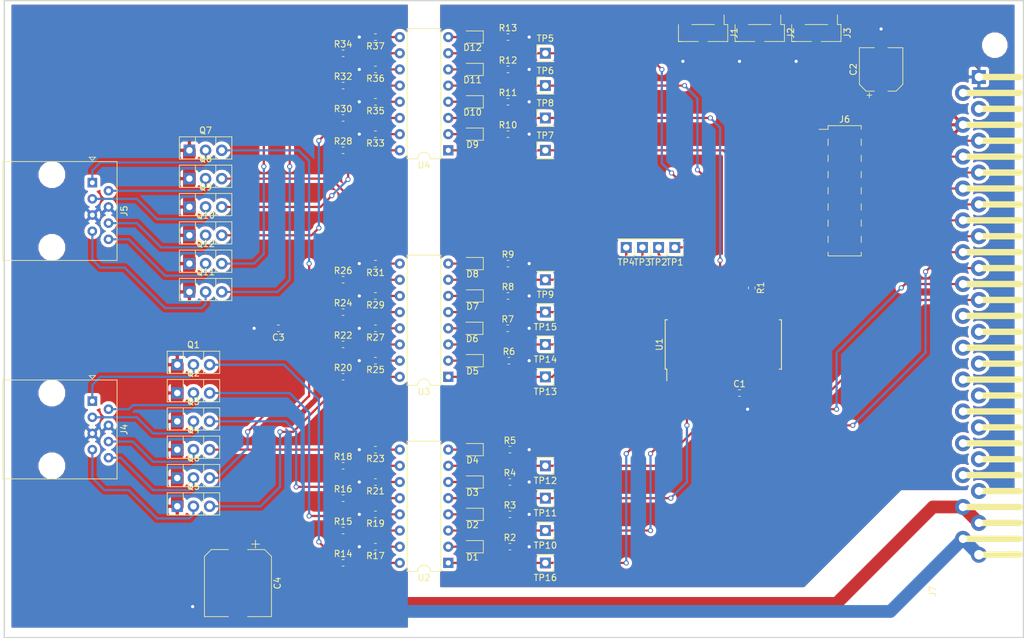
<source format=kicad_pcb>
(kicad_pcb (version 20171130) (host pcbnew 5.0.0-fee4fd1~66~ubuntu16.04.1)

  (general
    (thickness 1.6)
    (drawings 4)
    (tracks 497)
    (zones 0)
    (modules 92)
    (nets 113)
  )

  (page A4)
  (layers
    (0 F.Cu signal)
    (31 B.Cu signal)
    (32 B.Adhes user)
    (33 F.Adhes user)
    (34 B.Paste user)
    (35 F.Paste user)
    (36 B.SilkS user)
    (37 F.SilkS user)
    (38 B.Mask user)
    (39 F.Mask user)
    (40 Dwgs.User user)
    (41 Cmts.User user)
    (42 Eco1.User user)
    (43 Eco2.User user)
    (44 Edge.Cuts user)
    (45 Margin user)
    (46 B.CrtYd user)
    (47 F.CrtYd user)
    (48 B.Fab user)
    (49 F.Fab user)
  )

  (setup
    (last_trace_width 0.35)
    (trace_clearance 0.15)
    (zone_clearance 0.508)
    (zone_45_only no)
    (trace_min 0.2)
    (segment_width 0.2)
    (edge_width 0.2)
    (via_size 0.8)
    (via_drill 0.5)
    (via_min_size 0.4)
    (via_min_drill 0.3)
    (uvia_size 0.3)
    (uvia_drill 0.1)
    (uvias_allowed no)
    (uvia_min_size 0.2)
    (uvia_min_drill 0.1)
    (pcb_text_width 0.3)
    (pcb_text_size 1.5 1.5)
    (mod_edge_width 0.15)
    (mod_text_size 1 1)
    (mod_text_width 0.15)
    (pad_size 1.524 1.524)
    (pad_drill 0.762)
    (pad_to_mask_clearance 0.2)
    (aux_axis_origin 0 0)
    (visible_elements FFFFFF7F)
    (pcbplotparams
      (layerselection 0x010fc_ffffffff)
      (usegerberextensions false)
      (usegerberattributes false)
      (usegerberadvancedattributes false)
      (creategerberjobfile false)
      (excludeedgelayer true)
      (linewidth 0.100000)
      (plotframeref false)
      (viasonmask false)
      (mode 1)
      (useauxorigin false)
      (hpglpennumber 1)
      (hpglpenspeed 20)
      (hpglpendiameter 15.000000)
      (psnegative false)
      (psa4output false)
      (plotreference true)
      (plotvalue true)
      (plotinvisibletext false)
      (padsonsilk false)
      (subtractmaskfromsilk false)
      (outputformat 1)
      (mirror false)
      (drillshape 1)
      (scaleselection 1)
      (outputdirectory ""))
  )

  (net 0 "")
  (net 1 +3V3)
  (net 2 GND)
  (net 3 GNDPWR)
  (net 4 +24V)
  (net 5 "Net-(D1-Pad1)")
  (net 6 "Net-(D1-Pad2)")
  (net 7 "Net-(D2-Pad2)")
  (net 8 "Net-(D2-Pad1)")
  (net 9 "Net-(D3-Pad1)")
  (net 10 "Net-(D3-Pad2)")
  (net 11 "Net-(D4-Pad2)")
  (net 12 "Net-(D4-Pad1)")
  (net 13 "Net-(D5-Pad2)")
  (net 14 "Net-(D5-Pad1)")
  (net 15 "Net-(D6-Pad1)")
  (net 16 "Net-(D6-Pad2)")
  (net 17 "Net-(D7-Pad2)")
  (net 18 "Net-(D7-Pad1)")
  (net 19 "Net-(D8-Pad1)")
  (net 20 "Net-(D8-Pad2)")
  (net 21 "Net-(D9-Pad1)")
  (net 22 "Net-(D9-Pad2)")
  (net 23 "Net-(D10-Pad2)")
  (net 24 "Net-(D10-Pad1)")
  (net 25 "Net-(D11-Pad1)")
  (net 26 "Net-(D11-Pad2)")
  (net 27 "Net-(D12-Pad2)")
  (net 28 "Net-(D12-Pad1)")
  (net 29 "Net-(J1-Pad2)")
  (net 30 "Net-(J2-Pad2)")
  (net 31 "Net-(J3-Pad2)")
  (net 32 "Net-(J4-Pad1)")
  (net 33 "Net-(J4-Pad2)")
  (net 34 "Net-(J4-Pad3)")
  (net 35 "Net-(J4-Pad6)")
  (net 36 "Net-(J4-Pad7)")
  (net 37 "Net-(J4-Pad8)")
  (net 38 "Net-(J5-Pad8)")
  (net 39 "Net-(J5-Pad7)")
  (net 40 "Net-(J5-Pad6)")
  (net 41 "Net-(J5-Pad3)")
  (net 42 "Net-(J5-Pad2)")
  (net 43 "Net-(J5-Pad1)")
  (net 44 MCP_CS)
  (net 45 "Net-(J6-Pad2)")
  (net 46 "Net-(J6-Pad4)")
  (net 47 "Net-(J6-Pad6)")
  (net 48 "Net-(J6-Pad8)")
  (net 49 "Net-(J6-Pad10)")
  (net 50 "Net-(J6-Pad12)")
  (net 51 "Net-(J6-Pad14)")
  (net 52 "Net-(J6-Pad16)")
  (net 53 "Net-(Q1-Pad3)")
  (net 54 "Net-(Q2-Pad3)")
  (net 55 "Net-(Q3-Pad3)")
  (net 56 "Net-(Q4-Pad3)")
  (net 57 "Net-(Q5-Pad3)")
  (net 58 "Net-(Q6-Pad3)")
  (net 59 "Net-(Q7-Pad3)")
  (net 60 "Net-(Q8-Pad3)")
  (net 61 "Net-(Q9-Pad3)")
  (net 62 "Net-(Q10-Pad3)")
  (net 63 "Net-(Q11-Pad3)")
  (net 64 "Net-(Q12-Pad3)")
  (net 65 +5V)
  (net 66 "Net-(R1-Pad2)")
  (net 67 "Net-(R17-Pad1)")
  (net 68 "Net-(R19-Pad1)")
  (net 69 "Net-(R21-Pad1)")
  (net 70 "Net-(R23-Pad1)")
  (net 71 "Net-(R25-Pad1)")
  (net 72 "Net-(R27-Pad1)")
  (net 73 "Net-(R29-Pad1)")
  (net 74 "Net-(R31-Pad1)")
  (net 75 "Net-(R33-Pad1)")
  (net 76 "Net-(R35-Pad1)")
  (net 77 "Net-(R36-Pad1)")
  (net 78 "Net-(R37-Pad1)")
  (net 79 "Net-(TP1-Pad1)")
  (net 80 "Net-(TP2-Pad1)")
  (net 81 "Net-(TP3-Pad1)")
  (net 82 "Net-(TP4-Pad1)")
  (net 83 "Net-(TP5-Pad1)")
  (net 84 "Net-(TP6-Pad1)")
  (net 85 "Net-(TP7-Pad1)")
  (net 86 "Net-(TP8-Pad1)")
  (net 87 "Net-(TP9-Pad1)")
  (net 88 "Net-(TP10-Pad1)")
  (net 89 "Net-(TP11-Pad1)")
  (net 90 "Net-(TP12-Pad1)")
  (net 91 "Net-(TP13-Pad1)")
  (net 92 "Net-(TP14-Pad1)")
  (net 93 "Net-(TP15-Pad1)")
  (net 94 "Net-(TP16-Pad1)")
  (net 95 SCK)
  (net 96 MOSI)
  (net 97 MISO)
  (net 98 "Net-(U1-Pad19)")
  (net 99 "Net-(U1-Pad20)")
  (net 100 "Net-(J7-Pad27)")
  (net 101 "Net-(J7-Pad26)")
  (net 102 "Net-(J7-Pad25)")
  (net 103 "Net-(J7-Pad24)")
  (net 104 "Net-(J7-Pad23)")
  (net 105 "Net-(J7-Pad22)")
  (net 106 "Net-(J7-Pad21)")
  (net 107 "Net-(J7-Pad20)")
  (net 108 "Net-(J7-Pad19)")
  (net 109 "Net-(J7-Pad18)")
  (net 110 "Net-(J7-Pad17)")
  (net 111 "Net-(J7-Pad16)")
  (net 112 +12V)

  (net_class Default "This is the default net class."
    (clearance 0.15)
    (trace_width 0.35)
    (via_dia 0.8)
    (via_drill 0.5)
    (uvia_dia 0.3)
    (uvia_drill 0.1)
    (add_net +12V)
    (add_net +5V)
    (add_net MCP_CS)
    (add_net MISO)
    (add_net MOSI)
    (add_net "Net-(D1-Pad1)")
    (add_net "Net-(D1-Pad2)")
    (add_net "Net-(D10-Pad1)")
    (add_net "Net-(D10-Pad2)")
    (add_net "Net-(D11-Pad1)")
    (add_net "Net-(D11-Pad2)")
    (add_net "Net-(D12-Pad1)")
    (add_net "Net-(D12-Pad2)")
    (add_net "Net-(D2-Pad1)")
    (add_net "Net-(D2-Pad2)")
    (add_net "Net-(D3-Pad1)")
    (add_net "Net-(D3-Pad2)")
    (add_net "Net-(D4-Pad1)")
    (add_net "Net-(D4-Pad2)")
    (add_net "Net-(D5-Pad1)")
    (add_net "Net-(D5-Pad2)")
    (add_net "Net-(D6-Pad1)")
    (add_net "Net-(D6-Pad2)")
    (add_net "Net-(D7-Pad1)")
    (add_net "Net-(D7-Pad2)")
    (add_net "Net-(D8-Pad1)")
    (add_net "Net-(D8-Pad2)")
    (add_net "Net-(D9-Pad1)")
    (add_net "Net-(D9-Pad2)")
    (add_net "Net-(J1-Pad2)")
    (add_net "Net-(J2-Pad2)")
    (add_net "Net-(J3-Pad2)")
    (add_net "Net-(J4-Pad1)")
    (add_net "Net-(J4-Pad2)")
    (add_net "Net-(J4-Pad3)")
    (add_net "Net-(J4-Pad6)")
    (add_net "Net-(J4-Pad7)")
    (add_net "Net-(J4-Pad8)")
    (add_net "Net-(J5-Pad1)")
    (add_net "Net-(J5-Pad2)")
    (add_net "Net-(J5-Pad3)")
    (add_net "Net-(J5-Pad6)")
    (add_net "Net-(J5-Pad7)")
    (add_net "Net-(J5-Pad8)")
    (add_net "Net-(J6-Pad10)")
    (add_net "Net-(J6-Pad12)")
    (add_net "Net-(J6-Pad14)")
    (add_net "Net-(J6-Pad16)")
    (add_net "Net-(J6-Pad2)")
    (add_net "Net-(J6-Pad4)")
    (add_net "Net-(J6-Pad6)")
    (add_net "Net-(J6-Pad8)")
    (add_net "Net-(J7-Pad16)")
    (add_net "Net-(J7-Pad17)")
    (add_net "Net-(J7-Pad18)")
    (add_net "Net-(J7-Pad19)")
    (add_net "Net-(J7-Pad20)")
    (add_net "Net-(J7-Pad21)")
    (add_net "Net-(J7-Pad22)")
    (add_net "Net-(J7-Pad23)")
    (add_net "Net-(J7-Pad24)")
    (add_net "Net-(J7-Pad25)")
    (add_net "Net-(J7-Pad26)")
    (add_net "Net-(J7-Pad27)")
    (add_net "Net-(Q1-Pad3)")
    (add_net "Net-(Q10-Pad3)")
    (add_net "Net-(Q11-Pad3)")
    (add_net "Net-(Q12-Pad3)")
    (add_net "Net-(Q2-Pad3)")
    (add_net "Net-(Q3-Pad3)")
    (add_net "Net-(Q4-Pad3)")
    (add_net "Net-(Q5-Pad3)")
    (add_net "Net-(Q6-Pad3)")
    (add_net "Net-(Q7-Pad3)")
    (add_net "Net-(Q8-Pad3)")
    (add_net "Net-(Q9-Pad3)")
    (add_net "Net-(R1-Pad2)")
    (add_net "Net-(R17-Pad1)")
    (add_net "Net-(R19-Pad1)")
    (add_net "Net-(R21-Pad1)")
    (add_net "Net-(R23-Pad1)")
    (add_net "Net-(R25-Pad1)")
    (add_net "Net-(R27-Pad1)")
    (add_net "Net-(R29-Pad1)")
    (add_net "Net-(R31-Pad1)")
    (add_net "Net-(R33-Pad1)")
    (add_net "Net-(R35-Pad1)")
    (add_net "Net-(R36-Pad1)")
    (add_net "Net-(R37-Pad1)")
    (add_net "Net-(TP1-Pad1)")
    (add_net "Net-(TP10-Pad1)")
    (add_net "Net-(TP11-Pad1)")
    (add_net "Net-(TP12-Pad1)")
    (add_net "Net-(TP13-Pad1)")
    (add_net "Net-(TP14-Pad1)")
    (add_net "Net-(TP15-Pad1)")
    (add_net "Net-(TP16-Pad1)")
    (add_net "Net-(TP2-Pad1)")
    (add_net "Net-(TP3-Pad1)")
    (add_net "Net-(TP4-Pad1)")
    (add_net "Net-(TP5-Pad1)")
    (add_net "Net-(TP6-Pad1)")
    (add_net "Net-(TP7-Pad1)")
    (add_net "Net-(TP8-Pad1)")
    (add_net "Net-(TP9-Pad1)")
    (add_net "Net-(U1-Pad19)")
    (add_net "Net-(U1-Pad20)")
    (add_net SCK)
  )

  (net_class "Power 24V" ""
    (clearance 0.2)
    (trace_width 2)
    (via_dia 1.2)
    (via_drill 0.5)
    (uvia_dia 0.3)
    (uvia_drill 0.1)
    (add_net +24V)
    (add_net GNDPWR)
  )

  (net_class "Power 3v3" ""
    (clearance 0.15)
    (trace_width 0.5)
    (via_dia 0.8)
    (via_drill 0.5)
    (uvia_dia 0.3)
    (uvia_drill 0.1)
    (add_net +3V3)
    (add_net GND)
  )

  (module DIN41617:DIN41617_31_short (layer F.Cu) (tedit 5B85C041) (tstamp 5BA674A6)
    (at 221.75 89.49 90)
    (path /5C0C9A4A)
    (fp_text reference J7 (at -43.25 -6 90) (layer F.SilkS)
      (effects (font (size 1 1) (thickness 0.15)))
    )
    (fp_text value Conn_01x31 (at 40 -5.75 90) (layer F.Fab)
      (effects (font (size 1 1) (thickness 0.15)))
    )
    (fp_line (start 35 -1.25) (end 35 7.637659) (layer F.SilkS) (width 1))
    (fp_line (start 30 -1.25) (end 30 7.632978) (layer F.SilkS) (width 1))
    (fp_line (start 25 -1.25) (end 25 7.623112) (layer F.SilkS) (width 1))
    (fp_line (start 20 -1.25) (end 20 7.670728) (layer F.SilkS) (width 1))
    (fp_line (start 15 -1.25) (end 15 7.62879) (layer F.SilkS) (width 1))
    (fp_line (start 10 -1.25) (end 10 7.655555) (layer F.SilkS) (width 1))
    (fp_line (start 5 -1.25) (end 5 7.64877) (layer F.SilkS) (width 1))
    (fp_line (start 0 -1.25) (end 0 7.62) (layer F.SilkS) (width 1))
    (fp_line (start -5 -1.25) (end -5 7.64877) (layer F.SilkS) (width 1))
    (fp_line (start -10 -1.25) (end -10 7.632709) (layer F.SilkS) (width 1))
    (fp_line (start -15 -1.25) (end -15 7.623246) (layer F.SilkS) (width 1))
    (fp_line (start -20 -1.25) (end -20 7.625591) (layer F.SilkS) (width 1))
    (fp_line (start -25 -1.25) (end -25 7.623112) (layer F.SilkS) (width 1))
    (fp_line (start -30 -1.25) (end -30 7.632978) (layer F.SilkS) (width 1))
    (fp_line (start -35 -1.25) (end -35 7.620317) (layer F.SilkS) (width 1))
    (fp_line (start -32.5 1.25) (end -32.5 7.664) (layer F.SilkS) (width 1))
    (fp_line (start -22.5 1.25) (end -22.5 7.625933) (layer F.SilkS) (width 1))
    (fp_line (start -12.5 1.25) (end -12.5 7.623138) (layer F.SilkS) (width 1))
    (fp_line (start -2.5 1.25) (end -2.5 7.647728) (layer F.SilkS) (width 1))
    (fp_line (start 7.5 1.25) (end 7.5 7.62113) (layer F.SilkS) (width 1))
    (fp_line (start 17.5 1.25) (end 17.5 7.62615) (layer F.SilkS) (width 1))
    (fp_line (start 27.5 1.25) (end 27.5 7.635178) (layer F.SilkS) (width 1))
    (fp_line (start 37.5 1.25) (end 37.5 7.648195) (layer F.SilkS) (width 1))
    (fp_line (start 32.5 1.25) (end 32.5 7.621037) (layer F.SilkS) (width 1))
    (fp_line (start 22.5 1.25) (end 22.5 7.625933) (layer F.SilkS) (width 1))
    (fp_line (start 12.5 1.25) (end 12.5 7.634835) (layer F.SilkS) (width 1))
    (fp_line (start 2.5 1.25) (end 2.5 7.620125) (layer F.SilkS) (width 1))
    (fp_line (start -7.5 1.25) (end -7.5 7.640784) (layer F.SilkS) (width 1))
    (fp_line (start -17.5 1.25) (end -17.5 7.62615) (layer F.SilkS) (width 1))
    (fp_line (start -27.5 1.25) (end -27.5 7.622983) (layer F.SilkS) (width 1))
    (fp_line (start -37.5 1.25) (end -37.465 7.62) (layer F.SilkS) (width 1))
    (fp_line (start -45.3 -4.75) (end -45.3 8.25) (layer F.CrtYd) (width 0.15))
    (fp_line (start 45.3 -4.75) (end -45.3 -4.75) (layer F.CrtYd) (width 0.15))
    (fp_line (start 45.3 8.25) (end 45.3 -4.75) (layer F.CrtYd) (width 0.15))
    (fp_line (start -45.3 8.25) (end 45.3 8.25) (layer F.CrtYd) (width 0.15))
    (pad "" np_thru_hole circle (at 42.5 3.75 90) (size 3 3) (drill 3) (layers *.Cu *.Mask))
    (pad "" np_thru_hole circle (at -42.5 3.75 90) (size 3 3) (drill 3) (layers *.Cu *.Mask))
    (pad 1 thru_hole rect (at 37.5 1.25 90) (size 2.2 2.2) (drill 1.31) (layers *.Cu *.Mask)
      (net 2 GND))
    (pad 2 thru_hole circle (at 35 -1.25 90) (size 2.5 2.5) (drill 1.31) (layers *.Cu *.Mask)
      (net 112 +12V))
    (pad 3 thru_hole circle (at 32.5 1.25 90) (size 2.5 2.5) (drill 1.31) (layers *.Cu *.Mask)
      (net 65 +5V))
    (pad 4 thru_hole circle (at 30 -1.25 90) (size 2.5 2.5) (drill 1.31) (layers *.Cu *.Mask)
      (net 1 +3V3))
    (pad 5 thru_hole circle (at 27.5 1.25 90) (size 2.5 2.5) (drill 1.31) (layers *.Cu *.Mask)
      (net 45 "Net-(J6-Pad2)"))
    (pad 6 thru_hole circle (at 25 -1.25 90) (size 2.5 2.5) (drill 1.31) (layers *.Cu *.Mask)
      (net 46 "Net-(J6-Pad4)"))
    (pad 7 thru_hole circle (at 22.5 1.25 90) (size 2.5 2.5) (drill 1.31) (layers *.Cu *.Mask)
      (net 47 "Net-(J6-Pad6)"))
    (pad 8 thru_hole circle (at 20 -1.25 90) (size 2.5 2.5) (drill 1.31) (layers *.Cu *.Mask)
      (net 48 "Net-(J6-Pad8)"))
    (pad 9 thru_hole circle (at 17.5 1.25 90) (size 2.5 2.5) (drill 1.31) (layers *.Cu *.Mask)
      (net 49 "Net-(J6-Pad10)"))
    (pad 10 thru_hole circle (at 15 -1.25 90) (size 2.5 2.5) (drill 1.31) (layers *.Cu *.Mask)
      (net 50 "Net-(J6-Pad12)"))
    (pad 11 thru_hole circle (at 12.5 1.25 90) (size 2.5 2.5) (drill 1.31) (layers *.Cu *.Mask)
      (net 51 "Net-(J6-Pad14)"))
    (pad 12 thru_hole circle (at 10 -1.25 90) (size 2.5 2.5) (drill 1.31) (layers *.Cu *.Mask)
      (net 52 "Net-(J6-Pad16)"))
    (pad 13 thru_hole circle (at 7.5 1.25 90) (size 2.5 2.5) (drill 1.31) (layers *.Cu *.Mask)
      (net 95 SCK))
    (pad 14 thru_hole circle (at 5 -1.25 90) (size 2.5 2.5) (drill 1.31) (layers *.Cu *.Mask)
      (net 96 MOSI))
    (pad 15 thru_hole circle (at 2.5 1.25 90) (size 2.5 2.5) (drill 1.31) (layers *.Cu *.Mask)
      (net 97 MISO))
    (pad 16 thru_hole circle (at 0 -1.25 90) (size 2.5 2.5) (drill 1.31) (layers *.Cu *.Mask)
      (net 111 "Net-(J7-Pad16)"))
    (pad 17 thru_hole circle (at -2.5 1.25 90) (size 2.5 2.5) (drill 1.31) (layers *.Cu *.Mask)
      (net 110 "Net-(J7-Pad17)"))
    (pad 18 thru_hole circle (at -5 -1.25 90) (size 2.5 2.5) (drill 1.31) (layers *.Cu *.Mask)
      (net 109 "Net-(J7-Pad18)"))
    (pad 19 thru_hole circle (at -7.5 1.25 90) (size 2.5 2.5) (drill 1.31) (layers *.Cu *.Mask)
      (net 108 "Net-(J7-Pad19)"))
    (pad 20 thru_hole circle (at -10 -1.25 90) (size 2.5 2.5) (drill 1.31) (layers *.Cu *.Mask)
      (net 107 "Net-(J7-Pad20)"))
    (pad 21 thru_hole circle (at -12.5 1.25 90) (size 2.5 2.5) (drill 1.31) (layers *.Cu *.Mask)
      (net 106 "Net-(J7-Pad21)"))
    (pad 22 thru_hole circle (at -15 -1.25 90) (size 2.5 2.5) (drill 1.31) (layers *.Cu *.Mask)
      (net 105 "Net-(J7-Pad22)"))
    (pad 23 thru_hole circle (at -17.5 1.25 90) (size 2.5 2.5) (drill 1.31) (layers *.Cu *.Mask)
      (net 104 "Net-(J7-Pad23)"))
    (pad 24 thru_hole circle (at -20 -1.25 90) (size 2.5 2.5) (drill 1.31) (layers *.Cu *.Mask)
      (net 103 "Net-(J7-Pad24)"))
    (pad 25 thru_hole circle (at -22.5 1.25 90) (size 2.5 2.5) (drill 1.31) (layers *.Cu *.Mask)
      (net 102 "Net-(J7-Pad25)"))
    (pad 26 thru_hole circle (at -25 -1.25 90) (size 2.5 2.5) (drill 1.31) (layers *.Cu *.Mask)
      (net 101 "Net-(J7-Pad26)"))
    (pad 27 thru_hole circle (at -27.5 1.25 90) (size 2.5 2.5) (drill 1.31) (layers *.Cu *.Mask)
      (net 100 "Net-(J7-Pad27)"))
    (pad 28 thru_hole circle (at -30 -1.25 90) (size 2.5 2.5) (drill 1.31) (layers *.Cu *.Mask)
      (net 4 +24V))
    (pad 29 thru_hole circle (at -32.5 1.25 90) (size 2.5 2.5) (drill 1.31) (layers *.Cu *.Mask)
      (net 4 +24V))
    (pad 30 thru_hole circle (at -35 -1.25 90) (size 2.5 2.5) (drill 1.31) (layers *.Cu *.Mask)
      (net 3 GNDPWR))
    (pad 31 thru_hole circle (at -37.5 1.25 90) (size 2.5 2.5) (drill 1.5) (layers *.Cu *.Mask)
      (net 3 GNDPWR))
  )

  (module Resistor_SMD:R_0603_1608Metric (layer F.Cu) (tedit 5B301BBD) (tstamp 5BA675EF)
    (at 187.325 85.09 270)
    (descr "Resistor SMD 0603 (1608 Metric), square (rectangular) end terminal, IPC_7351 nominal, (Body size source: http://www.tortai-tech.com/upload/download/2011102023233369053.pdf), generated with kicad-footprint-generator")
    (tags resistor)
    (path /5BFDF8F4)
    (attr smd)
    (fp_text reference R1 (at 0 -1.43 270) (layer F.SilkS)
      (effects (font (size 1 1) (thickness 0.15)))
    )
    (fp_text value 10k (at 0 1.43 270) (layer F.Fab)
      (effects (font (size 1 1) (thickness 0.15)))
    )
    (fp_line (start -0.8 0.4) (end -0.8 -0.4) (layer F.Fab) (width 0.1))
    (fp_line (start -0.8 -0.4) (end 0.8 -0.4) (layer F.Fab) (width 0.1))
    (fp_line (start 0.8 -0.4) (end 0.8 0.4) (layer F.Fab) (width 0.1))
    (fp_line (start 0.8 0.4) (end -0.8 0.4) (layer F.Fab) (width 0.1))
    (fp_line (start -0.162779 -0.51) (end 0.162779 -0.51) (layer F.SilkS) (width 0.12))
    (fp_line (start -0.162779 0.51) (end 0.162779 0.51) (layer F.SilkS) (width 0.12))
    (fp_line (start -1.48 0.73) (end -1.48 -0.73) (layer F.CrtYd) (width 0.05))
    (fp_line (start -1.48 -0.73) (end 1.48 -0.73) (layer F.CrtYd) (width 0.05))
    (fp_line (start 1.48 -0.73) (end 1.48 0.73) (layer F.CrtYd) (width 0.05))
    (fp_line (start 1.48 0.73) (end -1.48 0.73) (layer F.CrtYd) (width 0.05))
    (fp_text user %R (at 0 0 270) (layer F.Fab)
      (effects (font (size 0.4 0.4) (thickness 0.06)))
    )
    (pad 1 smd roundrect (at -0.7875 0 270) (size 0.875 0.95) (layers F.Cu F.Paste F.Mask) (roundrect_rratio 0.25)
      (net 1 +3V3))
    (pad 2 smd roundrect (at 0.7875 0 270) (size 0.875 0.95) (layers F.Cu F.Paste F.Mask) (roundrect_rratio 0.25)
      (net 66 "Net-(R1-Pad2)"))
    (model ${KISYS3DMOD}/Resistor_SMD.3dshapes/R_0603_1608Metric.wrl
      (at (xyz 0 0 0))
      (scale (xyz 1 1 1))
      (rotate (xyz 0 0 0))
    )
  )

  (module Capacitor_SMD:C_0603_1608Metric (layer F.Cu) (tedit 5B301BBE) (tstamp 5BA67212)
    (at 185.42 101.6)
    (descr "Capacitor SMD 0603 (1608 Metric), square (rectangular) end terminal, IPC_7351 nominal, (Body size source: http://www.tortai-tech.com/upload/download/2011102023233369053.pdf), generated with kicad-footprint-generator")
    (tags capacitor)
    (path /5CA079CD)
    (attr smd)
    (fp_text reference C1 (at 0 -1.43) (layer F.SilkS)
      (effects (font (size 1 1) (thickness 0.15)))
    )
    (fp_text value 100nF (at 0 1.43) (layer F.Fab)
      (effects (font (size 1 1) (thickness 0.15)))
    )
    (fp_line (start -0.8 0.4) (end -0.8 -0.4) (layer F.Fab) (width 0.1))
    (fp_line (start -0.8 -0.4) (end 0.8 -0.4) (layer F.Fab) (width 0.1))
    (fp_line (start 0.8 -0.4) (end 0.8 0.4) (layer F.Fab) (width 0.1))
    (fp_line (start 0.8 0.4) (end -0.8 0.4) (layer F.Fab) (width 0.1))
    (fp_line (start -0.162779 -0.51) (end 0.162779 -0.51) (layer F.SilkS) (width 0.12))
    (fp_line (start -0.162779 0.51) (end 0.162779 0.51) (layer F.SilkS) (width 0.12))
    (fp_line (start -1.48 0.73) (end -1.48 -0.73) (layer F.CrtYd) (width 0.05))
    (fp_line (start -1.48 -0.73) (end 1.48 -0.73) (layer F.CrtYd) (width 0.05))
    (fp_line (start 1.48 -0.73) (end 1.48 0.73) (layer F.CrtYd) (width 0.05))
    (fp_line (start 1.48 0.73) (end -1.48 0.73) (layer F.CrtYd) (width 0.05))
    (fp_text user %R (at 0 0) (layer F.Fab)
      (effects (font (size 0.4 0.4) (thickness 0.06)))
    )
    (pad 1 smd roundrect (at -0.7875 0) (size 0.875 0.95) (layers F.Cu F.Paste F.Mask) (roundrect_rratio 0.25)
      (net 1 +3V3))
    (pad 2 smd roundrect (at 0.7875 0) (size 0.875 0.95) (layers F.Cu F.Paste F.Mask) (roundrect_rratio 0.25)
      (net 2 GND))
    (model ${KISYS3DMOD}/Capacitor_SMD.3dshapes/C_0603_1608Metric.wrl
      (at (xyz 0 0 0))
      (scale (xyz 1 1 1))
      (rotate (xyz 0 0 0))
    )
  )

  (module Capacitor_SMD:CP_Elec_6.3x5.2 (layer F.Cu) (tedit 5B3026A2) (tstamp 5BA6723A)
    (at 207.645 50.8 90)
    (descr "SMT capacitor, aluminium electrolytic, 6.3x5.2, United Chemi-Con ")
    (tags "Capacitor Electrolytic")
    (path /5CA07BF6)
    (attr smd)
    (fp_text reference C2 (at 0 -4.35 90) (layer F.SilkS)
      (effects (font (size 1 1) (thickness 0.15)))
    )
    (fp_text value 100µF (at 0 4.35 90) (layer F.Fab)
      (effects (font (size 1 1) (thickness 0.15)))
    )
    (fp_circle (center 0 0) (end 3.15 0) (layer F.Fab) (width 0.1))
    (fp_line (start 3.3 -3.3) (end 3.3 3.3) (layer F.Fab) (width 0.1))
    (fp_line (start -2.3 -3.3) (end 3.3 -3.3) (layer F.Fab) (width 0.1))
    (fp_line (start -2.3 3.3) (end 3.3 3.3) (layer F.Fab) (width 0.1))
    (fp_line (start -3.3 -2.3) (end -3.3 2.3) (layer F.Fab) (width 0.1))
    (fp_line (start -3.3 -2.3) (end -2.3 -3.3) (layer F.Fab) (width 0.1))
    (fp_line (start -3.3 2.3) (end -2.3 3.3) (layer F.Fab) (width 0.1))
    (fp_line (start -2.704838 -1.33) (end -2.074838 -1.33) (layer F.Fab) (width 0.1))
    (fp_line (start -2.389838 -1.645) (end -2.389838 -1.015) (layer F.Fab) (width 0.1))
    (fp_line (start 3.41 3.41) (end 3.41 1.06) (layer F.SilkS) (width 0.12))
    (fp_line (start 3.41 -3.41) (end 3.41 -1.06) (layer F.SilkS) (width 0.12))
    (fp_line (start -2.345563 -3.41) (end 3.41 -3.41) (layer F.SilkS) (width 0.12))
    (fp_line (start -2.345563 3.41) (end 3.41 3.41) (layer F.SilkS) (width 0.12))
    (fp_line (start -3.41 2.345563) (end -3.41 1.06) (layer F.SilkS) (width 0.12))
    (fp_line (start -3.41 -2.345563) (end -3.41 -1.06) (layer F.SilkS) (width 0.12))
    (fp_line (start -3.41 -2.345563) (end -2.345563 -3.41) (layer F.SilkS) (width 0.12))
    (fp_line (start -3.41 2.345563) (end -2.345563 3.41) (layer F.SilkS) (width 0.12))
    (fp_line (start -4.4375 -1.8475) (end -3.65 -1.8475) (layer F.SilkS) (width 0.12))
    (fp_line (start -4.04375 -2.24125) (end -4.04375 -1.45375) (layer F.SilkS) (width 0.12))
    (fp_line (start 3.55 -3.55) (end 3.55 -1.05) (layer F.CrtYd) (width 0.05))
    (fp_line (start 3.55 -1.05) (end 4.8 -1.05) (layer F.CrtYd) (width 0.05))
    (fp_line (start 4.8 -1.05) (end 4.8 1.05) (layer F.CrtYd) (width 0.05))
    (fp_line (start 4.8 1.05) (end 3.55 1.05) (layer F.CrtYd) (width 0.05))
    (fp_line (start 3.55 1.05) (end 3.55 3.55) (layer F.CrtYd) (width 0.05))
    (fp_line (start -2.4 3.55) (end 3.55 3.55) (layer F.CrtYd) (width 0.05))
    (fp_line (start -2.4 -3.55) (end 3.55 -3.55) (layer F.CrtYd) (width 0.05))
    (fp_line (start -3.55 2.4) (end -2.4 3.55) (layer F.CrtYd) (width 0.05))
    (fp_line (start -3.55 -2.4) (end -2.4 -3.55) (layer F.CrtYd) (width 0.05))
    (fp_line (start -3.55 -2.4) (end -3.55 -1.05) (layer F.CrtYd) (width 0.05))
    (fp_line (start -3.55 1.05) (end -3.55 2.4) (layer F.CrtYd) (width 0.05))
    (fp_line (start -3.55 -1.05) (end -4.8 -1.05) (layer F.CrtYd) (width 0.05))
    (fp_line (start -4.8 -1.05) (end -4.8 1.05) (layer F.CrtYd) (width 0.05))
    (fp_line (start -4.8 1.05) (end -3.55 1.05) (layer F.CrtYd) (width 0.05))
    (fp_text user %R (at 0 0 90) (layer F.Fab)
      (effects (font (size 1 1) (thickness 0.15)))
    )
    (pad 1 smd rect (at -2.8 0 90) (size 3.5 1.6) (layers F.Cu F.Paste F.Mask)
      (net 1 +3V3))
    (pad 2 smd rect (at 2.8 0 90) (size 3.5 1.6) (layers F.Cu F.Paste F.Mask)
      (net 2 GND))
    (model ${KISYS3DMOD}/Capacitor_SMD.3dshapes/CP_Elec_6.3x5.2.wrl
      (at (xyz 0 0 0))
      (scale (xyz 1 1 1))
      (rotate (xyz 0 0 0))
    )
  )

  (module Capacitor_SMD:C_0603_1608Metric (layer F.Cu) (tedit 5B301BBE) (tstamp 5BA6724B)
    (at 113.03 91.44 180)
    (descr "Capacitor SMD 0603 (1608 Metric), square (rectangular) end terminal, IPC_7351 nominal, (Body size source: http://www.tortai-tech.com/upload/download/2011102023233369053.pdf), generated with kicad-footprint-generator")
    (tags capacitor)
    (path /5C0C7E69)
    (attr smd)
    (fp_text reference C3 (at 0 -1.43 180) (layer F.SilkS)
      (effects (font (size 1 1) (thickness 0.15)))
    )
    (fp_text value 100nF (at 0 1.43 180) (layer F.Fab)
      (effects (font (size 1 1) (thickness 0.15)))
    )
    (fp_text user %R (at 0 0 180) (layer F.Fab)
      (effects (font (size 0.4 0.4) (thickness 0.06)))
    )
    (fp_line (start 1.48 0.73) (end -1.48 0.73) (layer F.CrtYd) (width 0.05))
    (fp_line (start 1.48 -0.73) (end 1.48 0.73) (layer F.CrtYd) (width 0.05))
    (fp_line (start -1.48 -0.73) (end 1.48 -0.73) (layer F.CrtYd) (width 0.05))
    (fp_line (start -1.48 0.73) (end -1.48 -0.73) (layer F.CrtYd) (width 0.05))
    (fp_line (start -0.162779 0.51) (end 0.162779 0.51) (layer F.SilkS) (width 0.12))
    (fp_line (start -0.162779 -0.51) (end 0.162779 -0.51) (layer F.SilkS) (width 0.12))
    (fp_line (start 0.8 0.4) (end -0.8 0.4) (layer F.Fab) (width 0.1))
    (fp_line (start 0.8 -0.4) (end 0.8 0.4) (layer F.Fab) (width 0.1))
    (fp_line (start -0.8 -0.4) (end 0.8 -0.4) (layer F.Fab) (width 0.1))
    (fp_line (start -0.8 0.4) (end -0.8 -0.4) (layer F.Fab) (width 0.1))
    (pad 2 smd roundrect (at 0.7875 0 180) (size 0.875 0.95) (layers F.Cu F.Paste F.Mask) (roundrect_rratio 0.25)
      (net 3 GNDPWR))
    (pad 1 smd roundrect (at -0.7875 0 180) (size 0.875 0.95) (layers F.Cu F.Paste F.Mask) (roundrect_rratio 0.25)
      (net 4 +24V))
    (model ${KISYS3DMOD}/Capacitor_SMD.3dshapes/C_0603_1608Metric.wrl
      (at (xyz 0 0 0))
      (scale (xyz 1 1 1))
      (rotate (xyz 0 0 0))
    )
  )

  (module Capacitor_SMD:CP_Elec_10x10 (layer F.Cu) (tedit 5A841F9D) (tstamp 5BA67273)
    (at 106.68 131.445 270)
    (descr "SMT capacitor, aluminium electrolytic, 10x10, Nichicon ")
    (tags "Capacitor Electrolytic")
    (path /5C0C76F7)
    (attr smd)
    (fp_text reference C4 (at 0 -6.2 270) (layer F.SilkS)
      (effects (font (size 1 1) (thickness 0.15)))
    )
    (fp_text value 100µF (at 0 6.2 270) (layer F.Fab)
      (effects (font (size 1 1) (thickness 0.15)))
    )
    (fp_circle (center 0 0) (end 5 0) (layer F.Fab) (width 0.1))
    (fp_line (start 5.15 -5.15) (end 5.15 5.15) (layer F.Fab) (width 0.1))
    (fp_line (start -4.15 -5.15) (end 5.15 -5.15) (layer F.Fab) (width 0.1))
    (fp_line (start -4.15 5.15) (end 5.15 5.15) (layer F.Fab) (width 0.1))
    (fp_line (start -5.15 -4.15) (end -5.15 4.15) (layer F.Fab) (width 0.1))
    (fp_line (start -5.15 -4.15) (end -4.15 -5.15) (layer F.Fab) (width 0.1))
    (fp_line (start -5.15 4.15) (end -4.15 5.15) (layer F.Fab) (width 0.1))
    (fp_line (start -4.558325 -1.7) (end -3.558325 -1.7) (layer F.Fab) (width 0.1))
    (fp_line (start -4.058325 -2.2) (end -4.058325 -1.2) (layer F.Fab) (width 0.1))
    (fp_line (start 5.26 5.26) (end 5.26 1.51) (layer F.SilkS) (width 0.12))
    (fp_line (start 5.26 -5.26) (end 5.26 -1.51) (layer F.SilkS) (width 0.12))
    (fp_line (start -4.195563 -5.26) (end 5.26 -5.26) (layer F.SilkS) (width 0.12))
    (fp_line (start -4.195563 5.26) (end 5.26 5.26) (layer F.SilkS) (width 0.12))
    (fp_line (start -5.26 4.195563) (end -5.26 1.51) (layer F.SilkS) (width 0.12))
    (fp_line (start -5.26 -4.195563) (end -5.26 -1.51) (layer F.SilkS) (width 0.12))
    (fp_line (start -5.26 -4.195563) (end -4.195563 -5.26) (layer F.SilkS) (width 0.12))
    (fp_line (start -5.26 4.195563) (end -4.195563 5.26) (layer F.SilkS) (width 0.12))
    (fp_line (start -6.75 -2.76) (end -5.5 -2.76) (layer F.SilkS) (width 0.12))
    (fp_line (start -6.125 -3.385) (end -6.125 -2.135) (layer F.SilkS) (width 0.12))
    (fp_line (start 5.4 -5.4) (end 5.4 -1.5) (layer F.CrtYd) (width 0.05))
    (fp_line (start 5.4 -1.5) (end 6.25 -1.5) (layer F.CrtYd) (width 0.05))
    (fp_line (start 6.25 -1.5) (end 6.25 1.5) (layer F.CrtYd) (width 0.05))
    (fp_line (start 6.25 1.5) (end 5.4 1.5) (layer F.CrtYd) (width 0.05))
    (fp_line (start 5.4 1.5) (end 5.4 5.4) (layer F.CrtYd) (width 0.05))
    (fp_line (start -4.25 5.4) (end 5.4 5.4) (layer F.CrtYd) (width 0.05))
    (fp_line (start -4.25 -5.4) (end 5.4 -5.4) (layer F.CrtYd) (width 0.05))
    (fp_line (start -5.4 4.25) (end -4.25 5.4) (layer F.CrtYd) (width 0.05))
    (fp_line (start -5.4 -4.25) (end -4.25 -5.4) (layer F.CrtYd) (width 0.05))
    (fp_line (start -5.4 -4.25) (end -5.4 -1.5) (layer F.CrtYd) (width 0.05))
    (fp_line (start -5.4 1.5) (end -5.4 4.25) (layer F.CrtYd) (width 0.05))
    (fp_line (start -5.4 -1.5) (end -6.25 -1.5) (layer F.CrtYd) (width 0.05))
    (fp_line (start -6.25 -1.5) (end -6.25 1.5) (layer F.CrtYd) (width 0.05))
    (fp_line (start -6.25 1.5) (end -5.4 1.5) (layer F.CrtYd) (width 0.05))
    (fp_text user %R (at 0 0 270) (layer F.Fab)
      (effects (font (size 1 1) (thickness 0.15)))
    )
    (pad 1 smd rect (at -4 0 270) (size 4 2.5) (layers F.Cu F.Paste F.Mask)
      (net 4 +24V))
    (pad 2 smd rect (at 4 0 270) (size 4 2.5) (layers F.Cu F.Paste F.Mask)
      (net 3 GNDPWR))
    (model ${KISYS3DMOD}/Capacitor_SMD.3dshapes/CP_Elec_10x10.wrl
      (at (xyz 0 0 0))
      (scale (xyz 1 1 1))
      (rotate (xyz 0 0 0))
    )
  )

  (module LED_SMD:LED_0805_2012Metric (layer F.Cu) (tedit 5B36C52C) (tstamp 5BA67286)
    (at 143.51 125.73 180)
    (descr "LED SMD 0805 (2012 Metric), square (rectangular) end terminal, IPC_7351 nominal, (Body size source: https://docs.google.com/spreadsheets/d/1BsfQQcO9C6DZCsRaXUlFlo91Tg2WpOkGARC1WS5S8t0/edit?usp=sharing), generated with kicad-footprint-generator")
    (tags diode)
    (path /5B98D69F)
    (attr smd)
    (fp_text reference D1 (at 0 -1.65 180) (layer F.SilkS)
      (effects (font (size 1 1) (thickness 0.15)))
    )
    (fp_text value LED (at 0 1.65 180) (layer F.Fab)
      (effects (font (size 1 1) (thickness 0.15)))
    )
    (fp_line (start 1 -0.6) (end -0.7 -0.6) (layer F.Fab) (width 0.1))
    (fp_line (start -0.7 -0.6) (end -1 -0.3) (layer F.Fab) (width 0.1))
    (fp_line (start -1 -0.3) (end -1 0.6) (layer F.Fab) (width 0.1))
    (fp_line (start -1 0.6) (end 1 0.6) (layer F.Fab) (width 0.1))
    (fp_line (start 1 0.6) (end 1 -0.6) (layer F.Fab) (width 0.1))
    (fp_line (start 1 -0.96) (end -1.685 -0.96) (layer F.SilkS) (width 0.12))
    (fp_line (start -1.685 -0.96) (end -1.685 0.96) (layer F.SilkS) (width 0.12))
    (fp_line (start -1.685 0.96) (end 1 0.96) (layer F.SilkS) (width 0.12))
    (fp_line (start -1.68 0.95) (end -1.68 -0.95) (layer F.CrtYd) (width 0.05))
    (fp_line (start -1.68 -0.95) (end 1.68 -0.95) (layer F.CrtYd) (width 0.05))
    (fp_line (start 1.68 -0.95) (end 1.68 0.95) (layer F.CrtYd) (width 0.05))
    (fp_line (start 1.68 0.95) (end -1.68 0.95) (layer F.CrtYd) (width 0.05))
    (fp_text user %R (at 0 0 180) (layer F.Fab)
      (effects (font (size 0.5 0.5) (thickness 0.08)))
    )
    (pad 1 smd roundrect (at -0.9375 0 180) (size 0.975 1.4) (layers F.Cu F.Paste F.Mask) (roundrect_rratio 0.25)
      (net 5 "Net-(D1-Pad1)"))
    (pad 2 smd roundrect (at 0.9375 0 180) (size 0.975 1.4) (layers F.Cu F.Paste F.Mask) (roundrect_rratio 0.25)
      (net 6 "Net-(D1-Pad2)"))
    (model ${KISYS3DMOD}/LED_SMD.3dshapes/LED_0805_2012Metric.wrl
      (at (xyz 0 0 0))
      (scale (xyz 1 1 1))
      (rotate (xyz 0 0 0))
    )
  )

  (module LED_SMD:LED_0805_2012Metric (layer F.Cu) (tedit 5B36C52C) (tstamp 5BA67299)
    (at 143.51 120.65 180)
    (descr "LED SMD 0805 (2012 Metric), square (rectangular) end terminal, IPC_7351 nominal, (Body size source: https://docs.google.com/spreadsheets/d/1BsfQQcO9C6DZCsRaXUlFlo91Tg2WpOkGARC1WS5S8t0/edit?usp=sharing), generated with kicad-footprint-generator")
    (tags diode)
    (path /5B98D6A5)
    (attr smd)
    (fp_text reference D2 (at 0 -1.65 180) (layer F.SilkS)
      (effects (font (size 1 1) (thickness 0.15)))
    )
    (fp_text value LED (at 0 1.65 180) (layer F.Fab)
      (effects (font (size 1 1) (thickness 0.15)))
    )
    (fp_text user %R (at 0 0 180) (layer F.Fab)
      (effects (font (size 0.5 0.5) (thickness 0.08)))
    )
    (fp_line (start 1.68 0.95) (end -1.68 0.95) (layer F.CrtYd) (width 0.05))
    (fp_line (start 1.68 -0.95) (end 1.68 0.95) (layer F.CrtYd) (width 0.05))
    (fp_line (start -1.68 -0.95) (end 1.68 -0.95) (layer F.CrtYd) (width 0.05))
    (fp_line (start -1.68 0.95) (end -1.68 -0.95) (layer F.CrtYd) (width 0.05))
    (fp_line (start -1.685 0.96) (end 1 0.96) (layer F.SilkS) (width 0.12))
    (fp_line (start -1.685 -0.96) (end -1.685 0.96) (layer F.SilkS) (width 0.12))
    (fp_line (start 1 -0.96) (end -1.685 -0.96) (layer F.SilkS) (width 0.12))
    (fp_line (start 1 0.6) (end 1 -0.6) (layer F.Fab) (width 0.1))
    (fp_line (start -1 0.6) (end 1 0.6) (layer F.Fab) (width 0.1))
    (fp_line (start -1 -0.3) (end -1 0.6) (layer F.Fab) (width 0.1))
    (fp_line (start -0.7 -0.6) (end -1 -0.3) (layer F.Fab) (width 0.1))
    (fp_line (start 1 -0.6) (end -0.7 -0.6) (layer F.Fab) (width 0.1))
    (pad 2 smd roundrect (at 0.9375 0 180) (size 0.975 1.4) (layers F.Cu F.Paste F.Mask) (roundrect_rratio 0.25)
      (net 7 "Net-(D2-Pad2)"))
    (pad 1 smd roundrect (at -0.9375 0 180) (size 0.975 1.4) (layers F.Cu F.Paste F.Mask) (roundrect_rratio 0.25)
      (net 8 "Net-(D2-Pad1)"))
    (model ${KISYS3DMOD}/LED_SMD.3dshapes/LED_0805_2012Metric.wrl
      (at (xyz 0 0 0))
      (scale (xyz 1 1 1))
      (rotate (xyz 0 0 0))
    )
  )

  (module LED_SMD:LED_0805_2012Metric (layer F.Cu) (tedit 5B36C52C) (tstamp 5BA672AC)
    (at 143.51 115.57 180)
    (descr "LED SMD 0805 (2012 Metric), square (rectangular) end terminal, IPC_7351 nominal, (Body size source: https://docs.google.com/spreadsheets/d/1BsfQQcO9C6DZCsRaXUlFlo91Tg2WpOkGARC1WS5S8t0/edit?usp=sharing), generated with kicad-footprint-generator")
    (tags diode)
    (path /5B98D6AB)
    (attr smd)
    (fp_text reference D3 (at 0 -1.65 180) (layer F.SilkS)
      (effects (font (size 1 1) (thickness 0.15)))
    )
    (fp_text value LED (at 0 1.65 180) (layer F.Fab)
      (effects (font (size 1 1) (thickness 0.15)))
    )
    (fp_line (start 1 -0.6) (end -0.7 -0.6) (layer F.Fab) (width 0.1))
    (fp_line (start -0.7 -0.6) (end -1 -0.3) (layer F.Fab) (width 0.1))
    (fp_line (start -1 -0.3) (end -1 0.6) (layer F.Fab) (width 0.1))
    (fp_line (start -1 0.6) (end 1 0.6) (layer F.Fab) (width 0.1))
    (fp_line (start 1 0.6) (end 1 -0.6) (layer F.Fab) (width 0.1))
    (fp_line (start 1 -0.96) (end -1.685 -0.96) (layer F.SilkS) (width 0.12))
    (fp_line (start -1.685 -0.96) (end -1.685 0.96) (layer F.SilkS) (width 0.12))
    (fp_line (start -1.685 0.96) (end 1 0.96) (layer F.SilkS) (width 0.12))
    (fp_line (start -1.68 0.95) (end -1.68 -0.95) (layer F.CrtYd) (width 0.05))
    (fp_line (start -1.68 -0.95) (end 1.68 -0.95) (layer F.CrtYd) (width 0.05))
    (fp_line (start 1.68 -0.95) (end 1.68 0.95) (layer F.CrtYd) (width 0.05))
    (fp_line (start 1.68 0.95) (end -1.68 0.95) (layer F.CrtYd) (width 0.05))
    (fp_text user %R (at 0 0 180) (layer F.Fab)
      (effects (font (size 0.5 0.5) (thickness 0.08)))
    )
    (pad 1 smd roundrect (at -0.9375 0 180) (size 0.975 1.4) (layers F.Cu F.Paste F.Mask) (roundrect_rratio 0.25)
      (net 9 "Net-(D3-Pad1)"))
    (pad 2 smd roundrect (at 0.9375 0 180) (size 0.975 1.4) (layers F.Cu F.Paste F.Mask) (roundrect_rratio 0.25)
      (net 10 "Net-(D3-Pad2)"))
    (model ${KISYS3DMOD}/LED_SMD.3dshapes/LED_0805_2012Metric.wrl
      (at (xyz 0 0 0))
      (scale (xyz 1 1 1))
      (rotate (xyz 0 0 0))
    )
  )

  (module LED_SMD:LED_0805_2012Metric (layer F.Cu) (tedit 5B36C52C) (tstamp 5BA672BF)
    (at 143.51 110.49 180)
    (descr "LED SMD 0805 (2012 Metric), square (rectangular) end terminal, IPC_7351 nominal, (Body size source: https://docs.google.com/spreadsheets/d/1BsfQQcO9C6DZCsRaXUlFlo91Tg2WpOkGARC1WS5S8t0/edit?usp=sharing), generated with kicad-footprint-generator")
    (tags diode)
    (path /5B98D6B1)
    (attr smd)
    (fp_text reference D4 (at 0 -1.65 180) (layer F.SilkS)
      (effects (font (size 1 1) (thickness 0.15)))
    )
    (fp_text value LED (at 0 1.65 180) (layer F.Fab)
      (effects (font (size 1 1) (thickness 0.15)))
    )
    (fp_text user %R (at 0 0 180) (layer F.Fab)
      (effects (font (size 0.5 0.5) (thickness 0.08)))
    )
    (fp_line (start 1.68 0.95) (end -1.68 0.95) (layer F.CrtYd) (width 0.05))
    (fp_line (start 1.68 -0.95) (end 1.68 0.95) (layer F.CrtYd) (width 0.05))
    (fp_line (start -1.68 -0.95) (end 1.68 -0.95) (layer F.CrtYd) (width 0.05))
    (fp_line (start -1.68 0.95) (end -1.68 -0.95) (layer F.CrtYd) (width 0.05))
    (fp_line (start -1.685 0.96) (end 1 0.96) (layer F.SilkS) (width 0.12))
    (fp_line (start -1.685 -0.96) (end -1.685 0.96) (layer F.SilkS) (width 0.12))
    (fp_line (start 1 -0.96) (end -1.685 -0.96) (layer F.SilkS) (width 0.12))
    (fp_line (start 1 0.6) (end 1 -0.6) (layer F.Fab) (width 0.1))
    (fp_line (start -1 0.6) (end 1 0.6) (layer F.Fab) (width 0.1))
    (fp_line (start -1 -0.3) (end -1 0.6) (layer F.Fab) (width 0.1))
    (fp_line (start -0.7 -0.6) (end -1 -0.3) (layer F.Fab) (width 0.1))
    (fp_line (start 1 -0.6) (end -0.7 -0.6) (layer F.Fab) (width 0.1))
    (pad 2 smd roundrect (at 0.9375 0 180) (size 0.975 1.4) (layers F.Cu F.Paste F.Mask) (roundrect_rratio 0.25)
      (net 11 "Net-(D4-Pad2)"))
    (pad 1 smd roundrect (at -0.9375 0 180) (size 0.975 1.4) (layers F.Cu F.Paste F.Mask) (roundrect_rratio 0.25)
      (net 12 "Net-(D4-Pad1)"))
    (model ${KISYS3DMOD}/LED_SMD.3dshapes/LED_0805_2012Metric.wrl
      (at (xyz 0 0 0))
      (scale (xyz 1 1 1))
      (rotate (xyz 0 0 0))
    )
  )

  (module LED_SMD:LED_0805_2012Metric (layer F.Cu) (tedit 5B36C52C) (tstamp 5BA672D2)
    (at 143.51 96.52 180)
    (descr "LED SMD 0805 (2012 Metric), square (rectangular) end terminal, IPC_7351 nominal, (Body size source: https://docs.google.com/spreadsheets/d/1BsfQQcO9C6DZCsRaXUlFlo91Tg2WpOkGARC1WS5S8t0/edit?usp=sharing), generated with kicad-footprint-generator")
    (tags diode)
    (path /5B9871BF)
    (attr smd)
    (fp_text reference D5 (at 0 -1.65 180) (layer F.SilkS)
      (effects (font (size 1 1) (thickness 0.15)))
    )
    (fp_text value LED (at 0 1.65 180) (layer F.Fab)
      (effects (font (size 1 1) (thickness 0.15)))
    )
    (fp_text user %R (at 0 0 180) (layer F.Fab)
      (effects (font (size 0.5 0.5) (thickness 0.08)))
    )
    (fp_line (start 1.68 0.95) (end -1.68 0.95) (layer F.CrtYd) (width 0.05))
    (fp_line (start 1.68 -0.95) (end 1.68 0.95) (layer F.CrtYd) (width 0.05))
    (fp_line (start -1.68 -0.95) (end 1.68 -0.95) (layer F.CrtYd) (width 0.05))
    (fp_line (start -1.68 0.95) (end -1.68 -0.95) (layer F.CrtYd) (width 0.05))
    (fp_line (start -1.685 0.96) (end 1 0.96) (layer F.SilkS) (width 0.12))
    (fp_line (start -1.685 -0.96) (end -1.685 0.96) (layer F.SilkS) (width 0.12))
    (fp_line (start 1 -0.96) (end -1.685 -0.96) (layer F.SilkS) (width 0.12))
    (fp_line (start 1 0.6) (end 1 -0.6) (layer F.Fab) (width 0.1))
    (fp_line (start -1 0.6) (end 1 0.6) (layer F.Fab) (width 0.1))
    (fp_line (start -1 -0.3) (end -1 0.6) (layer F.Fab) (width 0.1))
    (fp_line (start -0.7 -0.6) (end -1 -0.3) (layer F.Fab) (width 0.1))
    (fp_line (start 1 -0.6) (end -0.7 -0.6) (layer F.Fab) (width 0.1))
    (pad 2 smd roundrect (at 0.9375 0 180) (size 0.975 1.4) (layers F.Cu F.Paste F.Mask) (roundrect_rratio 0.25)
      (net 13 "Net-(D5-Pad2)"))
    (pad 1 smd roundrect (at -0.9375 0 180) (size 0.975 1.4) (layers F.Cu F.Paste F.Mask) (roundrect_rratio 0.25)
      (net 14 "Net-(D5-Pad1)"))
    (model ${KISYS3DMOD}/LED_SMD.3dshapes/LED_0805_2012Metric.wrl
      (at (xyz 0 0 0))
      (scale (xyz 1 1 1))
      (rotate (xyz 0 0 0))
    )
  )

  (module LED_SMD:LED_0805_2012Metric (layer F.Cu) (tedit 5B36C52C) (tstamp 5BA672E5)
    (at 143.457498 91.44 180)
    (descr "LED SMD 0805 (2012 Metric), square (rectangular) end terminal, IPC_7351 nominal, (Body size source: https://docs.google.com/spreadsheets/d/1BsfQQcO9C6DZCsRaXUlFlo91Tg2WpOkGARC1WS5S8t0/edit?usp=sharing), generated with kicad-footprint-generator")
    (tags diode)
    (path /5B987245)
    (attr smd)
    (fp_text reference D6 (at 0 -1.65 180) (layer F.SilkS)
      (effects (font (size 1 1) (thickness 0.15)))
    )
    (fp_text value LED (at 0 1.65 180) (layer F.Fab)
      (effects (font (size 1 1) (thickness 0.15)))
    )
    (fp_line (start 1 -0.6) (end -0.7 -0.6) (layer F.Fab) (width 0.1))
    (fp_line (start -0.7 -0.6) (end -1 -0.3) (layer F.Fab) (width 0.1))
    (fp_line (start -1 -0.3) (end -1 0.6) (layer F.Fab) (width 0.1))
    (fp_line (start -1 0.6) (end 1 0.6) (layer F.Fab) (width 0.1))
    (fp_line (start 1 0.6) (end 1 -0.6) (layer F.Fab) (width 0.1))
    (fp_line (start 1 -0.96) (end -1.685 -0.96) (layer F.SilkS) (width 0.12))
    (fp_line (start -1.685 -0.96) (end -1.685 0.96) (layer F.SilkS) (width 0.12))
    (fp_line (start -1.685 0.96) (end 1 0.96) (layer F.SilkS) (width 0.12))
    (fp_line (start -1.68 0.95) (end -1.68 -0.95) (layer F.CrtYd) (width 0.05))
    (fp_line (start -1.68 -0.95) (end 1.68 -0.95) (layer F.CrtYd) (width 0.05))
    (fp_line (start 1.68 -0.95) (end 1.68 0.95) (layer F.CrtYd) (width 0.05))
    (fp_line (start 1.68 0.95) (end -1.68 0.95) (layer F.CrtYd) (width 0.05))
    (fp_text user %R (at 0 0 180) (layer F.Fab)
      (effects (font (size 0.5 0.5) (thickness 0.08)))
    )
    (pad 1 smd roundrect (at -0.9375 0 180) (size 0.975 1.4) (layers F.Cu F.Paste F.Mask) (roundrect_rratio 0.25)
      (net 15 "Net-(D6-Pad1)"))
    (pad 2 smd roundrect (at 0.9375 0 180) (size 0.975 1.4) (layers F.Cu F.Paste F.Mask) (roundrect_rratio 0.25)
      (net 16 "Net-(D6-Pad2)"))
    (model ${KISYS3DMOD}/LED_SMD.3dshapes/LED_0805_2012Metric.wrl
      (at (xyz 0 0 0))
      (scale (xyz 1 1 1))
      (rotate (xyz 0 0 0))
    )
  )

  (module LED_SMD:LED_0805_2012Metric (layer F.Cu) (tedit 5B36C52C) (tstamp 5BA672F8)
    (at 143.51 86.36 180)
    (descr "LED SMD 0805 (2012 Metric), square (rectangular) end terminal, IPC_7351 nominal, (Body size source: https://docs.google.com/spreadsheets/d/1BsfQQcO9C6DZCsRaXUlFlo91Tg2WpOkGARC1WS5S8t0/edit?usp=sharing), generated with kicad-footprint-generator")
    (tags diode)
    (path /5B9872A3)
    (attr smd)
    (fp_text reference D7 (at 0 -1.65 180) (layer F.SilkS)
      (effects (font (size 1 1) (thickness 0.15)))
    )
    (fp_text value LED (at 0 1.65 180) (layer F.Fab)
      (effects (font (size 1 1) (thickness 0.15)))
    )
    (fp_text user %R (at 0 0 180) (layer F.Fab)
      (effects (font (size 0.5 0.5) (thickness 0.08)))
    )
    (fp_line (start 1.68 0.95) (end -1.68 0.95) (layer F.CrtYd) (width 0.05))
    (fp_line (start 1.68 -0.95) (end 1.68 0.95) (layer F.CrtYd) (width 0.05))
    (fp_line (start -1.68 -0.95) (end 1.68 -0.95) (layer F.CrtYd) (width 0.05))
    (fp_line (start -1.68 0.95) (end -1.68 -0.95) (layer F.CrtYd) (width 0.05))
    (fp_line (start -1.685 0.96) (end 1 0.96) (layer F.SilkS) (width 0.12))
    (fp_line (start -1.685 -0.96) (end -1.685 0.96) (layer F.SilkS) (width 0.12))
    (fp_line (start 1 -0.96) (end -1.685 -0.96) (layer F.SilkS) (width 0.12))
    (fp_line (start 1 0.6) (end 1 -0.6) (layer F.Fab) (width 0.1))
    (fp_line (start -1 0.6) (end 1 0.6) (layer F.Fab) (width 0.1))
    (fp_line (start -1 -0.3) (end -1 0.6) (layer F.Fab) (width 0.1))
    (fp_line (start -0.7 -0.6) (end -1 -0.3) (layer F.Fab) (width 0.1))
    (fp_line (start 1 -0.6) (end -0.7 -0.6) (layer F.Fab) (width 0.1))
    (pad 2 smd roundrect (at 0.9375 0 180) (size 0.975 1.4) (layers F.Cu F.Paste F.Mask) (roundrect_rratio 0.25)
      (net 17 "Net-(D7-Pad2)"))
    (pad 1 smd roundrect (at -0.9375 0 180) (size 0.975 1.4) (layers F.Cu F.Paste F.Mask) (roundrect_rratio 0.25)
      (net 18 "Net-(D7-Pad1)"))
    (model ${KISYS3DMOD}/LED_SMD.3dshapes/LED_0805_2012Metric.wrl
      (at (xyz 0 0 0))
      (scale (xyz 1 1 1))
      (rotate (xyz 0 0 0))
    )
  )

  (module LED_SMD:LED_0805_2012Metric (layer F.Cu) (tedit 5B36C52C) (tstamp 5BA6730B)
    (at 143.51 81.28 180)
    (descr "LED SMD 0805 (2012 Metric), square (rectangular) end terminal, IPC_7351 nominal, (Body size source: https://docs.google.com/spreadsheets/d/1BsfQQcO9C6DZCsRaXUlFlo91Tg2WpOkGARC1WS5S8t0/edit?usp=sharing), generated with kicad-footprint-generator")
    (tags diode)
    (path /5B987307)
    (attr smd)
    (fp_text reference D8 (at 0 -1.65 180) (layer F.SilkS)
      (effects (font (size 1 1) (thickness 0.15)))
    )
    (fp_text value LED (at 0 1.65 180) (layer F.Fab)
      (effects (font (size 1 1) (thickness 0.15)))
    )
    (fp_line (start 1 -0.6) (end -0.7 -0.6) (layer F.Fab) (width 0.1))
    (fp_line (start -0.7 -0.6) (end -1 -0.3) (layer F.Fab) (width 0.1))
    (fp_line (start -1 -0.3) (end -1 0.6) (layer F.Fab) (width 0.1))
    (fp_line (start -1 0.6) (end 1 0.6) (layer F.Fab) (width 0.1))
    (fp_line (start 1 0.6) (end 1 -0.6) (layer F.Fab) (width 0.1))
    (fp_line (start 1 -0.96) (end -1.685 -0.96) (layer F.SilkS) (width 0.12))
    (fp_line (start -1.685 -0.96) (end -1.685 0.96) (layer F.SilkS) (width 0.12))
    (fp_line (start -1.685 0.96) (end 1 0.96) (layer F.SilkS) (width 0.12))
    (fp_line (start -1.68 0.95) (end -1.68 -0.95) (layer F.CrtYd) (width 0.05))
    (fp_line (start -1.68 -0.95) (end 1.68 -0.95) (layer F.CrtYd) (width 0.05))
    (fp_line (start 1.68 -0.95) (end 1.68 0.95) (layer F.CrtYd) (width 0.05))
    (fp_line (start 1.68 0.95) (end -1.68 0.95) (layer F.CrtYd) (width 0.05))
    (fp_text user %R (at 0 0 180) (layer F.Fab)
      (effects (font (size 0.5 0.5) (thickness 0.08)))
    )
    (pad 1 smd roundrect (at -0.9375 0 180) (size 0.975 1.4) (layers F.Cu F.Paste F.Mask) (roundrect_rratio 0.25)
      (net 19 "Net-(D8-Pad1)"))
    (pad 2 smd roundrect (at 0.9375 0 180) (size 0.975 1.4) (layers F.Cu F.Paste F.Mask) (roundrect_rratio 0.25)
      (net 20 "Net-(D8-Pad2)"))
    (model ${KISYS3DMOD}/LED_SMD.3dshapes/LED_0805_2012Metric.wrl
      (at (xyz 0 0 0))
      (scale (xyz 1 1 1))
      (rotate (xyz 0 0 0))
    )
  )

  (module LED_SMD:LED_0805_2012Metric (layer F.Cu) (tedit 5B36C52C) (tstamp 5BA6731E)
    (at 143.51 60.96 180)
    (descr "LED SMD 0805 (2012 Metric), square (rectangular) end terminal, IPC_7351 nominal, (Body size source: https://docs.google.com/spreadsheets/d/1BsfQQcO9C6DZCsRaXUlFlo91Tg2WpOkGARC1WS5S8t0/edit?usp=sharing), generated with kicad-footprint-generator")
    (tags diode)
    (path /5B9937BB)
    (attr smd)
    (fp_text reference D9 (at 0 -1.65 180) (layer F.SilkS)
      (effects (font (size 1 1) (thickness 0.15)))
    )
    (fp_text value LED (at 0 1.65 180) (layer F.Fab)
      (effects (font (size 1 1) (thickness 0.15)))
    )
    (fp_line (start 1 -0.6) (end -0.7 -0.6) (layer F.Fab) (width 0.1))
    (fp_line (start -0.7 -0.6) (end -1 -0.3) (layer F.Fab) (width 0.1))
    (fp_line (start -1 -0.3) (end -1 0.6) (layer F.Fab) (width 0.1))
    (fp_line (start -1 0.6) (end 1 0.6) (layer F.Fab) (width 0.1))
    (fp_line (start 1 0.6) (end 1 -0.6) (layer F.Fab) (width 0.1))
    (fp_line (start 1 -0.96) (end -1.685 -0.96) (layer F.SilkS) (width 0.12))
    (fp_line (start -1.685 -0.96) (end -1.685 0.96) (layer F.SilkS) (width 0.12))
    (fp_line (start -1.685 0.96) (end 1 0.96) (layer F.SilkS) (width 0.12))
    (fp_line (start -1.68 0.95) (end -1.68 -0.95) (layer F.CrtYd) (width 0.05))
    (fp_line (start -1.68 -0.95) (end 1.68 -0.95) (layer F.CrtYd) (width 0.05))
    (fp_line (start 1.68 -0.95) (end 1.68 0.95) (layer F.CrtYd) (width 0.05))
    (fp_line (start 1.68 0.95) (end -1.68 0.95) (layer F.CrtYd) (width 0.05))
    (fp_text user %R (at 0 0 180) (layer F.Fab)
      (effects (font (size 0.5 0.5) (thickness 0.08)))
    )
    (pad 1 smd roundrect (at -0.9375 0 180) (size 0.975 1.4) (layers F.Cu F.Paste F.Mask) (roundrect_rratio 0.25)
      (net 21 "Net-(D9-Pad1)"))
    (pad 2 smd roundrect (at 0.9375 0 180) (size 0.975 1.4) (layers F.Cu F.Paste F.Mask) (roundrect_rratio 0.25)
      (net 22 "Net-(D9-Pad2)"))
    (model ${KISYS3DMOD}/LED_SMD.3dshapes/LED_0805_2012Metric.wrl
      (at (xyz 0 0 0))
      (scale (xyz 1 1 1))
      (rotate (xyz 0 0 0))
    )
  )

  (module LED_SMD:LED_0805_2012Metric (layer F.Cu) (tedit 5B36C52C) (tstamp 5BA67331)
    (at 143.51 55.88 180)
    (descr "LED SMD 0805 (2012 Metric), square (rectangular) end terminal, IPC_7351 nominal, (Body size source: https://docs.google.com/spreadsheets/d/1BsfQQcO9C6DZCsRaXUlFlo91Tg2WpOkGARC1WS5S8t0/edit?usp=sharing), generated with kicad-footprint-generator")
    (tags diode)
    (path /5B9937C1)
    (attr smd)
    (fp_text reference D10 (at 0 -1.65 180) (layer F.SilkS)
      (effects (font (size 1 1) (thickness 0.15)))
    )
    (fp_text value LED (at 0 1.65 180) (layer F.Fab)
      (effects (font (size 1 1) (thickness 0.15)))
    )
    (fp_text user %R (at 0 0 180) (layer F.Fab)
      (effects (font (size 0.5 0.5) (thickness 0.08)))
    )
    (fp_line (start 1.68 0.95) (end -1.68 0.95) (layer F.CrtYd) (width 0.05))
    (fp_line (start 1.68 -0.95) (end 1.68 0.95) (layer F.CrtYd) (width 0.05))
    (fp_line (start -1.68 -0.95) (end 1.68 -0.95) (layer F.CrtYd) (width 0.05))
    (fp_line (start -1.68 0.95) (end -1.68 -0.95) (layer F.CrtYd) (width 0.05))
    (fp_line (start -1.685 0.96) (end 1 0.96) (layer F.SilkS) (width 0.12))
    (fp_line (start -1.685 -0.96) (end -1.685 0.96) (layer F.SilkS) (width 0.12))
    (fp_line (start 1 -0.96) (end -1.685 -0.96) (layer F.SilkS) (width 0.12))
    (fp_line (start 1 0.6) (end 1 -0.6) (layer F.Fab) (width 0.1))
    (fp_line (start -1 0.6) (end 1 0.6) (layer F.Fab) (width 0.1))
    (fp_line (start -1 -0.3) (end -1 0.6) (layer F.Fab) (width 0.1))
    (fp_line (start -0.7 -0.6) (end -1 -0.3) (layer F.Fab) (width 0.1))
    (fp_line (start 1 -0.6) (end -0.7 -0.6) (layer F.Fab) (width 0.1))
    (pad 2 smd roundrect (at 0.9375 0 180) (size 0.975 1.4) (layers F.Cu F.Paste F.Mask) (roundrect_rratio 0.25)
      (net 23 "Net-(D10-Pad2)"))
    (pad 1 smd roundrect (at -0.9375 0 180) (size 0.975 1.4) (layers F.Cu F.Paste F.Mask) (roundrect_rratio 0.25)
      (net 24 "Net-(D10-Pad1)"))
    (model ${KISYS3DMOD}/LED_SMD.3dshapes/LED_0805_2012Metric.wrl
      (at (xyz 0 0 0))
      (scale (xyz 1 1 1))
      (rotate (xyz 0 0 0))
    )
  )

  (module LED_SMD:LED_0805_2012Metric (layer F.Cu) (tedit 5B36C52C) (tstamp 5BA67344)
    (at 143.51 50.8 180)
    (descr "LED SMD 0805 (2012 Metric), square (rectangular) end terminal, IPC_7351 nominal, (Body size source: https://docs.google.com/spreadsheets/d/1BsfQQcO9C6DZCsRaXUlFlo91Tg2WpOkGARC1WS5S8t0/edit?usp=sharing), generated with kicad-footprint-generator")
    (tags diode)
    (path /5B9937C7)
    (attr smd)
    (fp_text reference D11 (at 0 -1.65 180) (layer F.SilkS)
      (effects (font (size 1 1) (thickness 0.15)))
    )
    (fp_text value LED (at 0 1.65 180) (layer F.Fab)
      (effects (font (size 1 1) (thickness 0.15)))
    )
    (fp_line (start 1 -0.6) (end -0.7 -0.6) (layer F.Fab) (width 0.1))
    (fp_line (start -0.7 -0.6) (end -1 -0.3) (layer F.Fab) (width 0.1))
    (fp_line (start -1 -0.3) (end -1 0.6) (layer F.Fab) (width 0.1))
    (fp_line (start -1 0.6) (end 1 0.6) (layer F.Fab) (width 0.1))
    (fp_line (start 1 0.6) (end 1 -0.6) (layer F.Fab) (width 0.1))
    (fp_line (start 1 -0.96) (end -1.685 -0.96) (layer F.SilkS) (width 0.12))
    (fp_line (start -1.685 -0.96) (end -1.685 0.96) (layer F.SilkS) (width 0.12))
    (fp_line (start -1.685 0.96) (end 1 0.96) (layer F.SilkS) (width 0.12))
    (fp_line (start -1.68 0.95) (end -1.68 -0.95) (layer F.CrtYd) (width 0.05))
    (fp_line (start -1.68 -0.95) (end 1.68 -0.95) (layer F.CrtYd) (width 0.05))
    (fp_line (start 1.68 -0.95) (end 1.68 0.95) (layer F.CrtYd) (width 0.05))
    (fp_line (start 1.68 0.95) (end -1.68 0.95) (layer F.CrtYd) (width 0.05))
    (fp_text user %R (at 0 0 180) (layer F.Fab)
      (effects (font (size 0.5 0.5) (thickness 0.08)))
    )
    (pad 1 smd roundrect (at -0.9375 0 180) (size 0.975 1.4) (layers F.Cu F.Paste F.Mask) (roundrect_rratio 0.25)
      (net 25 "Net-(D11-Pad1)"))
    (pad 2 smd roundrect (at 0.9375 0 180) (size 0.975 1.4) (layers F.Cu F.Paste F.Mask) (roundrect_rratio 0.25)
      (net 26 "Net-(D11-Pad2)"))
    (model ${KISYS3DMOD}/LED_SMD.3dshapes/LED_0805_2012Metric.wrl
      (at (xyz 0 0 0))
      (scale (xyz 1 1 1))
      (rotate (xyz 0 0 0))
    )
  )

  (module LED_SMD:LED_0805_2012Metric (layer F.Cu) (tedit 5B36C52C) (tstamp 5BA67357)
    (at 143.51 45.72 180)
    (descr "LED SMD 0805 (2012 Metric), square (rectangular) end terminal, IPC_7351 nominal, (Body size source: https://docs.google.com/spreadsheets/d/1BsfQQcO9C6DZCsRaXUlFlo91Tg2WpOkGARC1WS5S8t0/edit?usp=sharing), generated with kicad-footprint-generator")
    (tags diode)
    (path /5B9937CD)
    (attr smd)
    (fp_text reference D12 (at 0 -1.65 180) (layer F.SilkS)
      (effects (font (size 1 1) (thickness 0.15)))
    )
    (fp_text value LED (at 0 1.65 180) (layer F.Fab)
      (effects (font (size 1 1) (thickness 0.15)))
    )
    (fp_text user %R (at 0 0 180) (layer F.Fab)
      (effects (font (size 0.5 0.5) (thickness 0.08)))
    )
    (fp_line (start 1.68 0.95) (end -1.68 0.95) (layer F.CrtYd) (width 0.05))
    (fp_line (start 1.68 -0.95) (end 1.68 0.95) (layer F.CrtYd) (width 0.05))
    (fp_line (start -1.68 -0.95) (end 1.68 -0.95) (layer F.CrtYd) (width 0.05))
    (fp_line (start -1.68 0.95) (end -1.68 -0.95) (layer F.CrtYd) (width 0.05))
    (fp_line (start -1.685 0.96) (end 1 0.96) (layer F.SilkS) (width 0.12))
    (fp_line (start -1.685 -0.96) (end -1.685 0.96) (layer F.SilkS) (width 0.12))
    (fp_line (start 1 -0.96) (end -1.685 -0.96) (layer F.SilkS) (width 0.12))
    (fp_line (start 1 0.6) (end 1 -0.6) (layer F.Fab) (width 0.1))
    (fp_line (start -1 0.6) (end 1 0.6) (layer F.Fab) (width 0.1))
    (fp_line (start -1 -0.3) (end -1 0.6) (layer F.Fab) (width 0.1))
    (fp_line (start -0.7 -0.6) (end -1 -0.3) (layer F.Fab) (width 0.1))
    (fp_line (start 1 -0.6) (end -0.7 -0.6) (layer F.Fab) (width 0.1))
    (pad 2 smd roundrect (at 0.9375 0 180) (size 0.975 1.4) (layers F.Cu F.Paste F.Mask) (roundrect_rratio 0.25)
      (net 27 "Net-(D12-Pad2)"))
    (pad 1 smd roundrect (at -0.9375 0 180) (size 0.975 1.4) (layers F.Cu F.Paste F.Mask) (roundrect_rratio 0.25)
      (net 28 "Net-(D12-Pad1)"))
    (model ${KISYS3DMOD}/LED_SMD.3dshapes/LED_0805_2012Metric.wrl
      (at (xyz 0 0 0))
      (scale (xyz 1 1 1))
      (rotate (xyz 0 0 0))
    )
  )

  (module Connector_PinHeader_2.54mm:PinHeader_1x03_P2.54mm_Vertical_SMD_Pin1Left (layer F.Cu) (tedit 59FED5CC) (tstamp 5BA67379)
    (at 179.705 45.085 270)
    (descr "surface-mounted straight pin header, 1x03, 2.54mm pitch, single row, style 1 (pin 1 left)")
    (tags "Surface mounted pin header SMD 1x03 2.54mm single row style1 pin1 left")
    (path /5C938F53)
    (attr smd)
    (fp_text reference J1 (at 0 -4.87 270) (layer F.SilkS)
      (effects (font (size 1 1) (thickness 0.15)))
    )
    (fp_text value ADDR2 (at 0 4.87 270) (layer F.Fab)
      (effects (font (size 1 1) (thickness 0.15)))
    )
    (fp_line (start 1.27 3.81) (end -1.27 3.81) (layer F.Fab) (width 0.1))
    (fp_line (start -0.32 -3.81) (end 1.27 -3.81) (layer F.Fab) (width 0.1))
    (fp_line (start -1.27 3.81) (end -1.27 -2.86) (layer F.Fab) (width 0.1))
    (fp_line (start -1.27 -2.86) (end -0.32 -3.81) (layer F.Fab) (width 0.1))
    (fp_line (start 1.27 -3.81) (end 1.27 3.81) (layer F.Fab) (width 0.1))
    (fp_line (start -1.27 -2.86) (end -2.54 -2.86) (layer F.Fab) (width 0.1))
    (fp_line (start -2.54 -2.86) (end -2.54 -2.22) (layer F.Fab) (width 0.1))
    (fp_line (start -2.54 -2.22) (end -1.27 -2.22) (layer F.Fab) (width 0.1))
    (fp_line (start -1.27 2.22) (end -2.54 2.22) (layer F.Fab) (width 0.1))
    (fp_line (start -2.54 2.22) (end -2.54 2.86) (layer F.Fab) (width 0.1))
    (fp_line (start -2.54 2.86) (end -1.27 2.86) (layer F.Fab) (width 0.1))
    (fp_line (start 1.27 -0.32) (end 2.54 -0.32) (layer F.Fab) (width 0.1))
    (fp_line (start 2.54 -0.32) (end 2.54 0.32) (layer F.Fab) (width 0.1))
    (fp_line (start 2.54 0.32) (end 1.27 0.32) (layer F.Fab) (width 0.1))
    (fp_line (start -1.33 -3.87) (end 1.33 -3.87) (layer F.SilkS) (width 0.12))
    (fp_line (start -1.33 3.87) (end 1.33 3.87) (layer F.SilkS) (width 0.12))
    (fp_line (start 1.33 -3.87) (end 1.33 -0.76) (layer F.SilkS) (width 0.12))
    (fp_line (start -1.33 -3.3) (end -2.85 -3.3) (layer F.SilkS) (width 0.12))
    (fp_line (start -1.33 -3.87) (end -1.33 -3.3) (layer F.SilkS) (width 0.12))
    (fp_line (start 1.33 3.3) (end 1.33 3.87) (layer F.SilkS) (width 0.12))
    (fp_line (start 1.33 0.76) (end 1.33 3.87) (layer F.SilkS) (width 0.12))
    (fp_line (start -1.33 -1.78) (end -1.33 1.78) (layer F.SilkS) (width 0.12))
    (fp_line (start -3.45 -4.35) (end -3.45 4.35) (layer F.CrtYd) (width 0.05))
    (fp_line (start -3.45 4.35) (end 3.45 4.35) (layer F.CrtYd) (width 0.05))
    (fp_line (start 3.45 4.35) (end 3.45 -4.35) (layer F.CrtYd) (width 0.05))
    (fp_line (start 3.45 -4.35) (end -3.45 -4.35) (layer F.CrtYd) (width 0.05))
    (fp_text user %R (at 0 0) (layer F.Fab)
      (effects (font (size 1 1) (thickness 0.15)))
    )
    (pad 1 smd rect (at -1.655 -2.54 270) (size 2.51 1) (layers F.Cu F.Paste F.Mask)
      (net 1 +3V3))
    (pad 3 smd rect (at -1.655 2.54 270) (size 2.51 1) (layers F.Cu F.Paste F.Mask)
      (net 2 GND))
    (pad 2 smd rect (at 1.655 0 270) (size 2.51 1) (layers F.Cu F.Paste F.Mask)
      (net 29 "Net-(J1-Pad2)"))
    (model ${KISYS3DMOD}/Connector_PinHeader_2.54mm.3dshapes/PinHeader_1x03_P2.54mm_Vertical_SMD_Pin1Left.wrl
      (at (xyz 0 0 0))
      (scale (xyz 1 1 1))
      (rotate (xyz 0 0 0))
    )
  )

  (module Connector_PinHeader_2.54mm:PinHeader_1x03_P2.54mm_Vertical_SMD_Pin1Left (layer F.Cu) (tedit 59FED5CC) (tstamp 5BA6739B)
    (at 188.595 45.085 270)
    (descr "surface-mounted straight pin header, 1x03, 2.54mm pitch, single row, style 1 (pin 1 left)")
    (tags "Surface mounted pin header SMD 1x03 2.54mm single row style1 pin1 left")
    (path /5C93924C)
    (attr smd)
    (fp_text reference J2 (at 0 -4.87 270) (layer F.SilkS)
      (effects (font (size 1 1) (thickness 0.15)))
    )
    (fp_text value ADDR1 (at 0 4.87 270) (layer F.Fab)
      (effects (font (size 1 1) (thickness 0.15)))
    )
    (fp_text user %R (at 0 0) (layer F.Fab)
      (effects (font (size 1 1) (thickness 0.15)))
    )
    (fp_line (start 3.45 -4.35) (end -3.45 -4.35) (layer F.CrtYd) (width 0.05))
    (fp_line (start 3.45 4.35) (end 3.45 -4.35) (layer F.CrtYd) (width 0.05))
    (fp_line (start -3.45 4.35) (end 3.45 4.35) (layer F.CrtYd) (width 0.05))
    (fp_line (start -3.45 -4.35) (end -3.45 4.35) (layer F.CrtYd) (width 0.05))
    (fp_line (start -1.33 -1.78) (end -1.33 1.78) (layer F.SilkS) (width 0.12))
    (fp_line (start 1.33 0.76) (end 1.33 3.87) (layer F.SilkS) (width 0.12))
    (fp_line (start 1.33 3.3) (end 1.33 3.87) (layer F.SilkS) (width 0.12))
    (fp_line (start -1.33 -3.87) (end -1.33 -3.3) (layer F.SilkS) (width 0.12))
    (fp_line (start -1.33 -3.3) (end -2.85 -3.3) (layer F.SilkS) (width 0.12))
    (fp_line (start 1.33 -3.87) (end 1.33 -0.76) (layer F.SilkS) (width 0.12))
    (fp_line (start -1.33 3.87) (end 1.33 3.87) (layer F.SilkS) (width 0.12))
    (fp_line (start -1.33 -3.87) (end 1.33 -3.87) (layer F.SilkS) (width 0.12))
    (fp_line (start 2.54 0.32) (end 1.27 0.32) (layer F.Fab) (width 0.1))
    (fp_line (start 2.54 -0.32) (end 2.54 0.32) (layer F.Fab) (width 0.1))
    (fp_line (start 1.27 -0.32) (end 2.54 -0.32) (layer F.Fab) (width 0.1))
    (fp_line (start -2.54 2.86) (end -1.27 2.86) (layer F.Fab) (width 0.1))
    (fp_line (start -2.54 2.22) (end -2.54 2.86) (layer F.Fab) (width 0.1))
    (fp_line (start -1.27 2.22) (end -2.54 2.22) (layer F.Fab) (width 0.1))
    (fp_line (start -2.54 -2.22) (end -1.27 -2.22) (layer F.Fab) (width 0.1))
    (fp_line (start -2.54 -2.86) (end -2.54 -2.22) (layer F.Fab) (width 0.1))
    (fp_line (start -1.27 -2.86) (end -2.54 -2.86) (layer F.Fab) (width 0.1))
    (fp_line (start 1.27 -3.81) (end 1.27 3.81) (layer F.Fab) (width 0.1))
    (fp_line (start -1.27 -2.86) (end -0.32 -3.81) (layer F.Fab) (width 0.1))
    (fp_line (start -1.27 3.81) (end -1.27 -2.86) (layer F.Fab) (width 0.1))
    (fp_line (start -0.32 -3.81) (end 1.27 -3.81) (layer F.Fab) (width 0.1))
    (fp_line (start 1.27 3.81) (end -1.27 3.81) (layer F.Fab) (width 0.1))
    (pad 2 smd rect (at 1.655 0 270) (size 2.51 1) (layers F.Cu F.Paste F.Mask)
      (net 30 "Net-(J2-Pad2)"))
    (pad 3 smd rect (at -1.655 2.54 270) (size 2.51 1) (layers F.Cu F.Paste F.Mask)
      (net 2 GND))
    (pad 1 smd rect (at -1.655 -2.54 270) (size 2.51 1) (layers F.Cu F.Paste F.Mask)
      (net 1 +3V3))
    (model ${KISYS3DMOD}/Connector_PinHeader_2.54mm.3dshapes/PinHeader_1x03_P2.54mm_Vertical_SMD_Pin1Left.wrl
      (at (xyz 0 0 0))
      (scale (xyz 1 1 1))
      (rotate (xyz 0 0 0))
    )
  )

  (module Connector_PinHeader_2.54mm:PinHeader_1x03_P2.54mm_Vertical_SMD_Pin1Left (layer F.Cu) (tedit 59FED5CC) (tstamp 5BA673BD)
    (at 197.485 45.085 270)
    (descr "surface-mounted straight pin header, 1x03, 2.54mm pitch, single row, style 1 (pin 1 left)")
    (tags "Surface mounted pin header SMD 1x03 2.54mm single row style1 pin1 left")
    (path /5C9392FE)
    (attr smd)
    (fp_text reference J3 (at 0 -4.87 270) (layer F.SilkS)
      (effects (font (size 1 1) (thickness 0.15)))
    )
    (fp_text value ADDR0 (at 0 4.87 270) (layer F.Fab)
      (effects (font (size 1 1) (thickness 0.15)))
    )
    (fp_line (start 1.27 3.81) (end -1.27 3.81) (layer F.Fab) (width 0.1))
    (fp_line (start -0.32 -3.81) (end 1.27 -3.81) (layer F.Fab) (width 0.1))
    (fp_line (start -1.27 3.81) (end -1.27 -2.86) (layer F.Fab) (width 0.1))
    (fp_line (start -1.27 -2.86) (end -0.32 -3.81) (layer F.Fab) (width 0.1))
    (fp_line (start 1.27 -3.81) (end 1.27 3.81) (layer F.Fab) (width 0.1))
    (fp_line (start -1.27 -2.86) (end -2.54 -2.86) (layer F.Fab) (width 0.1))
    (fp_line (start -2.54 -2.86) (end -2.54 -2.22) (layer F.Fab) (width 0.1))
    (fp_line (start -2.54 -2.22) (end -1.27 -2.22) (layer F.Fab) (width 0.1))
    (fp_line (start -1.27 2.22) (end -2.54 2.22) (layer F.Fab) (width 0.1))
    (fp_line (start -2.54 2.22) (end -2.54 2.86) (layer F.Fab) (width 0.1))
    (fp_line (start -2.54 2.86) (end -1.27 2.86) (layer F.Fab) (width 0.1))
    (fp_line (start 1.27 -0.32) (end 2.54 -0.32) (layer F.Fab) (width 0.1))
    (fp_line (start 2.54 -0.32) (end 2.54 0.32) (layer F.Fab) (width 0.1))
    (fp_line (start 2.54 0.32) (end 1.27 0.32) (layer F.Fab) (width 0.1))
    (fp_line (start -1.33 -3.87) (end 1.33 -3.87) (layer F.SilkS) (width 0.12))
    (fp_line (start -1.33 3.87) (end 1.33 3.87) (layer F.SilkS) (width 0.12))
    (fp_line (start 1.33 -3.87) (end 1.33 -0.76) (layer F.SilkS) (width 0.12))
    (fp_line (start -1.33 -3.3) (end -2.85 -3.3) (layer F.SilkS) (width 0.12))
    (fp_line (start -1.33 -3.87) (end -1.33 -3.3) (layer F.SilkS) (width 0.12))
    (fp_line (start 1.33 3.3) (end 1.33 3.87) (layer F.SilkS) (width 0.12))
    (fp_line (start 1.33 0.76) (end 1.33 3.87) (layer F.SilkS) (width 0.12))
    (fp_line (start -1.33 -1.78) (end -1.33 1.78) (layer F.SilkS) (width 0.12))
    (fp_line (start -3.45 -4.35) (end -3.45 4.35) (layer F.CrtYd) (width 0.05))
    (fp_line (start -3.45 4.35) (end 3.45 4.35) (layer F.CrtYd) (width 0.05))
    (fp_line (start 3.45 4.35) (end 3.45 -4.35) (layer F.CrtYd) (width 0.05))
    (fp_line (start 3.45 -4.35) (end -3.45 -4.35) (layer F.CrtYd) (width 0.05))
    (fp_text user %R (at 0 0) (layer F.Fab)
      (effects (font (size 1 1) (thickness 0.15)))
    )
    (pad 1 smd rect (at -1.655 -2.54 270) (size 2.51 1) (layers F.Cu F.Paste F.Mask)
      (net 1 +3V3))
    (pad 3 smd rect (at -1.655 2.54 270) (size 2.51 1) (layers F.Cu F.Paste F.Mask)
      (net 2 GND))
    (pad 2 smd rect (at 1.655 0 270) (size 2.51 1) (layers F.Cu F.Paste F.Mask)
      (net 31 "Net-(J3-Pad2)"))
    (model ${KISYS3DMOD}/Connector_PinHeader_2.54mm.3dshapes/PinHeader_1x03_P2.54mm_Vertical_SMD_Pin1Left.wrl
      (at (xyz 0 0 0))
      (scale (xyz 1 1 1))
      (rotate (xyz 0 0 0))
    )
  )

  (module Connector_RJ:RJ45_Amphenol_54602-x08_Horizontal (layer F.Cu) (tedit 5B103613) (tstamp 5BA673DC)
    (at 83.82 102.87 270)
    (descr "8 Pol Shallow Latch Connector, Modjack, RJ45 (https://cdn.amphenol-icc.com/media/wysiwyg/files/drawing/c-bmj-0102.pdf)")
    (tags RJ45)
    (path /5B72E546)
    (fp_text reference J4 (at 4.445 -5 270) (layer F.SilkS)
      (effects (font (size 1 1) (thickness 0.15)))
    )
    (fp_text value 8P8C (at 4.445 4 270) (layer F.Fab)
      (effects (font (size 1 1) (thickness 0.15)))
    )
    (fp_text user %R (at 4.445 2 270) (layer F.Fab)
      (effects (font (size 1 1) (thickness 0.15)))
    )
    (fp_line (start -4 0.5) (end -3.5 0) (layer F.SilkS) (width 0.12))
    (fp_line (start -4 -0.5) (end -4 0.5) (layer F.SilkS) (width 0.12))
    (fp_line (start -3.5 0) (end -4 -0.5) (layer F.SilkS) (width 0.12))
    (fp_line (start -3.205 13.97) (end -3.205 -2.77) (layer F.Fab) (width 0.12))
    (fp_line (start 12.095 13.97) (end -3.205 13.97) (layer F.Fab) (width 0.12))
    (fp_line (start 12.095 -3.77) (end 12.095 13.97) (layer F.Fab) (width 0.12))
    (fp_line (start -2.205 -3.77) (end 12.095 -3.77) (layer F.Fab) (width 0.12))
    (fp_line (start -3.205 -2.77) (end -2.205 -3.77) (layer F.Fab) (width 0.12))
    (fp_line (start -3.315 14.08) (end 12.205 14.08) (layer F.SilkS) (width 0.12))
    (fp_line (start 12.205 -3.88) (end 12.205 14.08) (layer F.SilkS) (width 0.12))
    (fp_line (start 12.205 -3.88) (end -3.315 -3.88) (layer F.SilkS) (width 0.12))
    (fp_line (start -3.315 -3.88) (end -3.315 14.08) (layer F.SilkS) (width 0.12))
    (fp_line (start -3.71 -4.27) (end 12.6 -4.27) (layer F.CrtYd) (width 0.05))
    (fp_line (start -3.71 -4.27) (end -3.71 14.47) (layer F.CrtYd) (width 0.05))
    (fp_line (start 12.6 14.47) (end 12.6 -4.27) (layer F.CrtYd) (width 0.05))
    (fp_line (start 12.6 14.47) (end -3.71 14.47) (layer F.CrtYd) (width 0.05))
    (pad "" np_thru_hole circle (at 10.16 6.35 270) (size 3.2 3.2) (drill 3.2) (layers *.Cu *.Mask))
    (pad "" np_thru_hole circle (at -1.27 6.35 270) (size 3.2 3.2) (drill 3.2) (layers *.Cu *.Mask))
    (pad 1 thru_hole rect (at 0 0 270) (size 1.5 1.5) (drill 0.76) (layers *.Cu *.Mask)
      (net 32 "Net-(J4-Pad1)"))
    (pad 2 thru_hole circle (at 1.27 -2.54 270) (size 1.5 1.5) (drill 0.76) (layers *.Cu *.Mask)
      (net 33 "Net-(J4-Pad2)"))
    (pad 3 thru_hole circle (at 2.54 0 270) (size 1.5 1.5) (drill 0.76) (layers *.Cu *.Mask)
      (net 34 "Net-(J4-Pad3)"))
    (pad 4 thru_hole circle (at 3.81 -2.54 270) (size 1.5 1.5) (drill 0.76) (layers *.Cu *.Mask)
      (net 3 GNDPWR))
    (pad 5 thru_hole circle (at 5.08 0 270) (size 1.5 1.5) (drill 0.76) (layers *.Cu *.Mask)
      (net 3 GNDPWR))
    (pad 6 thru_hole circle (at 6.35 -2.54 270) (size 1.5 1.5) (drill 0.76) (layers *.Cu *.Mask)
      (net 35 "Net-(J4-Pad6)"))
    (pad 7 thru_hole circle (at 7.62 0 270) (size 1.5 1.5) (drill 0.76) (layers *.Cu *.Mask)
      (net 36 "Net-(J4-Pad7)"))
    (pad 8 thru_hole circle (at 8.89 -2.54 270) (size 1.5 1.5) (drill 0.76) (layers *.Cu *.Mask)
      (net 37 "Net-(J4-Pad8)"))
    (model ${KISYS3DMOD}/Connector_RJ.3dshapes/RJ45_Amphenol_54602-x08_Horizontal.wrl
      (at (xyz 0 0 0))
      (scale (xyz 1 1 1))
      (rotate (xyz 0 0 0))
    )
  )

  (module Connector_RJ:RJ45_Amphenol_54602-x08_Horizontal (layer F.Cu) (tedit 5B103613) (tstamp 5BA673FB)
    (at 83.82 68.58 270)
    (descr "8 Pol Shallow Latch Connector, Modjack, RJ45 (https://cdn.amphenol-icc.com/media/wysiwyg/files/drawing/c-bmj-0102.pdf)")
    (tags RJ45)
    (path /5B742CE5)
    (fp_text reference J5 (at 4.445 -5 270) (layer F.SilkS)
      (effects (font (size 1 1) (thickness 0.15)))
    )
    (fp_text value 8P8C (at 4.445 4 270) (layer F.Fab)
      (effects (font (size 1 1) (thickness 0.15)))
    )
    (fp_line (start 12.6 14.47) (end -3.71 14.47) (layer F.CrtYd) (width 0.05))
    (fp_line (start 12.6 14.47) (end 12.6 -4.27) (layer F.CrtYd) (width 0.05))
    (fp_line (start -3.71 -4.27) (end -3.71 14.47) (layer F.CrtYd) (width 0.05))
    (fp_line (start -3.71 -4.27) (end 12.6 -4.27) (layer F.CrtYd) (width 0.05))
    (fp_line (start -3.315 -3.88) (end -3.315 14.08) (layer F.SilkS) (width 0.12))
    (fp_line (start 12.205 -3.88) (end -3.315 -3.88) (layer F.SilkS) (width 0.12))
    (fp_line (start 12.205 -3.88) (end 12.205 14.08) (layer F.SilkS) (width 0.12))
    (fp_line (start -3.315 14.08) (end 12.205 14.08) (layer F.SilkS) (width 0.12))
    (fp_line (start -3.205 -2.77) (end -2.205 -3.77) (layer F.Fab) (width 0.12))
    (fp_line (start -2.205 -3.77) (end 12.095 -3.77) (layer F.Fab) (width 0.12))
    (fp_line (start 12.095 -3.77) (end 12.095 13.97) (layer F.Fab) (width 0.12))
    (fp_line (start 12.095 13.97) (end -3.205 13.97) (layer F.Fab) (width 0.12))
    (fp_line (start -3.205 13.97) (end -3.205 -2.77) (layer F.Fab) (width 0.12))
    (fp_line (start -3.5 0) (end -4 -0.5) (layer F.SilkS) (width 0.12))
    (fp_line (start -4 -0.5) (end -4 0.5) (layer F.SilkS) (width 0.12))
    (fp_line (start -4 0.5) (end -3.5 0) (layer F.SilkS) (width 0.12))
    (fp_text user %R (at 4.445 2 270) (layer F.Fab)
      (effects (font (size 1 1) (thickness 0.15)))
    )
    (pad 8 thru_hole circle (at 8.89 -2.54 270) (size 1.5 1.5) (drill 0.76) (layers *.Cu *.Mask)
      (net 38 "Net-(J5-Pad8)"))
    (pad 7 thru_hole circle (at 7.62 0 270) (size 1.5 1.5) (drill 0.76) (layers *.Cu *.Mask)
      (net 39 "Net-(J5-Pad7)"))
    (pad 6 thru_hole circle (at 6.35 -2.54 270) (size 1.5 1.5) (drill 0.76) (layers *.Cu *.Mask)
      (net 40 "Net-(J5-Pad6)"))
    (pad 5 thru_hole circle (at 5.08 0 270) (size 1.5 1.5) (drill 0.76) (layers *.Cu *.Mask)
      (net 3 GNDPWR))
    (pad 4 thru_hole circle (at 3.81 -2.54 270) (size 1.5 1.5) (drill 0.76) (layers *.Cu *.Mask)
      (net 3 GNDPWR))
    (pad 3 thru_hole circle (at 2.54 0 270) (size 1.5 1.5) (drill 0.76) (layers *.Cu *.Mask)
      (net 41 "Net-(J5-Pad3)"))
    (pad 2 thru_hole circle (at 1.27 -2.54 270) (size 1.5 1.5) (drill 0.76) (layers *.Cu *.Mask)
      (net 42 "Net-(J5-Pad2)"))
    (pad 1 thru_hole rect (at 0 0 270) (size 1.5 1.5) (drill 0.76) (layers *.Cu *.Mask)
      (net 43 "Net-(J5-Pad1)"))
    (pad "" np_thru_hole circle (at -1.27 6.35 270) (size 3.2 3.2) (drill 3.2) (layers *.Cu *.Mask))
    (pad "" np_thru_hole circle (at 10.16 6.35 270) (size 3.2 3.2) (drill 3.2) (layers *.Cu *.Mask))
    (model ${KISYS3DMOD}/Connector_RJ.3dshapes/RJ45_Amphenol_54602-x08_Horizontal.wrl
      (at (xyz 0 0 0))
      (scale (xyz 1 1 1))
      (rotate (xyz 0 0 0))
    )
  )

  (module Connector_PinHeader_2.54mm:PinHeader_2x08_P2.54mm_Vertical_SMD (layer F.Cu) (tedit 59FED5CC) (tstamp 5BA6745E)
    (at 201.93 69.85)
    (descr "surface-mounted straight pin header, 2x08, 2.54mm pitch, double rows")
    (tags "Surface mounted pin header SMD 2x08 2.54mm double row")
    (path /5C251F2C)
    (attr smd)
    (fp_text reference J6 (at 0 -11.22) (layer F.SilkS)
      (effects (font (size 1 1) (thickness 0.15)))
    )
    (fp_text value Conn_02x08_Odd_Even (at 0 11.22) (layer F.Fab)
      (effects (font (size 1 1) (thickness 0.15)))
    )
    (fp_line (start 2.54 10.16) (end -2.54 10.16) (layer F.Fab) (width 0.1))
    (fp_line (start -1.59 -10.16) (end 2.54 -10.16) (layer F.Fab) (width 0.1))
    (fp_line (start -2.54 10.16) (end -2.54 -9.21) (layer F.Fab) (width 0.1))
    (fp_line (start -2.54 -9.21) (end -1.59 -10.16) (layer F.Fab) (width 0.1))
    (fp_line (start 2.54 -10.16) (end 2.54 10.16) (layer F.Fab) (width 0.1))
    (fp_line (start -2.54 -9.21) (end -3.6 -9.21) (layer F.Fab) (width 0.1))
    (fp_line (start -3.6 -9.21) (end -3.6 -8.57) (layer F.Fab) (width 0.1))
    (fp_line (start -3.6 -8.57) (end -2.54 -8.57) (layer F.Fab) (width 0.1))
    (fp_line (start 2.54 -9.21) (end 3.6 -9.21) (layer F.Fab) (width 0.1))
    (fp_line (start 3.6 -9.21) (end 3.6 -8.57) (layer F.Fab) (width 0.1))
    (fp_line (start 3.6 -8.57) (end 2.54 -8.57) (layer F.Fab) (width 0.1))
    (fp_line (start -2.54 -6.67) (end -3.6 -6.67) (layer F.Fab) (width 0.1))
    (fp_line (start -3.6 -6.67) (end -3.6 -6.03) (layer F.Fab) (width 0.1))
    (fp_line (start -3.6 -6.03) (end -2.54 -6.03) (layer F.Fab) (width 0.1))
    (fp_line (start 2.54 -6.67) (end 3.6 -6.67) (layer F.Fab) (width 0.1))
    (fp_line (start 3.6 -6.67) (end 3.6 -6.03) (layer F.Fab) (width 0.1))
    (fp_line (start 3.6 -6.03) (end 2.54 -6.03) (layer F.Fab) (width 0.1))
    (fp_line (start -2.54 -4.13) (end -3.6 -4.13) (layer F.Fab) (width 0.1))
    (fp_line (start -3.6 -4.13) (end -3.6 -3.49) (layer F.Fab) (width 0.1))
    (fp_line (start -3.6 -3.49) (end -2.54 -3.49) (layer F.Fab) (width 0.1))
    (fp_line (start 2.54 -4.13) (end 3.6 -4.13) (layer F.Fab) (width 0.1))
    (fp_line (start 3.6 -4.13) (end 3.6 -3.49) (layer F.Fab) (width 0.1))
    (fp_line (start 3.6 -3.49) (end 2.54 -3.49) (layer F.Fab) (width 0.1))
    (fp_line (start -2.54 -1.59) (end -3.6 -1.59) (layer F.Fab) (width 0.1))
    (fp_line (start -3.6 -1.59) (end -3.6 -0.95) (layer F.Fab) (width 0.1))
    (fp_line (start -3.6 -0.95) (end -2.54 -0.95) (layer F.Fab) (width 0.1))
    (fp_line (start 2.54 -1.59) (end 3.6 -1.59) (layer F.Fab) (width 0.1))
    (fp_line (start 3.6 -1.59) (end 3.6 -0.95) (layer F.Fab) (width 0.1))
    (fp_line (start 3.6 -0.95) (end 2.54 -0.95) (layer F.Fab) (width 0.1))
    (fp_line (start -2.54 0.95) (end -3.6 0.95) (layer F.Fab) (width 0.1))
    (fp_line (start -3.6 0.95) (end -3.6 1.59) (layer F.Fab) (width 0.1))
    (fp_line (start -3.6 1.59) (end -2.54 1.59) (layer F.Fab) (width 0.1))
    (fp_line (start 2.54 0.95) (end 3.6 0.95) (layer F.Fab) (width 0.1))
    (fp_line (start 3.6 0.95) (end 3.6 1.59) (layer F.Fab) (width 0.1))
    (fp_line (start 3.6 1.59) (end 2.54 1.59) (layer F.Fab) (width 0.1))
    (fp_line (start -2.54 3.49) (end -3.6 3.49) (layer F.Fab) (width 0.1))
    (fp_line (start -3.6 3.49) (end -3.6 4.13) (layer F.Fab) (width 0.1))
    (fp_line (start -3.6 4.13) (end -2.54 4.13) (layer F.Fab) (width 0.1))
    (fp_line (start 2.54 3.49) (end 3.6 3.49) (layer F.Fab) (width 0.1))
    (fp_line (start 3.6 3.49) (end 3.6 4.13) (layer F.Fab) (width 0.1))
    (fp_line (start 3.6 4.13) (end 2.54 4.13) (layer F.Fab) (width 0.1))
    (fp_line (start -2.54 6.03) (end -3.6 6.03) (layer F.Fab) (width 0.1))
    (fp_line (start -3.6 6.03) (end -3.6 6.67) (layer F.Fab) (width 0.1))
    (fp_line (start -3.6 6.67) (end -2.54 6.67) (layer F.Fab) (width 0.1))
    (fp_line (start 2.54 6.03) (end 3.6 6.03) (layer F.Fab) (width 0.1))
    (fp_line (start 3.6 6.03) (end 3.6 6.67) (layer F.Fab) (width 0.1))
    (fp_line (start 3.6 6.67) (end 2.54 6.67) (layer F.Fab) (width 0.1))
    (fp_line (start -2.54 8.57) (end -3.6 8.57) (layer F.Fab) (width 0.1))
    (fp_line (start -3.6 8.57) (end -3.6 9.21) (layer F.Fab) (width 0.1))
    (fp_line (start -3.6 9.21) (end -2.54 9.21) (layer F.Fab) (width 0.1))
    (fp_line (start 2.54 8.57) (end 3.6 8.57) (layer F.Fab) (width 0.1))
    (fp_line (start 3.6 8.57) (end 3.6 9.21) (layer F.Fab) (width 0.1))
    (fp_line (start 3.6 9.21) (end 2.54 9.21) (layer F.Fab) (width 0.1))
    (fp_line (start -2.6 -10.22) (end 2.6 -10.22) (layer F.SilkS) (width 0.12))
    (fp_line (start -2.6 10.22) (end 2.6 10.22) (layer F.SilkS) (width 0.12))
    (fp_line (start -4.04 -9.65) (end -2.6 -9.65) (layer F.SilkS) (width 0.12))
    (fp_line (start -2.6 -10.22) (end -2.6 -9.65) (layer F.SilkS) (width 0.12))
    (fp_line (start 2.6 -10.22) (end 2.6 -9.65) (layer F.SilkS) (width 0.12))
    (fp_line (start -2.6 9.65) (end -2.6 10.22) (layer F.SilkS) (width 0.12))
    (fp_line (start 2.6 9.65) (end 2.6 10.22) (layer F.SilkS) (width 0.12))
    (fp_line (start -2.6 -8.13) (end -2.6 -7.11) (layer F.SilkS) (width 0.12))
    (fp_line (start 2.6 -8.13) (end 2.6 -7.11) (layer F.SilkS) (width 0.12))
    (fp_line (start -2.6 -5.59) (end -2.6 -4.57) (layer F.SilkS) (width 0.12))
    (fp_line (start 2.6 -5.59) (end 2.6 -4.57) (layer F.SilkS) (width 0.12))
    (fp_line (start -2.6 -3.05) (end -2.6 -2.03) (layer F.SilkS) (width 0.12))
    (fp_line (start 2.6 -3.05) (end 2.6 -2.03) (layer F.SilkS) (width 0.12))
    (fp_line (start -2.6 -0.51) (end -2.6 0.51) (layer F.SilkS) (width 0.12))
    (fp_line (start 2.6 -0.51) (end 2.6 0.51) (layer F.SilkS) (width 0.12))
    (fp_line (start -2.6 2.03) (end -2.6 3.05) (layer F.SilkS) (width 0.12))
    (fp_line (start 2.6 2.03) (end 2.6 3.05) (layer F.SilkS) (width 0.12))
    (fp_line (start -2.6 4.57) (end -2.6 5.59) (layer F.SilkS) (width 0.12))
    (fp_line (start 2.6 4.57) (end 2.6 5.59) (layer F.SilkS) (width 0.12))
    (fp_line (start -2.6 7.11) (end -2.6 8.13) (layer F.SilkS) (width 0.12))
    (fp_line (start 2.6 7.11) (end 2.6 8.13) (layer F.SilkS) (width 0.12))
    (fp_line (start -5.9 -10.7) (end -5.9 10.7) (layer F.CrtYd) (width 0.05))
    (fp_line (start -5.9 10.7) (end 5.9 10.7) (layer F.CrtYd) (width 0.05))
    (fp_line (start 5.9 10.7) (end 5.9 -10.7) (layer F.CrtYd) (width 0.05))
    (fp_line (start 5.9 -10.7) (end -5.9 -10.7) (layer F.CrtYd) (width 0.05))
    (fp_text user %R (at 0 0 90) (layer F.Fab)
      (effects (font (size 1 1) (thickness 0.15)))
    )
    (pad 1 smd rect (at -2.525 -8.89) (size 3.15 1) (layers F.Cu F.Paste F.Mask)
      (net 44 MCP_CS))
    (pad 2 smd rect (at 2.525 -8.89) (size 3.15 1) (layers F.Cu F.Paste F.Mask)
      (net 45 "Net-(J6-Pad2)"))
    (pad 3 smd rect (at -2.525 -6.35) (size 3.15 1) (layers F.Cu F.Paste F.Mask)
      (net 44 MCP_CS))
    (pad 4 smd rect (at 2.525 -6.35) (size 3.15 1) (layers F.Cu F.Paste F.Mask)
      (net 46 "Net-(J6-Pad4)"))
    (pad 5 smd rect (at -2.525 -3.81) (size 3.15 1) (layers F.Cu F.Paste F.Mask)
      (net 44 MCP_CS))
    (pad 6 smd rect (at 2.525 -3.81) (size 3.15 1) (layers F.Cu F.Paste F.Mask)
      (net 47 "Net-(J6-Pad6)"))
    (pad 7 smd rect (at -2.525 -1.27) (size 3.15 1) (layers F.Cu F.Paste F.Mask)
      (net 44 MCP_CS))
    (pad 8 smd rect (at 2.525 -1.27) (size 3.15 1) (layers F.Cu F.Paste F.Mask)
      (net 48 "Net-(J6-Pad8)"))
    (pad 9 smd rect (at -2.525 1.27) (size 3.15 1) (layers F.Cu F.Paste F.Mask)
      (net 44 MCP_CS))
    (pad 10 smd rect (at 2.525 1.27) (size 3.15 1) (layers F.Cu F.Paste F.Mask)
      (net 49 "Net-(J6-Pad10)"))
    (pad 11 smd rect (at -2.525 3.81) (size 3.15 1) (layers F.Cu F.Paste F.Mask)
      (net 44 MCP_CS))
    (pad 12 smd rect (at 2.525 3.81) (size 3.15 1) (layers F.Cu F.Paste F.Mask)
      (net 50 "Net-(J6-Pad12)"))
    (pad 13 smd rect (at -2.525 6.35) (size 3.15 1) (layers F.Cu F.Paste F.Mask)
      (net 44 MCP_CS))
    (pad 14 smd rect (at 2.525 6.35) (size 3.15 1) (layers F.Cu F.Paste F.Mask)
      (net 51 "Net-(J6-Pad14)"))
    (pad 15 smd rect (at -2.525 8.89) (size 3.15 1) (layers F.Cu F.Paste F.Mask)
      (net 44 MCP_CS))
    (pad 16 smd rect (at 2.525 8.89) (size 3.15 1) (layers F.Cu F.Paste F.Mask)
      (net 52 "Net-(J6-Pad16)"))
    (model ${KISYS3DMOD}/Connector_PinHeader_2.54mm.3dshapes/PinHeader_2x08_P2.54mm_Vertical_SMD.wrl
      (at (xyz 0 0 0))
      (scale (xyz 1 1 1))
      (rotate (xyz 0 0 0))
    )
  )

  (module Package_TO_SOT_THT:TO-126-3_Vertical (layer F.Cu) (tedit 5AC8BA0D) (tstamp 5BA674C0)
    (at 97.155 97.155)
    (descr "TO-126-3, Vertical, RM 2.54mm, see https://www.diodes.com/assets/Package-Files/TO126.pdf")
    (tags "TO-126-3 Vertical RM 2.54mm")
    (path /5B738E50)
    (fp_text reference Q1 (at 2.54 -3.12) (layer F.SilkS)
      (effects (font (size 1 1) (thickness 0.15)))
    )
    (fp_text value Q_PNP_ECB (at 2.54 2.5) (layer F.Fab)
      (effects (font (size 1 1) (thickness 0.15)))
    )
    (fp_text user %R (at 2.54 -3.12) (layer F.Fab)
      (effects (font (size 1 1) (thickness 0.15)))
    )
    (fp_line (start 6.79 -2.25) (end -1.71 -2.25) (layer F.CrtYd) (width 0.05))
    (fp_line (start 6.79 1.5) (end 6.79 -2.25) (layer F.CrtYd) (width 0.05))
    (fp_line (start -1.71 1.5) (end 6.79 1.5) (layer F.CrtYd) (width 0.05))
    (fp_line (start -1.71 -2.25) (end -1.71 1.5) (layer F.CrtYd) (width 0.05))
    (fp_line (start 4.141 0.54) (end 4.141 1.37) (layer F.SilkS) (width 0.12))
    (fp_line (start 4.141 -2.12) (end 4.141 -0.54) (layer F.SilkS) (width 0.12))
    (fp_line (start 0.94 1.05) (end 0.94 1.37) (layer F.SilkS) (width 0.12))
    (fp_line (start 0.94 -2.12) (end 0.94 -1.05) (layer F.SilkS) (width 0.12))
    (fp_line (start 6.66 -2.12) (end 6.66 1.37) (layer F.SilkS) (width 0.12))
    (fp_line (start -1.58 -2.12) (end -1.58 1.37) (layer F.SilkS) (width 0.12))
    (fp_line (start -1.58 1.37) (end 6.66 1.37) (layer F.SilkS) (width 0.12))
    (fp_line (start -1.58 -2.12) (end 6.66 -2.12) (layer F.SilkS) (width 0.12))
    (fp_line (start 4.14 -2) (end 4.14 1.25) (layer F.Fab) (width 0.1))
    (fp_line (start 0.94 -2) (end 0.94 1.25) (layer F.Fab) (width 0.1))
    (fp_line (start 6.54 -2) (end -1.46 -2) (layer F.Fab) (width 0.1))
    (fp_line (start 6.54 1.25) (end 6.54 -2) (layer F.Fab) (width 0.1))
    (fp_line (start -1.46 1.25) (end 6.54 1.25) (layer F.Fab) (width 0.1))
    (fp_line (start -1.46 -2) (end -1.46 1.25) (layer F.Fab) (width 0.1))
    (pad 3 thru_hole oval (at 5.08 0) (size 1.8 1.8) (drill 1) (layers *.Cu *.Mask)
      (net 53 "Net-(Q1-Pad3)"))
    (pad 2 thru_hole oval (at 2.54 0) (size 1.8 1.8) (drill 1) (layers *.Cu *.Mask)
      (net 32 "Net-(J4-Pad1)"))
    (pad 1 thru_hole rect (at 0 0) (size 1.8 1.8) (drill 1) (layers *.Cu *.Mask)
      (net 4 +24V))
    (model ${KISYS3DMOD}/Package_TO_SOT_THT.3dshapes/TO-126-3_Vertical.wrl
      (at (xyz 0 0 0))
      (scale (xyz 1 1 1))
      (rotate (xyz 0 0 0))
    )
  )

  (module Package_TO_SOT_THT:TO-126-3_Vertical (layer F.Cu) (tedit 5AC8BA0D) (tstamp 5BA674DA)
    (at 97.155 101.6)
    (descr "TO-126-3, Vertical, RM 2.54mm, see https://www.diodes.com/assets/Package-Files/TO126.pdf")
    (tags "TO-126-3 Vertical RM 2.54mm")
    (path /5B73B28F)
    (fp_text reference Q2 (at 2.54 -3.12) (layer F.SilkS)
      (effects (font (size 1 1) (thickness 0.15)))
    )
    (fp_text value Q_PNP_ECB (at 2.54 2.5) (layer F.Fab)
      (effects (font (size 1 1) (thickness 0.15)))
    )
    (fp_line (start -1.46 -2) (end -1.46 1.25) (layer F.Fab) (width 0.1))
    (fp_line (start -1.46 1.25) (end 6.54 1.25) (layer F.Fab) (width 0.1))
    (fp_line (start 6.54 1.25) (end 6.54 -2) (layer F.Fab) (width 0.1))
    (fp_line (start 6.54 -2) (end -1.46 -2) (layer F.Fab) (width 0.1))
    (fp_line (start 0.94 -2) (end 0.94 1.25) (layer F.Fab) (width 0.1))
    (fp_line (start 4.14 -2) (end 4.14 1.25) (layer F.Fab) (width 0.1))
    (fp_line (start -1.58 -2.12) (end 6.66 -2.12) (layer F.SilkS) (width 0.12))
    (fp_line (start -1.58 1.37) (end 6.66 1.37) (layer F.SilkS) (width 0.12))
    (fp_line (start -1.58 -2.12) (end -1.58 1.37) (layer F.SilkS) (width 0.12))
    (fp_line (start 6.66 -2.12) (end 6.66 1.37) (layer F.SilkS) (width 0.12))
    (fp_line (start 0.94 -2.12) (end 0.94 -1.05) (layer F.SilkS) (width 0.12))
    (fp_line (start 0.94 1.05) (end 0.94 1.37) (layer F.SilkS) (width 0.12))
    (fp_line (start 4.141 -2.12) (end 4.141 -0.54) (layer F.SilkS) (width 0.12))
    (fp_line (start 4.141 0.54) (end 4.141 1.37) (layer F.SilkS) (width 0.12))
    (fp_line (start -1.71 -2.25) (end -1.71 1.5) (layer F.CrtYd) (width 0.05))
    (fp_line (start -1.71 1.5) (end 6.79 1.5) (layer F.CrtYd) (width 0.05))
    (fp_line (start 6.79 1.5) (end 6.79 -2.25) (layer F.CrtYd) (width 0.05))
    (fp_line (start 6.79 -2.25) (end -1.71 -2.25) (layer F.CrtYd) (width 0.05))
    (fp_text user %R (at 2.54 -3.12) (layer F.Fab)
      (effects (font (size 1 1) (thickness 0.15)))
    )
    (pad 1 thru_hole rect (at 0 0) (size 1.8 1.8) (drill 1) (layers *.Cu *.Mask)
      (net 4 +24V))
    (pad 2 thru_hole oval (at 2.54 0) (size 1.8 1.8) (drill 1) (layers *.Cu *.Mask)
      (net 33 "Net-(J4-Pad2)"))
    (pad 3 thru_hole oval (at 5.08 0) (size 1.8 1.8) (drill 1) (layers *.Cu *.Mask)
      (net 54 "Net-(Q2-Pad3)"))
    (model ${KISYS3DMOD}/Package_TO_SOT_THT.3dshapes/TO-126-3_Vertical.wrl
      (at (xyz 0 0 0))
      (scale (xyz 1 1 1))
      (rotate (xyz 0 0 0))
    )
  )

  (module Package_TO_SOT_THT:TO-126-3_Vertical (layer F.Cu) (tedit 5AC8BA0D) (tstamp 5BA674F4)
    (at 97.155 106.045)
    (descr "TO-126-3, Vertical, RM 2.54mm, see https://www.diodes.com/assets/Package-Files/TO126.pdf")
    (tags "TO-126-3 Vertical RM 2.54mm")
    (path /5B73B2EB)
    (fp_text reference Q3 (at 2.54 -3.12) (layer F.SilkS)
      (effects (font (size 1 1) (thickness 0.15)))
    )
    (fp_text value Q_PNP_ECB (at 2.54 2.5) (layer F.Fab)
      (effects (font (size 1 1) (thickness 0.15)))
    )
    (fp_text user %R (at 2.54 -3.12) (layer F.Fab)
      (effects (font (size 1 1) (thickness 0.15)))
    )
    (fp_line (start 6.79 -2.25) (end -1.71 -2.25) (layer F.CrtYd) (width 0.05))
    (fp_line (start 6.79 1.5) (end 6.79 -2.25) (layer F.CrtYd) (width 0.05))
    (fp_line (start -1.71 1.5) (end 6.79 1.5) (layer F.CrtYd) (width 0.05))
    (fp_line (start -1.71 -2.25) (end -1.71 1.5) (layer F.CrtYd) (width 0.05))
    (fp_line (start 4.141 0.54) (end 4.141 1.37) (layer F.SilkS) (width 0.12))
    (fp_line (start 4.141 -2.12) (end 4.141 -0.54) (layer F.SilkS) (width 0.12))
    (fp_line (start 0.94 1.05) (end 0.94 1.37) (layer F.SilkS) (width 0.12))
    (fp_line (start 0.94 -2.12) (end 0.94 -1.05) (layer F.SilkS) (width 0.12))
    (fp_line (start 6.66 -2.12) (end 6.66 1.37) (layer F.SilkS) (width 0.12))
    (fp_line (start -1.58 -2.12) (end -1.58 1.37) (layer F.SilkS) (width 0.12))
    (fp_line (start -1.58 1.37) (end 6.66 1.37) (layer F.SilkS) (width 0.12))
    (fp_line (start -1.58 -2.12) (end 6.66 -2.12) (layer F.SilkS) (width 0.12))
    (fp_line (start 4.14 -2) (end 4.14 1.25) (layer F.Fab) (width 0.1))
    (fp_line (start 0.94 -2) (end 0.94 1.25) (layer F.Fab) (width 0.1))
    (fp_line (start 6.54 -2) (end -1.46 -2) (layer F.Fab) (width 0.1))
    (fp_line (start 6.54 1.25) (end 6.54 -2) (layer F.Fab) (width 0.1))
    (fp_line (start -1.46 1.25) (end 6.54 1.25) (layer F.Fab) (width 0.1))
    (fp_line (start -1.46 -2) (end -1.46 1.25) (layer F.Fab) (width 0.1))
    (pad 3 thru_hole oval (at 5.08 0) (size 1.8 1.8) (drill 1) (layers *.Cu *.Mask)
      (net 55 "Net-(Q3-Pad3)"))
    (pad 2 thru_hole oval (at 2.54 0) (size 1.8 1.8) (drill 1) (layers *.Cu *.Mask)
      (net 34 "Net-(J4-Pad3)"))
    (pad 1 thru_hole rect (at 0 0) (size 1.8 1.8) (drill 1) (layers *.Cu *.Mask)
      (net 4 +24V))
    (model ${KISYS3DMOD}/Package_TO_SOT_THT.3dshapes/TO-126-3_Vertical.wrl
      (at (xyz 0 0 0))
      (scale (xyz 1 1 1))
      (rotate (xyz 0 0 0))
    )
  )

  (module Package_TO_SOT_THT:TO-126-3_Vertical (layer F.Cu) (tedit 5AC8BA0D) (tstamp 5BA6750E)
    (at 97.155 110.49)
    (descr "TO-126-3, Vertical, RM 2.54mm, see https://www.diodes.com/assets/Package-Files/TO126.pdf")
    (tags "TO-126-3 Vertical RM 2.54mm")
    (path /5B741988)
    (fp_text reference Q4 (at 2.54 -3.12) (layer F.SilkS)
      (effects (font (size 1 1) (thickness 0.15)))
    )
    (fp_text value Q_PNP_ECB (at 2.54 2.5) (layer F.Fab)
      (effects (font (size 1 1) (thickness 0.15)))
    )
    (fp_line (start -1.46 -2) (end -1.46 1.25) (layer F.Fab) (width 0.1))
    (fp_line (start -1.46 1.25) (end 6.54 1.25) (layer F.Fab) (width 0.1))
    (fp_line (start 6.54 1.25) (end 6.54 -2) (layer F.Fab) (width 0.1))
    (fp_line (start 6.54 -2) (end -1.46 -2) (layer F.Fab) (width 0.1))
    (fp_line (start 0.94 -2) (end 0.94 1.25) (layer F.Fab) (width 0.1))
    (fp_line (start 4.14 -2) (end 4.14 1.25) (layer F.Fab) (width 0.1))
    (fp_line (start -1.58 -2.12) (end 6.66 -2.12) (layer F.SilkS) (width 0.12))
    (fp_line (start -1.58 1.37) (end 6.66 1.37) (layer F.SilkS) (width 0.12))
    (fp_line (start -1.58 -2.12) (end -1.58 1.37) (layer F.SilkS) (width 0.12))
    (fp_line (start 6.66 -2.12) (end 6.66 1.37) (layer F.SilkS) (width 0.12))
    (fp_line (start 0.94 -2.12) (end 0.94 -1.05) (layer F.SilkS) (width 0.12))
    (fp_line (start 0.94 1.05) (end 0.94 1.37) (layer F.SilkS) (width 0.12))
    (fp_line (start 4.141 -2.12) (end 4.141 -0.54) (layer F.SilkS) (width 0.12))
    (fp_line (start 4.141 0.54) (end 4.141 1.37) (layer F.SilkS) (width 0.12))
    (fp_line (start -1.71 -2.25) (end -1.71 1.5) (layer F.CrtYd) (width 0.05))
    (fp_line (start -1.71 1.5) (end 6.79 1.5) (layer F.CrtYd) (width 0.05))
    (fp_line (start 6.79 1.5) (end 6.79 -2.25) (layer F.CrtYd) (width 0.05))
    (fp_line (start 6.79 -2.25) (end -1.71 -2.25) (layer F.CrtYd) (width 0.05))
    (fp_text user %R (at 2.54 -3.12) (layer F.Fab)
      (effects (font (size 1 1) (thickness 0.15)))
    )
    (pad 1 thru_hole rect (at 0 0) (size 1.8 1.8) (drill 1) (layers *.Cu *.Mask)
      (net 4 +24V))
    (pad 2 thru_hole oval (at 2.54 0) (size 1.8 1.8) (drill 1) (layers *.Cu *.Mask)
      (net 35 "Net-(J4-Pad6)"))
    (pad 3 thru_hole oval (at 5.08 0) (size 1.8 1.8) (drill 1) (layers *.Cu *.Mask)
      (net 56 "Net-(Q4-Pad3)"))
    (model ${KISYS3DMOD}/Package_TO_SOT_THT.3dshapes/TO-126-3_Vertical.wrl
      (at (xyz 0 0 0))
      (scale (xyz 1 1 1))
      (rotate (xyz 0 0 0))
    )
  )

  (module Package_TO_SOT_THT:TO-126-3_Vertical (layer F.Cu) (tedit 5AC8BA0D) (tstamp 5BA67528)
    (at 97.155 119.38)
    (descr "TO-126-3, Vertical, RM 2.54mm, see https://www.diodes.com/assets/Package-Files/TO126.pdf")
    (tags "TO-126-3 Vertical RM 2.54mm")
    (path /5B74198E)
    (fp_text reference Q5 (at 2.54 -3.12) (layer F.SilkS)
      (effects (font (size 1 1) (thickness 0.15)))
    )
    (fp_text value Q_PNP_ECB (at 2.54 2.5) (layer F.Fab)
      (effects (font (size 1 1) (thickness 0.15)))
    )
    (fp_text user %R (at 2.54 -3.12) (layer F.Fab)
      (effects (font (size 1 1) (thickness 0.15)))
    )
    (fp_line (start 6.79 -2.25) (end -1.71 -2.25) (layer F.CrtYd) (width 0.05))
    (fp_line (start 6.79 1.5) (end 6.79 -2.25) (layer F.CrtYd) (width 0.05))
    (fp_line (start -1.71 1.5) (end 6.79 1.5) (layer F.CrtYd) (width 0.05))
    (fp_line (start -1.71 -2.25) (end -1.71 1.5) (layer F.CrtYd) (width 0.05))
    (fp_line (start 4.141 0.54) (end 4.141 1.37) (layer F.SilkS) (width 0.12))
    (fp_line (start 4.141 -2.12) (end 4.141 -0.54) (layer F.SilkS) (width 0.12))
    (fp_line (start 0.94 1.05) (end 0.94 1.37) (layer F.SilkS) (width 0.12))
    (fp_line (start 0.94 -2.12) (end 0.94 -1.05) (layer F.SilkS) (width 0.12))
    (fp_line (start 6.66 -2.12) (end 6.66 1.37) (layer F.SilkS) (width 0.12))
    (fp_line (start -1.58 -2.12) (end -1.58 1.37) (layer F.SilkS) (width 0.12))
    (fp_line (start -1.58 1.37) (end 6.66 1.37) (layer F.SilkS) (width 0.12))
    (fp_line (start -1.58 -2.12) (end 6.66 -2.12) (layer F.SilkS) (width 0.12))
    (fp_line (start 4.14 -2) (end 4.14 1.25) (layer F.Fab) (width 0.1))
    (fp_line (start 0.94 -2) (end 0.94 1.25) (layer F.Fab) (width 0.1))
    (fp_line (start 6.54 -2) (end -1.46 -2) (layer F.Fab) (width 0.1))
    (fp_line (start 6.54 1.25) (end 6.54 -2) (layer F.Fab) (width 0.1))
    (fp_line (start -1.46 1.25) (end 6.54 1.25) (layer F.Fab) (width 0.1))
    (fp_line (start -1.46 -2) (end -1.46 1.25) (layer F.Fab) (width 0.1))
    (pad 3 thru_hole oval (at 5.08 0) (size 1.8 1.8) (drill 1) (layers *.Cu *.Mask)
      (net 57 "Net-(Q5-Pad3)"))
    (pad 2 thru_hole oval (at 2.54 0) (size 1.8 1.8) (drill 1) (layers *.Cu *.Mask)
      (net 36 "Net-(J4-Pad7)"))
    (pad 1 thru_hole rect (at 0 0) (size 1.8 1.8) (drill 1) (layers *.Cu *.Mask)
      (net 4 +24V))
    (model ${KISYS3DMOD}/Package_TO_SOT_THT.3dshapes/TO-126-3_Vertical.wrl
      (at (xyz 0 0 0))
      (scale (xyz 1 1 1))
      (rotate (xyz 0 0 0))
    )
  )

  (module Package_TO_SOT_THT:TO-126-3_Vertical (layer F.Cu) (tedit 5AC8BA0D) (tstamp 5BA67542)
    (at 97.155 114.935)
    (descr "TO-126-3, Vertical, RM 2.54mm, see https://www.diodes.com/assets/Package-Files/TO126.pdf")
    (tags "TO-126-3 Vertical RM 2.54mm")
    (path /5B741994)
    (fp_text reference Q6 (at 2.54 -3.12) (layer F.SilkS)
      (effects (font (size 1 1) (thickness 0.15)))
    )
    (fp_text value Q_PNP_ECB (at 2.54 2.5) (layer F.Fab)
      (effects (font (size 1 1) (thickness 0.15)))
    )
    (fp_line (start -1.46 -2) (end -1.46 1.25) (layer F.Fab) (width 0.1))
    (fp_line (start -1.46 1.25) (end 6.54 1.25) (layer F.Fab) (width 0.1))
    (fp_line (start 6.54 1.25) (end 6.54 -2) (layer F.Fab) (width 0.1))
    (fp_line (start 6.54 -2) (end -1.46 -2) (layer F.Fab) (width 0.1))
    (fp_line (start 0.94 -2) (end 0.94 1.25) (layer F.Fab) (width 0.1))
    (fp_line (start 4.14 -2) (end 4.14 1.25) (layer F.Fab) (width 0.1))
    (fp_line (start -1.58 -2.12) (end 6.66 -2.12) (layer F.SilkS) (width 0.12))
    (fp_line (start -1.58 1.37) (end 6.66 1.37) (layer F.SilkS) (width 0.12))
    (fp_line (start -1.58 -2.12) (end -1.58 1.37) (layer F.SilkS) (width 0.12))
    (fp_line (start 6.66 -2.12) (end 6.66 1.37) (layer F.SilkS) (width 0.12))
    (fp_line (start 0.94 -2.12) (end 0.94 -1.05) (layer F.SilkS) (width 0.12))
    (fp_line (start 0.94 1.05) (end 0.94 1.37) (layer F.SilkS) (width 0.12))
    (fp_line (start 4.141 -2.12) (end 4.141 -0.54) (layer F.SilkS) (width 0.12))
    (fp_line (start 4.141 0.54) (end 4.141 1.37) (layer F.SilkS) (width 0.12))
    (fp_line (start -1.71 -2.25) (end -1.71 1.5) (layer F.CrtYd) (width 0.05))
    (fp_line (start -1.71 1.5) (end 6.79 1.5) (layer F.CrtYd) (width 0.05))
    (fp_line (start 6.79 1.5) (end 6.79 -2.25) (layer F.CrtYd) (width 0.05))
    (fp_line (start 6.79 -2.25) (end -1.71 -2.25) (layer F.CrtYd) (width 0.05))
    (fp_text user %R (at 2.54 -3.12) (layer F.Fab)
      (effects (font (size 1 1) (thickness 0.15)))
    )
    (pad 1 thru_hole rect (at 0 0) (size 1.8 1.8) (drill 1) (layers *.Cu *.Mask)
      (net 4 +24V))
    (pad 2 thru_hole oval (at 2.54 0) (size 1.8 1.8) (drill 1) (layers *.Cu *.Mask)
      (net 37 "Net-(J4-Pad8)"))
    (pad 3 thru_hole oval (at 5.08 0) (size 1.8 1.8) (drill 1) (layers *.Cu *.Mask)
      (net 58 "Net-(Q6-Pad3)"))
    (model ${KISYS3DMOD}/Package_TO_SOT_THT.3dshapes/TO-126-3_Vertical.wrl
      (at (xyz 0 0 0))
      (scale (xyz 1 1 1))
      (rotate (xyz 0 0 0))
    )
  )

  (module Package_TO_SOT_THT:TO-126-3_Vertical (layer F.Cu) (tedit 5AC8BA0D) (tstamp 5BA6755C)
    (at 99.06 63.5)
    (descr "TO-126-3, Vertical, RM 2.54mm, see https://www.diodes.com/assets/Package-Files/TO126.pdf")
    (tags "TO-126-3 Vertical RM 2.54mm")
    (path /5B741B64)
    (fp_text reference Q7 (at 2.54 -3.12) (layer F.SilkS)
      (effects (font (size 1 1) (thickness 0.15)))
    )
    (fp_text value Q_PNP_ECB (at 2.54 2.5) (layer F.Fab)
      (effects (font (size 1 1) (thickness 0.15)))
    )
    (fp_line (start -1.46 -2) (end -1.46 1.25) (layer F.Fab) (width 0.1))
    (fp_line (start -1.46 1.25) (end 6.54 1.25) (layer F.Fab) (width 0.1))
    (fp_line (start 6.54 1.25) (end 6.54 -2) (layer F.Fab) (width 0.1))
    (fp_line (start 6.54 -2) (end -1.46 -2) (layer F.Fab) (width 0.1))
    (fp_line (start 0.94 -2) (end 0.94 1.25) (layer F.Fab) (width 0.1))
    (fp_line (start 4.14 -2) (end 4.14 1.25) (layer F.Fab) (width 0.1))
    (fp_line (start -1.58 -2.12) (end 6.66 -2.12) (layer F.SilkS) (width 0.12))
    (fp_line (start -1.58 1.37) (end 6.66 1.37) (layer F.SilkS) (width 0.12))
    (fp_line (start -1.58 -2.12) (end -1.58 1.37) (layer F.SilkS) (width 0.12))
    (fp_line (start 6.66 -2.12) (end 6.66 1.37) (layer F.SilkS) (width 0.12))
    (fp_line (start 0.94 -2.12) (end 0.94 -1.05) (layer F.SilkS) (width 0.12))
    (fp_line (start 0.94 1.05) (end 0.94 1.37) (layer F.SilkS) (width 0.12))
    (fp_line (start 4.141 -2.12) (end 4.141 -0.54) (layer F.SilkS) (width 0.12))
    (fp_line (start 4.141 0.54) (end 4.141 1.37) (layer F.SilkS) (width 0.12))
    (fp_line (start -1.71 -2.25) (end -1.71 1.5) (layer F.CrtYd) (width 0.05))
    (fp_line (start -1.71 1.5) (end 6.79 1.5) (layer F.CrtYd) (width 0.05))
    (fp_line (start 6.79 1.5) (end 6.79 -2.25) (layer F.CrtYd) (width 0.05))
    (fp_line (start 6.79 -2.25) (end -1.71 -2.25) (layer F.CrtYd) (width 0.05))
    (fp_text user %R (at 2.54 -3.12) (layer F.Fab)
      (effects (font (size 1 1) (thickness 0.15)))
    )
    (pad 1 thru_hole rect (at 0 0) (size 1.8 1.8) (drill 1) (layers *.Cu *.Mask)
      (net 4 +24V))
    (pad 2 thru_hole oval (at 2.54 0) (size 1.8 1.8) (drill 1) (layers *.Cu *.Mask)
      (net 43 "Net-(J5-Pad1)"))
    (pad 3 thru_hole oval (at 5.08 0) (size 1.8 1.8) (drill 1) (layers *.Cu *.Mask)
      (net 59 "Net-(Q7-Pad3)"))
    (model ${KISYS3DMOD}/Package_TO_SOT_THT.3dshapes/TO-126-3_Vertical.wrl
      (at (xyz 0 0 0))
      (scale (xyz 1 1 1))
      (rotate (xyz 0 0 0))
    )
  )

  (module Package_TO_SOT_THT:TO-126-3_Vertical (layer F.Cu) (tedit 5AC8BA0D) (tstamp 5BA67576)
    (at 99.06 67.945)
    (descr "TO-126-3, Vertical, RM 2.54mm, see https://www.diodes.com/assets/Package-Files/TO126.pdf")
    (tags "TO-126-3 Vertical RM 2.54mm")
    (path /5B741B6A)
    (fp_text reference Q8 (at 2.54 -3.12) (layer F.SilkS)
      (effects (font (size 1 1) (thickness 0.15)))
    )
    (fp_text value Q_PNP_ECB (at 2.54 3.135) (layer F.Fab)
      (effects (font (size 1 1) (thickness 0.15)))
    )
    (fp_text user %R (at 2.54 -3.12) (layer F.Fab)
      (effects (font (size 1 1) (thickness 0.15)))
    )
    (fp_line (start 6.79 -2.25) (end -1.71 -2.25) (layer F.CrtYd) (width 0.05))
    (fp_line (start 6.79 1.5) (end 6.79 -2.25) (layer F.CrtYd) (width 0.05))
    (fp_line (start -1.71 1.5) (end 6.79 1.5) (layer F.CrtYd) (width 0.05))
    (fp_line (start -1.71 -2.25) (end -1.71 1.5) (layer F.CrtYd) (width 0.05))
    (fp_line (start 4.141 0.54) (end 4.141 1.37) (layer F.SilkS) (width 0.12))
    (fp_line (start 4.141 -2.12) (end 4.141 -0.54) (layer F.SilkS) (width 0.12))
    (fp_line (start 0.94 1.05) (end 0.94 1.37) (layer F.SilkS) (width 0.12))
    (fp_line (start 0.94 -2.12) (end 0.94 -1.05) (layer F.SilkS) (width 0.12))
    (fp_line (start 6.66 -2.12) (end 6.66 1.37) (layer F.SilkS) (width 0.12))
    (fp_line (start -1.58 -2.12) (end -1.58 1.37) (layer F.SilkS) (width 0.12))
    (fp_line (start -1.58 1.37) (end 6.66 1.37) (layer F.SilkS) (width 0.12))
    (fp_line (start -1.58 -2.12) (end 6.66 -2.12) (layer F.SilkS) (width 0.12))
    (fp_line (start 4.14 -2) (end 4.14 1.25) (layer F.Fab) (width 0.1))
    (fp_line (start 0.94 -2) (end 0.94 1.25) (layer F.Fab) (width 0.1))
    (fp_line (start 6.54 -2) (end -1.46 -2) (layer F.Fab) (width 0.1))
    (fp_line (start 6.54 1.25) (end 6.54 -2) (layer F.Fab) (width 0.1))
    (fp_line (start -1.46 1.25) (end 6.54 1.25) (layer F.Fab) (width 0.1))
    (fp_line (start -1.46 -2) (end -1.46 1.25) (layer F.Fab) (width 0.1))
    (pad 3 thru_hole oval (at 5.08 0) (size 1.8 1.8) (drill 1) (layers *.Cu *.Mask)
      (net 60 "Net-(Q8-Pad3)"))
    (pad 2 thru_hole oval (at 2.54 0) (size 1.8 1.8) (drill 1) (layers *.Cu *.Mask)
      (net 42 "Net-(J5-Pad2)"))
    (pad 1 thru_hole rect (at 0 0) (size 1.8 1.8) (drill 1) (layers *.Cu *.Mask)
      (net 4 +24V))
    (model ${KISYS3DMOD}/Package_TO_SOT_THT.3dshapes/TO-126-3_Vertical.wrl
      (at (xyz 0 0 0))
      (scale (xyz 1 1 1))
      (rotate (xyz 0 0 0))
    )
  )

  (module Package_TO_SOT_THT:TO-126-3_Vertical (layer F.Cu) (tedit 5AC8BA0D) (tstamp 5BA67590)
    (at 99.06 72.39)
    (descr "TO-126-3, Vertical, RM 2.54mm, see https://www.diodes.com/assets/Package-Files/TO126.pdf")
    (tags "TO-126-3 Vertical RM 2.54mm")
    (path /5B74524C)
    (fp_text reference Q9 (at 2.54 -3.12) (layer F.SilkS)
      (effects (font (size 1 1) (thickness 0.15)))
    )
    (fp_text value Q_PNP_ECB (at 2.54 2.5) (layer F.Fab)
      (effects (font (size 1 1) (thickness 0.15)))
    )
    (fp_line (start -1.46 -2) (end -1.46 1.25) (layer F.Fab) (width 0.1))
    (fp_line (start -1.46 1.25) (end 6.54 1.25) (layer F.Fab) (width 0.1))
    (fp_line (start 6.54 1.25) (end 6.54 -2) (layer F.Fab) (width 0.1))
    (fp_line (start 6.54 -2) (end -1.46 -2) (layer F.Fab) (width 0.1))
    (fp_line (start 0.94 -2) (end 0.94 1.25) (layer F.Fab) (width 0.1))
    (fp_line (start 4.14 -2) (end 4.14 1.25) (layer F.Fab) (width 0.1))
    (fp_line (start -1.58 -2.12) (end 6.66 -2.12) (layer F.SilkS) (width 0.12))
    (fp_line (start -1.58 1.37) (end 6.66 1.37) (layer F.SilkS) (width 0.12))
    (fp_line (start -1.58 -2.12) (end -1.58 1.37) (layer F.SilkS) (width 0.12))
    (fp_line (start 6.66 -2.12) (end 6.66 1.37) (layer F.SilkS) (width 0.12))
    (fp_line (start 0.94 -2.12) (end 0.94 -1.05) (layer F.SilkS) (width 0.12))
    (fp_line (start 0.94 1.05) (end 0.94 1.37) (layer F.SilkS) (width 0.12))
    (fp_line (start 4.141 -2.12) (end 4.141 -0.54) (layer F.SilkS) (width 0.12))
    (fp_line (start 4.141 0.54) (end 4.141 1.37) (layer F.SilkS) (width 0.12))
    (fp_line (start -1.71 -2.25) (end -1.71 1.5) (layer F.CrtYd) (width 0.05))
    (fp_line (start -1.71 1.5) (end 6.79 1.5) (layer F.CrtYd) (width 0.05))
    (fp_line (start 6.79 1.5) (end 6.79 -2.25) (layer F.CrtYd) (width 0.05))
    (fp_line (start 6.79 -2.25) (end -1.71 -2.25) (layer F.CrtYd) (width 0.05))
    (fp_text user %R (at 2.54 -3.12) (layer F.Fab)
      (effects (font (size 1 1) (thickness 0.15)))
    )
    (pad 1 thru_hole rect (at 0 0) (size 1.8 1.8) (drill 1) (layers *.Cu *.Mask)
      (net 4 +24V))
    (pad 2 thru_hole oval (at 2.54 0) (size 1.8 1.8) (drill 1) (layers *.Cu *.Mask)
      (net 41 "Net-(J5-Pad3)"))
    (pad 3 thru_hole oval (at 5.08 0) (size 1.8 1.8) (drill 1) (layers *.Cu *.Mask)
      (net 61 "Net-(Q9-Pad3)"))
    (model ${KISYS3DMOD}/Package_TO_SOT_THT.3dshapes/TO-126-3_Vertical.wrl
      (at (xyz 0 0 0))
      (scale (xyz 1 1 1))
      (rotate (xyz 0 0 0))
    )
  )

  (module Package_TO_SOT_THT:TO-126-3_Vertical (layer F.Cu) (tedit 5AC8BA0D) (tstamp 5BA675AA)
    (at 99.06 76.835)
    (descr "TO-126-3, Vertical, RM 2.54mm, see https://www.diodes.com/assets/Package-Files/TO126.pdf")
    (tags "TO-126-3 Vertical RM 2.54mm")
    (path /5B745252)
    (fp_text reference Q10 (at 2.54 -3.12) (layer F.SilkS)
      (effects (font (size 1 1) (thickness 0.15)))
    )
    (fp_text value Q_PNP_ECB (at 2.54 2.5) (layer F.Fab)
      (effects (font (size 1 1) (thickness 0.15)))
    )
    (fp_text user %R (at 2.54 -3.12) (layer F.Fab)
      (effects (font (size 1 1) (thickness 0.15)))
    )
    (fp_line (start 6.79 -2.25) (end -1.71 -2.25) (layer F.CrtYd) (width 0.05))
    (fp_line (start 6.79 1.5) (end 6.79 -2.25) (layer F.CrtYd) (width 0.05))
    (fp_line (start -1.71 1.5) (end 6.79 1.5) (layer F.CrtYd) (width 0.05))
    (fp_line (start -1.71 -2.25) (end -1.71 1.5) (layer F.CrtYd) (width 0.05))
    (fp_line (start 4.141 0.54) (end 4.141 1.37) (layer F.SilkS) (width 0.12))
    (fp_line (start 4.141 -2.12) (end 4.141 -0.54) (layer F.SilkS) (width 0.12))
    (fp_line (start 0.94 1.05) (end 0.94 1.37) (layer F.SilkS) (width 0.12))
    (fp_line (start 0.94 -2.12) (end 0.94 -1.05) (layer F.SilkS) (width 0.12))
    (fp_line (start 6.66 -2.12) (end 6.66 1.37) (layer F.SilkS) (width 0.12))
    (fp_line (start -1.58 -2.12) (end -1.58 1.37) (layer F.SilkS) (width 0.12))
    (fp_line (start -1.58 1.37) (end 6.66 1.37) (layer F.SilkS) (width 0.12))
    (fp_line (start -1.58 -2.12) (end 6.66 -2.12) (layer F.SilkS) (width 0.12))
    (fp_line (start 4.14 -2) (end 4.14 1.25) (layer F.Fab) (width 0.1))
    (fp_line (start 0.94 -2) (end 0.94 1.25) (layer F.Fab) (width 0.1))
    (fp_line (start 6.54 -2) (end -1.46 -2) (layer F.Fab) (width 0.1))
    (fp_line (start 6.54 1.25) (end 6.54 -2) (layer F.Fab) (width 0.1))
    (fp_line (start -1.46 1.25) (end 6.54 1.25) (layer F.Fab) (width 0.1))
    (fp_line (start -1.46 -2) (end -1.46 1.25) (layer F.Fab) (width 0.1))
    (pad 3 thru_hole oval (at 5.08 0) (size 1.8 1.8) (drill 1) (layers *.Cu *.Mask)
      (net 62 "Net-(Q10-Pad3)"))
    (pad 2 thru_hole oval (at 2.54 0) (size 1.8 1.8) (drill 1) (layers *.Cu *.Mask)
      (net 40 "Net-(J5-Pad6)"))
    (pad 1 thru_hole rect (at 0 0) (size 1.8 1.8) (drill 1) (layers *.Cu *.Mask)
      (net 4 +24V))
    (model ${KISYS3DMOD}/Package_TO_SOT_THT.3dshapes/TO-126-3_Vertical.wrl
      (at (xyz 0 0 0))
      (scale (xyz 1 1 1))
      (rotate (xyz 0 0 0))
    )
  )

  (module Package_TO_SOT_THT:TO-126-3_Vertical (layer F.Cu) (tedit 5AC8BA0D) (tstamp 5BA675C4)
    (at 99.06 85.725)
    (descr "TO-126-3, Vertical, RM 2.54mm, see https://www.diodes.com/assets/Package-Files/TO126.pdf")
    (tags "TO-126-3 Vertical RM 2.54mm")
    (path /5B745258)
    (fp_text reference Q11 (at 2.54 -3.12) (layer F.SilkS)
      (effects (font (size 1 1) (thickness 0.15)))
    )
    (fp_text value Q_PNP_ECB (at 2.54 2.5) (layer F.Fab)
      (effects (font (size 1 1) (thickness 0.15)))
    )
    (fp_line (start -1.46 -2) (end -1.46 1.25) (layer F.Fab) (width 0.1))
    (fp_line (start -1.46 1.25) (end 6.54 1.25) (layer F.Fab) (width 0.1))
    (fp_line (start 6.54 1.25) (end 6.54 -2) (layer F.Fab) (width 0.1))
    (fp_line (start 6.54 -2) (end -1.46 -2) (layer F.Fab) (width 0.1))
    (fp_line (start 0.94 -2) (end 0.94 1.25) (layer F.Fab) (width 0.1))
    (fp_line (start 4.14 -2) (end 4.14 1.25) (layer F.Fab) (width 0.1))
    (fp_line (start -1.58 -2.12) (end 6.66 -2.12) (layer F.SilkS) (width 0.12))
    (fp_line (start -1.58 1.37) (end 6.66 1.37) (layer F.SilkS) (width 0.12))
    (fp_line (start -1.58 -2.12) (end -1.58 1.37) (layer F.SilkS) (width 0.12))
    (fp_line (start 6.66 -2.12) (end 6.66 1.37) (layer F.SilkS) (width 0.12))
    (fp_line (start 0.94 -2.12) (end 0.94 -1.05) (layer F.SilkS) (width 0.12))
    (fp_line (start 0.94 1.05) (end 0.94 1.37) (layer F.SilkS) (width 0.12))
    (fp_line (start 4.141 -2.12) (end 4.141 -0.54) (layer F.SilkS) (width 0.12))
    (fp_line (start 4.141 0.54) (end 4.141 1.37) (layer F.SilkS) (width 0.12))
    (fp_line (start -1.71 -2.25) (end -1.71 1.5) (layer F.CrtYd) (width 0.05))
    (fp_line (start -1.71 1.5) (end 6.79 1.5) (layer F.CrtYd) (width 0.05))
    (fp_line (start 6.79 1.5) (end 6.79 -2.25) (layer F.CrtYd) (width 0.05))
    (fp_line (start 6.79 -2.25) (end -1.71 -2.25) (layer F.CrtYd) (width 0.05))
    (fp_text user %R (at 2.54 -3.12) (layer F.Fab)
      (effects (font (size 1 1) (thickness 0.15)))
    )
    (pad 1 thru_hole rect (at 0 0) (size 1.8 1.8) (drill 1) (layers *.Cu *.Mask)
      (net 4 +24V))
    (pad 2 thru_hole oval (at 2.54 0) (size 1.8 1.8) (drill 1) (layers *.Cu *.Mask)
      (net 39 "Net-(J5-Pad7)"))
    (pad 3 thru_hole oval (at 5.08 0) (size 1.8 1.8) (drill 1) (layers *.Cu *.Mask)
      (net 63 "Net-(Q11-Pad3)"))
    (model ${KISYS3DMOD}/Package_TO_SOT_THT.3dshapes/TO-126-3_Vertical.wrl
      (at (xyz 0 0 0))
      (scale (xyz 1 1 1))
      (rotate (xyz 0 0 0))
    )
  )

  (module Package_TO_SOT_THT:TO-126-3_Vertical (layer F.Cu) (tedit 5AC8BA0D) (tstamp 5BA675DE)
    (at 99.06 81.28)
    (descr "TO-126-3, Vertical, RM 2.54mm, see https://www.diodes.com/assets/Package-Files/TO126.pdf")
    (tags "TO-126-3 Vertical RM 2.54mm")
    (path /5B74525E)
    (fp_text reference Q12 (at 2.54 -3.12) (layer F.SilkS)
      (effects (font (size 1 1) (thickness 0.15)))
    )
    (fp_text value Q_PNP_ECB (at 2.54 2.5) (layer F.Fab)
      (effects (font (size 1 1) (thickness 0.15)))
    )
    (fp_text user %R (at 2.54 -3.12) (layer F.Fab)
      (effects (font (size 1 1) (thickness 0.15)))
    )
    (fp_line (start 6.79 -2.25) (end -1.71 -2.25) (layer F.CrtYd) (width 0.05))
    (fp_line (start 6.79 1.5) (end 6.79 -2.25) (layer F.CrtYd) (width 0.05))
    (fp_line (start -1.71 1.5) (end 6.79 1.5) (layer F.CrtYd) (width 0.05))
    (fp_line (start -1.71 -2.25) (end -1.71 1.5) (layer F.CrtYd) (width 0.05))
    (fp_line (start 4.141 0.54) (end 4.141 1.37) (layer F.SilkS) (width 0.12))
    (fp_line (start 4.141 -2.12) (end 4.141 -0.54) (layer F.SilkS) (width 0.12))
    (fp_line (start 0.94 1.05) (end 0.94 1.37) (layer F.SilkS) (width 0.12))
    (fp_line (start 0.94 -2.12) (end 0.94 -1.05) (layer F.SilkS) (width 0.12))
    (fp_line (start 6.66 -2.12) (end 6.66 1.37) (layer F.SilkS) (width 0.12))
    (fp_line (start -1.58 -2.12) (end -1.58 1.37) (layer F.SilkS) (width 0.12))
    (fp_line (start -1.58 1.37) (end 6.66 1.37) (layer F.SilkS) (width 0.12))
    (fp_line (start -1.58 -2.12) (end 6.66 -2.12) (layer F.SilkS) (width 0.12))
    (fp_line (start 4.14 -2) (end 4.14 1.25) (layer F.Fab) (width 0.1))
    (fp_line (start 0.94 -2) (end 0.94 1.25) (layer F.Fab) (width 0.1))
    (fp_line (start 6.54 -2) (end -1.46 -2) (layer F.Fab) (width 0.1))
    (fp_line (start 6.54 1.25) (end 6.54 -2) (layer F.Fab) (width 0.1))
    (fp_line (start -1.46 1.25) (end 6.54 1.25) (layer F.Fab) (width 0.1))
    (fp_line (start -1.46 -2) (end -1.46 1.25) (layer F.Fab) (width 0.1))
    (pad 3 thru_hole oval (at 5.08 0) (size 1.8 1.8) (drill 1) (layers *.Cu *.Mask)
      (net 64 "Net-(Q12-Pad3)"))
    (pad 2 thru_hole oval (at 2.54 0) (size 1.8 1.8) (drill 1) (layers *.Cu *.Mask)
      (net 38 "Net-(J5-Pad8)"))
    (pad 1 thru_hole rect (at 0 0) (size 1.8 1.8) (drill 1) (layers *.Cu *.Mask)
      (net 4 +24V))
    (model ${KISYS3DMOD}/Package_TO_SOT_THT.3dshapes/TO-126-3_Vertical.wrl
      (at (xyz 0 0 0))
      (scale (xyz 1 1 1))
      (rotate (xyz 0 0 0))
    )
  )

  (module Resistor_SMD:R_0603_1608Metric (layer F.Cu) (tedit 5B301BBD) (tstamp 5BA67600)
    (at 149.3775 125.73)
    (descr "Resistor SMD 0603 (1608 Metric), square (rectangular) end terminal, IPC_7351 nominal, (Body size source: http://www.tortai-tech.com/upload/download/2011102023233369053.pdf), generated with kicad-footprint-generator")
    (tags resistor)
    (path /5BBE0F70)
    (attr smd)
    (fp_text reference R2 (at 0 -1.43) (layer F.SilkS)
      (effects (font (size 1 1) (thickness 0.15)))
    )
    (fp_text value 820 (at 0 1.43) (layer F.Fab)
      (effects (font (size 1 1) (thickness 0.15)))
    )
    (fp_text user %R (at 0 0) (layer F.Fab)
      (effects (font (size 0.4 0.4) (thickness 0.06)))
    )
    (fp_line (start 1.48 0.73) (end -1.48 0.73) (layer F.CrtYd) (width 0.05))
    (fp_line (start 1.48 -0.73) (end 1.48 0.73) (layer F.CrtYd) (width 0.05))
    (fp_line (start -1.48 -0.73) (end 1.48 -0.73) (layer F.CrtYd) (width 0.05))
    (fp_line (start -1.48 0.73) (end -1.48 -0.73) (layer F.CrtYd) (width 0.05))
    (fp_line (start -0.162779 0.51) (end 0.162779 0.51) (layer F.SilkS) (width 0.12))
    (fp_line (start -0.162779 -0.51) (end 0.162779 -0.51) (layer F.SilkS) (width 0.12))
    (fp_line (start 0.8 0.4) (end -0.8 0.4) (layer F.Fab) (width 0.1))
    (fp_line (start 0.8 -0.4) (end 0.8 0.4) (layer F.Fab) (width 0.1))
    (fp_line (start -0.8 -0.4) (end 0.8 -0.4) (layer F.Fab) (width 0.1))
    (fp_line (start -0.8 0.4) (end -0.8 -0.4) (layer F.Fab) (width 0.1))
    (pad 2 smd roundrect (at 0.7875 0) (size 0.875 0.95) (layers F.Cu F.Paste F.Mask) (roundrect_rratio 0.25)
      (net 2 GND))
    (pad 1 smd roundrect (at -0.7875 0) (size 0.875 0.95) (layers F.Cu F.Paste F.Mask) (roundrect_rratio 0.25)
      (net 5 "Net-(D1-Pad1)"))
    (model ${KISYS3DMOD}/Resistor_SMD.3dshapes/R_0603_1608Metric.wrl
      (at (xyz 0 0 0))
      (scale (xyz 1 1 1))
      (rotate (xyz 0 0 0))
    )
  )

  (module Resistor_SMD:R_0603_1608Metric (layer F.Cu) (tedit 5B301BBD) (tstamp 5BA67611)
    (at 149.3775 120.65)
    (descr "Resistor SMD 0603 (1608 Metric), square (rectangular) end terminal, IPC_7351 nominal, (Body size source: http://www.tortai-tech.com/upload/download/2011102023233369053.pdf), generated with kicad-footprint-generator")
    (tags resistor)
    (path /5BC06A12)
    (attr smd)
    (fp_text reference R3 (at 0 -1.43) (layer F.SilkS)
      (effects (font (size 1 1) (thickness 0.15)))
    )
    (fp_text value 820 (at 0 1.43) (layer F.Fab)
      (effects (font (size 1 1) (thickness 0.15)))
    )
    (fp_line (start -0.8 0.4) (end -0.8 -0.4) (layer F.Fab) (width 0.1))
    (fp_line (start -0.8 -0.4) (end 0.8 -0.4) (layer F.Fab) (width 0.1))
    (fp_line (start 0.8 -0.4) (end 0.8 0.4) (layer F.Fab) (width 0.1))
    (fp_line (start 0.8 0.4) (end -0.8 0.4) (layer F.Fab) (width 0.1))
    (fp_line (start -0.162779 -0.51) (end 0.162779 -0.51) (layer F.SilkS) (width 0.12))
    (fp_line (start -0.162779 0.51) (end 0.162779 0.51) (layer F.SilkS) (width 0.12))
    (fp_line (start -1.48 0.73) (end -1.48 -0.73) (layer F.CrtYd) (width 0.05))
    (fp_line (start -1.48 -0.73) (end 1.48 -0.73) (layer F.CrtYd) (width 0.05))
    (fp_line (start 1.48 -0.73) (end 1.48 0.73) (layer F.CrtYd) (width 0.05))
    (fp_line (start 1.48 0.73) (end -1.48 0.73) (layer F.CrtYd) (width 0.05))
    (fp_text user %R (at 0 0) (layer F.Fab)
      (effects (font (size 0.4 0.4) (thickness 0.06)))
    )
    (pad 1 smd roundrect (at -0.7875 0) (size 0.875 0.95) (layers F.Cu F.Paste F.Mask) (roundrect_rratio 0.25)
      (net 8 "Net-(D2-Pad1)"))
    (pad 2 smd roundrect (at 0.7875 0) (size 0.875 0.95) (layers F.Cu F.Paste F.Mask) (roundrect_rratio 0.25)
      (net 2 GND))
    (model ${KISYS3DMOD}/Resistor_SMD.3dshapes/R_0603_1608Metric.wrl
      (at (xyz 0 0 0))
      (scale (xyz 1 1 1))
      (rotate (xyz 0 0 0))
    )
  )

  (module Resistor_SMD:R_0603_1608Metric (layer F.Cu) (tedit 5B301BBD) (tstamp 5BA67622)
    (at 149.3775 115.57)
    (descr "Resistor SMD 0603 (1608 Metric), square (rectangular) end terminal, IPC_7351 nominal, (Body size source: http://www.tortai-tech.com/upload/download/2011102023233369053.pdf), generated with kicad-footprint-generator")
    (tags resistor)
    (path /5BC06ACC)
    (attr smd)
    (fp_text reference R4 (at 0 -1.43) (layer F.SilkS)
      (effects (font (size 1 1) (thickness 0.15)))
    )
    (fp_text value 820 (at 0 1.43) (layer F.Fab)
      (effects (font (size 1 1) (thickness 0.15)))
    )
    (fp_text user %R (at 0 0) (layer F.Fab)
      (effects (font (size 0.4 0.4) (thickness 0.06)))
    )
    (fp_line (start 1.48 0.73) (end -1.48 0.73) (layer F.CrtYd) (width 0.05))
    (fp_line (start 1.48 -0.73) (end 1.48 0.73) (layer F.CrtYd) (width 0.05))
    (fp_line (start -1.48 -0.73) (end 1.48 -0.73) (layer F.CrtYd) (width 0.05))
    (fp_line (start -1.48 0.73) (end -1.48 -0.73) (layer F.CrtYd) (width 0.05))
    (fp_line (start -0.162779 0.51) (end 0.162779 0.51) (layer F.SilkS) (width 0.12))
    (fp_line (start -0.162779 -0.51) (end 0.162779 -0.51) (layer F.SilkS) (width 0.12))
    (fp_line (start 0.8 0.4) (end -0.8 0.4) (layer F.Fab) (width 0.1))
    (fp_line (start 0.8 -0.4) (end 0.8 0.4) (layer F.Fab) (width 0.1))
    (fp_line (start -0.8 -0.4) (end 0.8 -0.4) (layer F.Fab) (width 0.1))
    (fp_line (start -0.8 0.4) (end -0.8 -0.4) (layer F.Fab) (width 0.1))
    (pad 2 smd roundrect (at 0.7875 0) (size 0.875 0.95) (layers F.Cu F.Paste F.Mask) (roundrect_rratio 0.25)
      (net 2 GND))
    (pad 1 smd roundrect (at -0.7875 0) (size 0.875 0.95) (layers F.Cu F.Paste F.Mask) (roundrect_rratio 0.25)
      (net 9 "Net-(D3-Pad1)"))
    (model ${KISYS3DMOD}/Resistor_SMD.3dshapes/R_0603_1608Metric.wrl
      (at (xyz 0 0 0))
      (scale (xyz 1 1 1))
      (rotate (xyz 0 0 0))
    )
  )

  (module Resistor_SMD:R_0603_1608Metric (layer F.Cu) (tedit 5B301BBD) (tstamp 5BA67633)
    (at 149.3775 110.49)
    (descr "Resistor SMD 0603 (1608 Metric), square (rectangular) end terminal, IPC_7351 nominal, (Body size source: http://www.tortai-tech.com/upload/download/2011102023233369053.pdf), generated with kicad-footprint-generator")
    (tags resistor)
    (path /5BC06B88)
    (attr smd)
    (fp_text reference R5 (at 0 -1.43) (layer F.SilkS)
      (effects (font (size 1 1) (thickness 0.15)))
    )
    (fp_text value 820 (at 0 1.43) (layer F.Fab)
      (effects (font (size 1 1) (thickness 0.15)))
    )
    (fp_line (start -0.8 0.4) (end -0.8 -0.4) (layer F.Fab) (width 0.1))
    (fp_line (start -0.8 -0.4) (end 0.8 -0.4) (layer F.Fab) (width 0.1))
    (fp_line (start 0.8 -0.4) (end 0.8 0.4) (layer F.Fab) (width 0.1))
    (fp_line (start 0.8 0.4) (end -0.8 0.4) (layer F.Fab) (width 0.1))
    (fp_line (start -0.162779 -0.51) (end 0.162779 -0.51) (layer F.SilkS) (width 0.12))
    (fp_line (start -0.162779 0.51) (end 0.162779 0.51) (layer F.SilkS) (width 0.12))
    (fp_line (start -1.48 0.73) (end -1.48 -0.73) (layer F.CrtYd) (width 0.05))
    (fp_line (start -1.48 -0.73) (end 1.48 -0.73) (layer F.CrtYd) (width 0.05))
    (fp_line (start 1.48 -0.73) (end 1.48 0.73) (layer F.CrtYd) (width 0.05))
    (fp_line (start 1.48 0.73) (end -1.48 0.73) (layer F.CrtYd) (width 0.05))
    (fp_text user %R (at 0 0) (layer F.Fab)
      (effects (font (size 0.4 0.4) (thickness 0.06)))
    )
    (pad 1 smd roundrect (at -0.7875 0) (size 0.875 0.95) (layers F.Cu F.Paste F.Mask) (roundrect_rratio 0.25)
      (net 12 "Net-(D4-Pad1)"))
    (pad 2 smd roundrect (at 0.7875 0) (size 0.875 0.95) (layers F.Cu F.Paste F.Mask) (roundrect_rratio 0.25)
      (net 2 GND))
    (model ${KISYS3DMOD}/Resistor_SMD.3dshapes/R_0603_1608Metric.wrl
      (at (xyz 0 0 0))
      (scale (xyz 1 1 1))
      (rotate (xyz 0 0 0))
    )
  )

  (module Resistor_SMD:R_0603_1608Metric (layer F.Cu) (tedit 5B301BBD) (tstamp 5BA67644)
    (at 149.225 96.52)
    (descr "Resistor SMD 0603 (1608 Metric), square (rectangular) end terminal, IPC_7351 nominal, (Body size source: http://www.tortai-tech.com/upload/download/2011102023233369053.pdf), generated with kicad-footprint-generator")
    (tags resistor)
    (path /5BC06C3C)
    (attr smd)
    (fp_text reference R6 (at 0 -1.43) (layer F.SilkS)
      (effects (font (size 1 1) (thickness 0.15)))
    )
    (fp_text value 820 (at 0 1.43) (layer F.Fab)
      (effects (font (size 1 1) (thickness 0.15)))
    )
    (fp_text user %R (at 0 0) (layer F.Fab)
      (effects (font (size 0.4 0.4) (thickness 0.06)))
    )
    (fp_line (start 1.48 0.73) (end -1.48 0.73) (layer F.CrtYd) (width 0.05))
    (fp_line (start 1.48 -0.73) (end 1.48 0.73) (layer F.CrtYd) (width 0.05))
    (fp_line (start -1.48 -0.73) (end 1.48 -0.73) (layer F.CrtYd) (width 0.05))
    (fp_line (start -1.48 0.73) (end -1.48 -0.73) (layer F.CrtYd) (width 0.05))
    (fp_line (start -0.162779 0.51) (end 0.162779 0.51) (layer F.SilkS) (width 0.12))
    (fp_line (start -0.162779 -0.51) (end 0.162779 -0.51) (layer F.SilkS) (width 0.12))
    (fp_line (start 0.8 0.4) (end -0.8 0.4) (layer F.Fab) (width 0.1))
    (fp_line (start 0.8 -0.4) (end 0.8 0.4) (layer F.Fab) (width 0.1))
    (fp_line (start -0.8 -0.4) (end 0.8 -0.4) (layer F.Fab) (width 0.1))
    (fp_line (start -0.8 0.4) (end -0.8 -0.4) (layer F.Fab) (width 0.1))
    (pad 2 smd roundrect (at 0.7875 0) (size 0.875 0.95) (layers F.Cu F.Paste F.Mask) (roundrect_rratio 0.25)
      (net 2 GND))
    (pad 1 smd roundrect (at -0.7875 0) (size 0.875 0.95) (layers F.Cu F.Paste F.Mask) (roundrect_rratio 0.25)
      (net 14 "Net-(D5-Pad1)"))
    (model ${KISYS3DMOD}/Resistor_SMD.3dshapes/R_0603_1608Metric.wrl
      (at (xyz 0 0 0))
      (scale (xyz 1 1 1))
      (rotate (xyz 0 0 0))
    )
  )

  (module Resistor_SMD:R_0603_1608Metric (layer F.Cu) (tedit 5B301BBD) (tstamp 5BA67655)
    (at 149.032499 91.44)
    (descr "Resistor SMD 0603 (1608 Metric), square (rectangular) end terminal, IPC_7351 nominal, (Body size source: http://www.tortai-tech.com/upload/download/2011102023233369053.pdf), generated with kicad-footprint-generator")
    (tags resistor)
    (path /5BC06CF2)
    (attr smd)
    (fp_text reference R7 (at 0 -1.43) (layer F.SilkS)
      (effects (font (size 1 1) (thickness 0.15)))
    )
    (fp_text value 820 (at 0 1.43) (layer F.Fab)
      (effects (font (size 1 1) (thickness 0.15)))
    )
    (fp_line (start -0.8 0.4) (end -0.8 -0.4) (layer F.Fab) (width 0.1))
    (fp_line (start -0.8 -0.4) (end 0.8 -0.4) (layer F.Fab) (width 0.1))
    (fp_line (start 0.8 -0.4) (end 0.8 0.4) (layer F.Fab) (width 0.1))
    (fp_line (start 0.8 0.4) (end -0.8 0.4) (layer F.Fab) (width 0.1))
    (fp_line (start -0.162779 -0.51) (end 0.162779 -0.51) (layer F.SilkS) (width 0.12))
    (fp_line (start -0.162779 0.51) (end 0.162779 0.51) (layer F.SilkS) (width 0.12))
    (fp_line (start -1.48 0.73) (end -1.48 -0.73) (layer F.CrtYd) (width 0.05))
    (fp_line (start -1.48 -0.73) (end 1.48 -0.73) (layer F.CrtYd) (width 0.05))
    (fp_line (start 1.48 -0.73) (end 1.48 0.73) (layer F.CrtYd) (width 0.05))
    (fp_line (start 1.48 0.73) (end -1.48 0.73) (layer F.CrtYd) (width 0.05))
    (fp_text user %R (at 0 0) (layer F.Fab)
      (effects (font (size 0.4 0.4) (thickness 0.06)))
    )
    (pad 1 smd roundrect (at -0.7875 0) (size 0.875 0.95) (layers F.Cu F.Paste F.Mask) (roundrect_rratio 0.25)
      (net 15 "Net-(D6-Pad1)"))
    (pad 2 smd roundrect (at 0.7875 0) (size 0.875 0.95) (layers F.Cu F.Paste F.Mask) (roundrect_rratio 0.25)
      (net 2 GND))
    (model ${KISYS3DMOD}/Resistor_SMD.3dshapes/R_0603_1608Metric.wrl
      (at (xyz 0 0 0))
      (scale (xyz 1 1 1))
      (rotate (xyz 0 0 0))
    )
  )

  (module Resistor_SMD:R_0603_1608Metric (layer F.Cu) (tedit 5B301BBD) (tstamp 5BA67666)
    (at 149.0725 86.36)
    (descr "Resistor SMD 0603 (1608 Metric), square (rectangular) end terminal, IPC_7351 nominal, (Body size source: http://www.tortai-tech.com/upload/download/2011102023233369053.pdf), generated with kicad-footprint-generator")
    (tags resistor)
    (path /5BC06DAA)
    (attr smd)
    (fp_text reference R8 (at 0 -1.43) (layer F.SilkS)
      (effects (font (size 1 1) (thickness 0.15)))
    )
    (fp_text value 820 (at 0 1.43) (layer F.Fab)
      (effects (font (size 1 1) (thickness 0.15)))
    )
    (fp_text user %R (at 0 0) (layer F.Fab)
      (effects (font (size 0.4 0.4) (thickness 0.06)))
    )
    (fp_line (start 1.48 0.73) (end -1.48 0.73) (layer F.CrtYd) (width 0.05))
    (fp_line (start 1.48 -0.73) (end 1.48 0.73) (layer F.CrtYd) (width 0.05))
    (fp_line (start -1.48 -0.73) (end 1.48 -0.73) (layer F.CrtYd) (width 0.05))
    (fp_line (start -1.48 0.73) (end -1.48 -0.73) (layer F.CrtYd) (width 0.05))
    (fp_line (start -0.162779 0.51) (end 0.162779 0.51) (layer F.SilkS) (width 0.12))
    (fp_line (start -0.162779 -0.51) (end 0.162779 -0.51) (layer F.SilkS) (width 0.12))
    (fp_line (start 0.8 0.4) (end -0.8 0.4) (layer F.Fab) (width 0.1))
    (fp_line (start 0.8 -0.4) (end 0.8 0.4) (layer F.Fab) (width 0.1))
    (fp_line (start -0.8 -0.4) (end 0.8 -0.4) (layer F.Fab) (width 0.1))
    (fp_line (start -0.8 0.4) (end -0.8 -0.4) (layer F.Fab) (width 0.1))
    (pad 2 smd roundrect (at 0.7875 0) (size 0.875 0.95) (layers F.Cu F.Paste F.Mask) (roundrect_rratio 0.25)
      (net 2 GND))
    (pad 1 smd roundrect (at -0.7875 0) (size 0.875 0.95) (layers F.Cu F.Paste F.Mask) (roundrect_rratio 0.25)
      (net 18 "Net-(D7-Pad1)"))
    (model ${KISYS3DMOD}/Resistor_SMD.3dshapes/R_0603_1608Metric.wrl
      (at (xyz 0 0 0))
      (scale (xyz 1 1 1))
      (rotate (xyz 0 0 0))
    )
  )

  (module Resistor_SMD:R_0603_1608Metric (layer F.Cu) (tedit 5B301BBD) (tstamp 5BA67677)
    (at 149.0725 81.28)
    (descr "Resistor SMD 0603 (1608 Metric), square (rectangular) end terminal, IPC_7351 nominal, (Body size source: http://www.tortai-tech.com/upload/download/2011102023233369053.pdf), generated with kicad-footprint-generator")
    (tags resistor)
    (path /5BC06E64)
    (attr smd)
    (fp_text reference R9 (at 0 -1.43) (layer F.SilkS)
      (effects (font (size 1 1) (thickness 0.15)))
    )
    (fp_text value 820 (at 0 1.43) (layer F.Fab)
      (effects (font (size 1 1) (thickness 0.15)))
    )
    (fp_line (start -0.8 0.4) (end -0.8 -0.4) (layer F.Fab) (width 0.1))
    (fp_line (start -0.8 -0.4) (end 0.8 -0.4) (layer F.Fab) (width 0.1))
    (fp_line (start 0.8 -0.4) (end 0.8 0.4) (layer F.Fab) (width 0.1))
    (fp_line (start 0.8 0.4) (end -0.8 0.4) (layer F.Fab) (width 0.1))
    (fp_line (start -0.162779 -0.51) (end 0.162779 -0.51) (layer F.SilkS) (width 0.12))
    (fp_line (start -0.162779 0.51) (end 0.162779 0.51) (layer F.SilkS) (width 0.12))
    (fp_line (start -1.48 0.73) (end -1.48 -0.73) (layer F.CrtYd) (width 0.05))
    (fp_line (start -1.48 -0.73) (end 1.48 -0.73) (layer F.CrtYd) (width 0.05))
    (fp_line (start 1.48 -0.73) (end 1.48 0.73) (layer F.CrtYd) (width 0.05))
    (fp_line (start 1.48 0.73) (end -1.48 0.73) (layer F.CrtYd) (width 0.05))
    (fp_text user %R (at 0 0) (layer F.Fab)
      (effects (font (size 0.4 0.4) (thickness 0.06)))
    )
    (pad 1 smd roundrect (at -0.7875 0) (size 0.875 0.95) (layers F.Cu F.Paste F.Mask) (roundrect_rratio 0.25)
      (net 19 "Net-(D8-Pad1)"))
    (pad 2 smd roundrect (at 0.7875 0) (size 0.875 0.95) (layers F.Cu F.Paste F.Mask) (roundrect_rratio 0.25)
      (net 2 GND))
    (model ${KISYS3DMOD}/Resistor_SMD.3dshapes/R_0603_1608Metric.wrl
      (at (xyz 0 0 0))
      (scale (xyz 1 1 1))
      (rotate (xyz 0 0 0))
    )
  )

  (module Resistor_SMD:R_0603_1608Metric (layer F.Cu) (tedit 5B301BBD) (tstamp 5BA67688)
    (at 149.0725 60.96)
    (descr "Resistor SMD 0603 (1608 Metric), square (rectangular) end terminal, IPC_7351 nominal, (Body size source: http://www.tortai-tech.com/upload/download/2011102023233369053.pdf), generated with kicad-footprint-generator")
    (tags resistor)
    (path /5BC06F20)
    (attr smd)
    (fp_text reference R10 (at 0 -1.43) (layer F.SilkS)
      (effects (font (size 1 1) (thickness 0.15)))
    )
    (fp_text value 820 (at 0 1.43) (layer F.Fab)
      (effects (font (size 1 1) (thickness 0.15)))
    )
    (fp_text user %R (at 0 0) (layer F.Fab)
      (effects (font (size 0.4 0.4) (thickness 0.06)))
    )
    (fp_line (start 1.48 0.73) (end -1.48 0.73) (layer F.CrtYd) (width 0.05))
    (fp_line (start 1.48 -0.73) (end 1.48 0.73) (layer F.CrtYd) (width 0.05))
    (fp_line (start -1.48 -0.73) (end 1.48 -0.73) (layer F.CrtYd) (width 0.05))
    (fp_line (start -1.48 0.73) (end -1.48 -0.73) (layer F.CrtYd) (width 0.05))
    (fp_line (start -0.162779 0.51) (end 0.162779 0.51) (layer F.SilkS) (width 0.12))
    (fp_line (start -0.162779 -0.51) (end 0.162779 -0.51) (layer F.SilkS) (width 0.12))
    (fp_line (start 0.8 0.4) (end -0.8 0.4) (layer F.Fab) (width 0.1))
    (fp_line (start 0.8 -0.4) (end 0.8 0.4) (layer F.Fab) (width 0.1))
    (fp_line (start -0.8 -0.4) (end 0.8 -0.4) (layer F.Fab) (width 0.1))
    (fp_line (start -0.8 0.4) (end -0.8 -0.4) (layer F.Fab) (width 0.1))
    (pad 2 smd roundrect (at 0.7875 0) (size 0.875 0.95) (layers F.Cu F.Paste F.Mask) (roundrect_rratio 0.25)
      (net 2 GND))
    (pad 1 smd roundrect (at -0.7875 0) (size 0.875 0.95) (layers F.Cu F.Paste F.Mask) (roundrect_rratio 0.25)
      (net 21 "Net-(D9-Pad1)"))
    (model ${KISYS3DMOD}/Resistor_SMD.3dshapes/R_0603_1608Metric.wrl
      (at (xyz 0 0 0))
      (scale (xyz 1 1 1))
      (rotate (xyz 0 0 0))
    )
  )

  (module Resistor_SMD:R_0603_1608Metric (layer F.Cu) (tedit 5B301BBD) (tstamp 5BA67699)
    (at 149.0725 55.88)
    (descr "Resistor SMD 0603 (1608 Metric), square (rectangular) end terminal, IPC_7351 nominal, (Body size source: http://www.tortai-tech.com/upload/download/2011102023233369053.pdf), generated with kicad-footprint-generator")
    (tags resistor)
    (path /5BC06FDE)
    (attr smd)
    (fp_text reference R11 (at 0 -1.43) (layer F.SilkS)
      (effects (font (size 1 1) (thickness 0.15)))
    )
    (fp_text value 820 (at 0 1.43) (layer F.Fab)
      (effects (font (size 1 1) (thickness 0.15)))
    )
    (fp_line (start -0.8 0.4) (end -0.8 -0.4) (layer F.Fab) (width 0.1))
    (fp_line (start -0.8 -0.4) (end 0.8 -0.4) (layer F.Fab) (width 0.1))
    (fp_line (start 0.8 -0.4) (end 0.8 0.4) (layer F.Fab) (width 0.1))
    (fp_line (start 0.8 0.4) (end -0.8 0.4) (layer F.Fab) (width 0.1))
    (fp_line (start -0.162779 -0.51) (end 0.162779 -0.51) (layer F.SilkS) (width 0.12))
    (fp_line (start -0.162779 0.51) (end 0.162779 0.51) (layer F.SilkS) (width 0.12))
    (fp_line (start -1.48 0.73) (end -1.48 -0.73) (layer F.CrtYd) (width 0.05))
    (fp_line (start -1.48 -0.73) (end 1.48 -0.73) (layer F.CrtYd) (width 0.05))
    (fp_line (start 1.48 -0.73) (end 1.48 0.73) (layer F.CrtYd) (width 0.05))
    (fp_line (start 1.48 0.73) (end -1.48 0.73) (layer F.CrtYd) (width 0.05))
    (fp_text user %R (at 0 0) (layer F.Fab)
      (effects (font (size 0.4 0.4) (thickness 0.06)))
    )
    (pad 1 smd roundrect (at -0.7875 0) (size 0.875 0.95) (layers F.Cu F.Paste F.Mask) (roundrect_rratio 0.25)
      (net 24 "Net-(D10-Pad1)"))
    (pad 2 smd roundrect (at 0.7875 0) (size 0.875 0.95) (layers F.Cu F.Paste F.Mask) (roundrect_rratio 0.25)
      (net 2 GND))
    (model ${KISYS3DMOD}/Resistor_SMD.3dshapes/R_0603_1608Metric.wrl
      (at (xyz 0 0 0))
      (scale (xyz 1 1 1))
      (rotate (xyz 0 0 0))
    )
  )

  (module Resistor_SMD:R_0603_1608Metric (layer F.Cu) (tedit 5B301BBD) (tstamp 5BA676AA)
    (at 149.0725 50.8)
    (descr "Resistor SMD 0603 (1608 Metric), square (rectangular) end terminal, IPC_7351 nominal, (Body size source: http://www.tortai-tech.com/upload/download/2011102023233369053.pdf), generated with kicad-footprint-generator")
    (tags resistor)
    (path /5BC0709E)
    (attr smd)
    (fp_text reference R12 (at 0 -1.43) (layer F.SilkS)
      (effects (font (size 1 1) (thickness 0.15)))
    )
    (fp_text value 820 (at 0 1.43) (layer F.Fab)
      (effects (font (size 1 1) (thickness 0.15)))
    )
    (fp_text user %R (at 0 0) (layer F.Fab)
      (effects (font (size 0.4 0.4) (thickness 0.06)))
    )
    (fp_line (start 1.48 0.73) (end -1.48 0.73) (layer F.CrtYd) (width 0.05))
    (fp_line (start 1.48 -0.73) (end 1.48 0.73) (layer F.CrtYd) (width 0.05))
    (fp_line (start -1.48 -0.73) (end 1.48 -0.73) (layer F.CrtYd) (width 0.05))
    (fp_line (start -1.48 0.73) (end -1.48 -0.73) (layer F.CrtYd) (width 0.05))
    (fp_line (start -0.162779 0.51) (end 0.162779 0.51) (layer F.SilkS) (width 0.12))
    (fp_line (start -0.162779 -0.51) (end 0.162779 -0.51) (layer F.SilkS) (width 0.12))
    (fp_line (start 0.8 0.4) (end -0.8 0.4) (layer F.Fab) (width 0.1))
    (fp_line (start 0.8 -0.4) (end 0.8 0.4) (layer F.Fab) (width 0.1))
    (fp_line (start -0.8 -0.4) (end 0.8 -0.4) (layer F.Fab) (width 0.1))
    (fp_line (start -0.8 0.4) (end -0.8 -0.4) (layer F.Fab) (width 0.1))
    (pad 2 smd roundrect (at 0.7875 0) (size 0.875 0.95) (layers F.Cu F.Paste F.Mask) (roundrect_rratio 0.25)
      (net 2 GND))
    (pad 1 smd roundrect (at -0.7875 0) (size 0.875 0.95) (layers F.Cu F.Paste F.Mask) (roundrect_rratio 0.25)
      (net 25 "Net-(D11-Pad1)"))
    (model ${KISYS3DMOD}/Resistor_SMD.3dshapes/R_0603_1608Metric.wrl
      (at (xyz 0 0 0))
      (scale (xyz 1 1 1))
      (rotate (xyz 0 0 0))
    )
  )

  (module Resistor_SMD:R_0603_1608Metric (layer F.Cu) (tedit 5B301BBD) (tstamp 5BA676BB)
    (at 149.0725 45.72)
    (descr "Resistor SMD 0603 (1608 Metric), square (rectangular) end terminal, IPC_7351 nominal, (Body size source: http://www.tortai-tech.com/upload/download/2011102023233369053.pdf), generated with kicad-footprint-generator")
    (tags resistor)
    (path /5BC07160)
    (attr smd)
    (fp_text reference R13 (at 0 -1.43) (layer F.SilkS)
      (effects (font (size 1 1) (thickness 0.15)))
    )
    (fp_text value 820 (at 0 1.43) (layer F.Fab)
      (effects (font (size 1 1) (thickness 0.15)))
    )
    (fp_text user %R (at 0 0) (layer F.Fab)
      (effects (font (size 0.4 0.4) (thickness 0.06)))
    )
    (fp_line (start 1.48 0.73) (end -1.48 0.73) (layer F.CrtYd) (width 0.05))
    (fp_line (start 1.48 -0.73) (end 1.48 0.73) (layer F.CrtYd) (width 0.05))
    (fp_line (start -1.48 -0.73) (end 1.48 -0.73) (layer F.CrtYd) (width 0.05))
    (fp_line (start -1.48 0.73) (end -1.48 -0.73) (layer F.CrtYd) (width 0.05))
    (fp_line (start -0.162779 0.51) (end 0.162779 0.51) (layer F.SilkS) (width 0.12))
    (fp_line (start -0.162779 -0.51) (end 0.162779 -0.51) (layer F.SilkS) (width 0.12))
    (fp_line (start 0.8 0.4) (end -0.8 0.4) (layer F.Fab) (width 0.1))
    (fp_line (start 0.8 -0.4) (end 0.8 0.4) (layer F.Fab) (width 0.1))
    (fp_line (start -0.8 -0.4) (end 0.8 -0.4) (layer F.Fab) (width 0.1))
    (fp_line (start -0.8 0.4) (end -0.8 -0.4) (layer F.Fab) (width 0.1))
    (pad 2 smd roundrect (at 0.7875 0) (size 0.875 0.95) (layers F.Cu F.Paste F.Mask) (roundrect_rratio 0.25)
      (net 2 GND))
    (pad 1 smd roundrect (at -0.7875 0) (size 0.875 0.95) (layers F.Cu F.Paste F.Mask) (roundrect_rratio 0.25)
      (net 28 "Net-(D12-Pad1)"))
    (model ${KISYS3DMOD}/Resistor_SMD.3dshapes/R_0603_1608Metric.wrl
      (at (xyz 0 0 0))
      (scale (xyz 1 1 1))
      (rotate (xyz 0 0 0))
    )
  )

  (module Resistor_SMD:R_0603_1608Metric (layer F.Cu) (tedit 5B301BBD) (tstamp 5BA676CC)
    (at 123.19 128.27)
    (descr "Resistor SMD 0603 (1608 Metric), square (rectangular) end terminal, IPC_7351 nominal, (Body size source: http://www.tortai-tech.com/upload/download/2011102023233369053.pdf), generated with kicad-footprint-generator")
    (tags resistor)
    (path /5BA1F194)
    (attr smd)
    (fp_text reference R14 (at 0 -1.43) (layer F.SilkS)
      (effects (font (size 1 1) (thickness 0.15)))
    )
    (fp_text value 10k (at 0 1.43) (layer F.Fab)
      (effects (font (size 1 1) (thickness 0.15)))
    )
    (fp_text user %R (at 0 0) (layer F.Fab)
      (effects (font (size 0.4 0.4) (thickness 0.06)))
    )
    (fp_line (start 1.48 0.73) (end -1.48 0.73) (layer F.CrtYd) (width 0.05))
    (fp_line (start 1.48 -0.73) (end 1.48 0.73) (layer F.CrtYd) (width 0.05))
    (fp_line (start -1.48 -0.73) (end 1.48 -0.73) (layer F.CrtYd) (width 0.05))
    (fp_line (start -1.48 0.73) (end -1.48 -0.73) (layer F.CrtYd) (width 0.05))
    (fp_line (start -0.162779 0.51) (end 0.162779 0.51) (layer F.SilkS) (width 0.12))
    (fp_line (start -0.162779 -0.51) (end 0.162779 -0.51) (layer F.SilkS) (width 0.12))
    (fp_line (start 0.8 0.4) (end -0.8 0.4) (layer F.Fab) (width 0.1))
    (fp_line (start 0.8 -0.4) (end 0.8 0.4) (layer F.Fab) (width 0.1))
    (fp_line (start -0.8 -0.4) (end 0.8 -0.4) (layer F.Fab) (width 0.1))
    (fp_line (start -0.8 0.4) (end -0.8 -0.4) (layer F.Fab) (width 0.1))
    (pad 2 smd roundrect (at 0.7875 0) (size 0.875 0.95) (layers F.Cu F.Paste F.Mask) (roundrect_rratio 0.25)
      (net 53 "Net-(Q1-Pad3)"))
    (pad 1 smd roundrect (at -0.7875 0) (size 0.875 0.95) (layers F.Cu F.Paste F.Mask) (roundrect_rratio 0.25)
      (net 4 +24V))
    (model ${KISYS3DMOD}/Resistor_SMD.3dshapes/R_0603_1608Metric.wrl
      (at (xyz 0 0 0))
      (scale (xyz 1 1 1))
      (rotate (xyz 0 0 0))
    )
  )

  (module Resistor_SMD:R_0603_1608Metric (layer F.Cu) (tedit 5B301BBD) (tstamp 5BA676DD)
    (at 123.19 123.19)
    (descr "Resistor SMD 0603 (1608 Metric), square (rectangular) end terminal, IPC_7351 nominal, (Body size source: http://www.tortai-tech.com/upload/download/2011102023233369053.pdf), generated with kicad-footprint-generator")
    (tags resistor)
    (path /5BA4049C)
    (attr smd)
    (fp_text reference R15 (at 0 -1.43) (layer F.SilkS)
      (effects (font (size 1 1) (thickness 0.15)))
    )
    (fp_text value 10k (at 0 1.43) (layer F.Fab)
      (effects (font (size 1 1) (thickness 0.15)))
    )
    (fp_line (start -0.8 0.4) (end -0.8 -0.4) (layer F.Fab) (width 0.1))
    (fp_line (start -0.8 -0.4) (end 0.8 -0.4) (layer F.Fab) (width 0.1))
    (fp_line (start 0.8 -0.4) (end 0.8 0.4) (layer F.Fab) (width 0.1))
    (fp_line (start 0.8 0.4) (end -0.8 0.4) (layer F.Fab) (width 0.1))
    (fp_line (start -0.162779 -0.51) (end 0.162779 -0.51) (layer F.SilkS) (width 0.12))
    (fp_line (start -0.162779 0.51) (end 0.162779 0.51) (layer F.SilkS) (width 0.12))
    (fp_line (start -1.48 0.73) (end -1.48 -0.73) (layer F.CrtYd) (width 0.05))
    (fp_line (start -1.48 -0.73) (end 1.48 -0.73) (layer F.CrtYd) (width 0.05))
    (fp_line (start 1.48 -0.73) (end 1.48 0.73) (layer F.CrtYd) (width 0.05))
    (fp_line (start 1.48 0.73) (end -1.48 0.73) (layer F.CrtYd) (width 0.05))
    (fp_text user %R (at 0 0) (layer F.Fab)
      (effects (font (size 0.4 0.4) (thickness 0.06)))
    )
    (pad 1 smd roundrect (at -0.7875 0) (size 0.875 0.95) (layers F.Cu F.Paste F.Mask) (roundrect_rratio 0.25)
      (net 4 +24V))
    (pad 2 smd roundrect (at 0.7875 0) (size 0.875 0.95) (layers F.Cu F.Paste F.Mask) (roundrect_rratio 0.25)
      (net 54 "Net-(Q2-Pad3)"))
    (model ${KISYS3DMOD}/Resistor_SMD.3dshapes/R_0603_1608Metric.wrl
      (at (xyz 0 0 0))
      (scale (xyz 1 1 1))
      (rotate (xyz 0 0 0))
    )
  )

  (module Resistor_SMD:R_0603_1608Metric (layer F.Cu) (tedit 5B301BBD) (tstamp 5BA676EE)
    (at 123.19 118.11)
    (descr "Resistor SMD 0603 (1608 Metric), square (rectangular) end terminal, IPC_7351 nominal, (Body size source: http://www.tortai-tech.com/upload/download/2011102023233369053.pdf), generated with kicad-footprint-generator")
    (tags resistor)
    (path /5BA40536)
    (attr smd)
    (fp_text reference R16 (at 0 -1.43) (layer F.SilkS)
      (effects (font (size 1 1) (thickness 0.15)))
    )
    (fp_text value 10k (at 0 1.43) (layer F.Fab)
      (effects (font (size 1 1) (thickness 0.15)))
    )
    (fp_text user %R (at 0 0) (layer F.Fab)
      (effects (font (size 0.4 0.4) (thickness 0.06)))
    )
    (fp_line (start 1.48 0.73) (end -1.48 0.73) (layer F.CrtYd) (width 0.05))
    (fp_line (start 1.48 -0.73) (end 1.48 0.73) (layer F.CrtYd) (width 0.05))
    (fp_line (start -1.48 -0.73) (end 1.48 -0.73) (layer F.CrtYd) (width 0.05))
    (fp_line (start -1.48 0.73) (end -1.48 -0.73) (layer F.CrtYd) (width 0.05))
    (fp_line (start -0.162779 0.51) (end 0.162779 0.51) (layer F.SilkS) (width 0.12))
    (fp_line (start -0.162779 -0.51) (end 0.162779 -0.51) (layer F.SilkS) (width 0.12))
    (fp_line (start 0.8 0.4) (end -0.8 0.4) (layer F.Fab) (width 0.1))
    (fp_line (start 0.8 -0.4) (end 0.8 0.4) (layer F.Fab) (width 0.1))
    (fp_line (start -0.8 -0.4) (end 0.8 -0.4) (layer F.Fab) (width 0.1))
    (fp_line (start -0.8 0.4) (end -0.8 -0.4) (layer F.Fab) (width 0.1))
    (pad 2 smd roundrect (at 0.7875 0) (size 0.875 0.95) (layers F.Cu F.Paste F.Mask) (roundrect_rratio 0.25)
      (net 55 "Net-(Q3-Pad3)"))
    (pad 1 smd roundrect (at -0.7875 0) (size 0.875 0.95) (layers F.Cu F.Paste F.Mask) (roundrect_rratio 0.25)
      (net 4 +24V))
    (model ${KISYS3DMOD}/Resistor_SMD.3dshapes/R_0603_1608Metric.wrl
      (at (xyz 0 0 0))
      (scale (xyz 1 1 1))
      (rotate (xyz 0 0 0))
    )
  )

  (module Resistor_SMD:R_0603_1608Metric (layer F.Cu) (tedit 5B301BBD) (tstamp 5BA676FF)
    (at 128.27 125.73 180)
    (descr "Resistor SMD 0603 (1608 Metric), square (rectangular) end terminal, IPC_7351 nominal, (Body size source: http://www.tortai-tech.com/upload/download/2011102023233369053.pdf), generated with kicad-footprint-generator")
    (tags resistor)
    (path /5BDE0369)
    (attr smd)
    (fp_text reference R17 (at 0 -1.43 180) (layer F.SilkS)
      (effects (font (size 1 1) (thickness 0.15)))
    )
    (fp_text value 1k (at 0 1.43 180) (layer F.Fab)
      (effects (font (size 1 1) (thickness 0.15)))
    )
    (fp_text user %R (at 0 0 180) (layer F.Fab)
      (effects (font (size 0.4 0.4) (thickness 0.06)))
    )
    (fp_line (start 1.48 0.73) (end -1.48 0.73) (layer F.CrtYd) (width 0.05))
    (fp_line (start 1.48 -0.73) (end 1.48 0.73) (layer F.CrtYd) (width 0.05))
    (fp_line (start -1.48 -0.73) (end 1.48 -0.73) (layer F.CrtYd) (width 0.05))
    (fp_line (start -1.48 0.73) (end -1.48 -0.73) (layer F.CrtYd) (width 0.05))
    (fp_line (start -0.162779 0.51) (end 0.162779 0.51) (layer F.SilkS) (width 0.12))
    (fp_line (start -0.162779 -0.51) (end 0.162779 -0.51) (layer F.SilkS) (width 0.12))
    (fp_line (start 0.8 0.4) (end -0.8 0.4) (layer F.Fab) (width 0.1))
    (fp_line (start 0.8 -0.4) (end 0.8 0.4) (layer F.Fab) (width 0.1))
    (fp_line (start -0.8 -0.4) (end 0.8 -0.4) (layer F.Fab) (width 0.1))
    (fp_line (start -0.8 0.4) (end -0.8 -0.4) (layer F.Fab) (width 0.1))
    (pad 2 smd roundrect (at 0.7875 0 180) (size 0.875 0.95) (layers F.Cu F.Paste F.Mask) (roundrect_rratio 0.25)
      (net 3 GNDPWR))
    (pad 1 smd roundrect (at -0.7875 0 180) (size 0.875 0.95) (layers F.Cu F.Paste F.Mask) (roundrect_rratio 0.25)
      (net 67 "Net-(R17-Pad1)"))
    (model ${KISYS3DMOD}/Resistor_SMD.3dshapes/R_0603_1608Metric.wrl
      (at (xyz 0 0 0))
      (scale (xyz 1 1 1))
      (rotate (xyz 0 0 0))
    )
  )

  (module Resistor_SMD:R_0603_1608Metric (layer F.Cu) (tedit 5B301BBD) (tstamp 5BA67710)
    (at 123.19 113.03)
    (descr "Resistor SMD 0603 (1608 Metric), square (rectangular) end terminal, IPC_7351 nominal, (Body size source: http://www.tortai-tech.com/upload/download/2011102023233369053.pdf), generated with kicad-footprint-generator")
    (tags resistor)
    (path /5BA405D2)
    (attr smd)
    (fp_text reference R18 (at 0 -1.43) (layer F.SilkS)
      (effects (font (size 1 1) (thickness 0.15)))
    )
    (fp_text value 10k (at 0 1.43) (layer F.Fab)
      (effects (font (size 1 1) (thickness 0.15)))
    )
    (fp_line (start -0.8 0.4) (end -0.8 -0.4) (layer F.Fab) (width 0.1))
    (fp_line (start -0.8 -0.4) (end 0.8 -0.4) (layer F.Fab) (width 0.1))
    (fp_line (start 0.8 -0.4) (end 0.8 0.4) (layer F.Fab) (width 0.1))
    (fp_line (start 0.8 0.4) (end -0.8 0.4) (layer F.Fab) (width 0.1))
    (fp_line (start -0.162779 -0.51) (end 0.162779 -0.51) (layer F.SilkS) (width 0.12))
    (fp_line (start -0.162779 0.51) (end 0.162779 0.51) (layer F.SilkS) (width 0.12))
    (fp_line (start -1.48 0.73) (end -1.48 -0.73) (layer F.CrtYd) (width 0.05))
    (fp_line (start -1.48 -0.73) (end 1.48 -0.73) (layer F.CrtYd) (width 0.05))
    (fp_line (start 1.48 -0.73) (end 1.48 0.73) (layer F.CrtYd) (width 0.05))
    (fp_line (start 1.48 0.73) (end -1.48 0.73) (layer F.CrtYd) (width 0.05))
    (fp_text user %R (at 0 0) (layer F.Fab)
      (effects (font (size 0.4 0.4) (thickness 0.06)))
    )
    (pad 1 smd roundrect (at -0.7875 0) (size 0.875 0.95) (layers F.Cu F.Paste F.Mask) (roundrect_rratio 0.25)
      (net 4 +24V))
    (pad 2 smd roundrect (at 0.7875 0) (size 0.875 0.95) (layers F.Cu F.Paste F.Mask) (roundrect_rratio 0.25)
      (net 56 "Net-(Q4-Pad3)"))
    (model ${KISYS3DMOD}/Resistor_SMD.3dshapes/R_0603_1608Metric.wrl
      (at (xyz 0 0 0))
      (scale (xyz 1 1 1))
      (rotate (xyz 0 0 0))
    )
  )

  (module Resistor_SMD:R_0603_1608Metric (layer F.Cu) (tedit 5B301BBD) (tstamp 5BA67721)
    (at 128.27 120.65 180)
    (descr "Resistor SMD 0603 (1608 Metric), square (rectangular) end terminal, IPC_7351 nominal, (Body size source: http://www.tortai-tech.com/upload/download/2011102023233369053.pdf), generated with kicad-footprint-generator")
    (tags resistor)
    (path /5BE0A65F)
    (attr smd)
    (fp_text reference R19 (at 0 -1.43 180) (layer F.SilkS)
      (effects (font (size 1 1) (thickness 0.15)))
    )
    (fp_text value 1k (at 0 1.43 180) (layer F.Fab)
      (effects (font (size 1 1) (thickness 0.15)))
    )
    (fp_text user %R (at 0 0 180) (layer F.Fab)
      (effects (font (size 0.4 0.4) (thickness 0.06)))
    )
    (fp_line (start 1.48 0.73) (end -1.48 0.73) (layer F.CrtYd) (width 0.05))
    (fp_line (start 1.48 -0.73) (end 1.48 0.73) (layer F.CrtYd) (width 0.05))
    (fp_line (start -1.48 -0.73) (end 1.48 -0.73) (layer F.CrtYd) (width 0.05))
    (fp_line (start -1.48 0.73) (end -1.48 -0.73) (layer F.CrtYd) (width 0.05))
    (fp_line (start -0.162779 0.51) (end 0.162779 0.51) (layer F.SilkS) (width 0.12))
    (fp_line (start -0.162779 -0.51) (end 0.162779 -0.51) (layer F.SilkS) (width 0.12))
    (fp_line (start 0.8 0.4) (end -0.8 0.4) (layer F.Fab) (width 0.1))
    (fp_line (start 0.8 -0.4) (end 0.8 0.4) (layer F.Fab) (width 0.1))
    (fp_line (start -0.8 -0.4) (end 0.8 -0.4) (layer F.Fab) (width 0.1))
    (fp_line (start -0.8 0.4) (end -0.8 -0.4) (layer F.Fab) (width 0.1))
    (pad 2 smd roundrect (at 0.7875 0 180) (size 0.875 0.95) (layers F.Cu F.Paste F.Mask) (roundrect_rratio 0.25)
      (net 3 GNDPWR))
    (pad 1 smd roundrect (at -0.7875 0 180) (size 0.875 0.95) (layers F.Cu F.Paste F.Mask) (roundrect_rratio 0.25)
      (net 68 "Net-(R19-Pad1)"))
    (model ${KISYS3DMOD}/Resistor_SMD.3dshapes/R_0603_1608Metric.wrl
      (at (xyz 0 0 0))
      (scale (xyz 1 1 1))
      (rotate (xyz 0 0 0))
    )
  )

  (module Resistor_SMD:R_0603_1608Metric (layer F.Cu) (tedit 5B301BBD) (tstamp 5BA67732)
    (at 123.19 99.06)
    (descr "Resistor SMD 0603 (1608 Metric), square (rectangular) end terminal, IPC_7351 nominal, (Body size source: http://www.tortai-tech.com/upload/download/2011102023233369053.pdf), generated with kicad-footprint-generator")
    (tags resistor)
    (path /5BA40670)
    (attr smd)
    (fp_text reference R20 (at 0 -1.43) (layer F.SilkS)
      (effects (font (size 1 1) (thickness 0.15)))
    )
    (fp_text value 10k (at 0 1.43) (layer F.Fab)
      (effects (font (size 1 1) (thickness 0.15)))
    )
    (fp_text user %R (at 0 0) (layer F.Fab)
      (effects (font (size 0.4 0.4) (thickness 0.06)))
    )
    (fp_line (start 1.48 0.73) (end -1.48 0.73) (layer F.CrtYd) (width 0.05))
    (fp_line (start 1.48 -0.73) (end 1.48 0.73) (layer F.CrtYd) (width 0.05))
    (fp_line (start -1.48 -0.73) (end 1.48 -0.73) (layer F.CrtYd) (width 0.05))
    (fp_line (start -1.48 0.73) (end -1.48 -0.73) (layer F.CrtYd) (width 0.05))
    (fp_line (start -0.162779 0.51) (end 0.162779 0.51) (layer F.SilkS) (width 0.12))
    (fp_line (start -0.162779 -0.51) (end 0.162779 -0.51) (layer F.SilkS) (width 0.12))
    (fp_line (start 0.8 0.4) (end -0.8 0.4) (layer F.Fab) (width 0.1))
    (fp_line (start 0.8 -0.4) (end 0.8 0.4) (layer F.Fab) (width 0.1))
    (fp_line (start -0.8 -0.4) (end 0.8 -0.4) (layer F.Fab) (width 0.1))
    (fp_line (start -0.8 0.4) (end -0.8 -0.4) (layer F.Fab) (width 0.1))
    (pad 2 smd roundrect (at 0.7875 0) (size 0.875 0.95) (layers F.Cu F.Paste F.Mask) (roundrect_rratio 0.25)
      (net 57 "Net-(Q5-Pad3)"))
    (pad 1 smd roundrect (at -0.7875 0) (size 0.875 0.95) (layers F.Cu F.Paste F.Mask) (roundrect_rratio 0.25)
      (net 4 +24V))
    (model ${KISYS3DMOD}/Resistor_SMD.3dshapes/R_0603_1608Metric.wrl
      (at (xyz 0 0 0))
      (scale (xyz 1 1 1))
      (rotate (xyz 0 0 0))
    )
  )

  (module Resistor_SMD:R_0603_1608Metric (layer F.Cu) (tedit 5B301BBD) (tstamp 5BA67743)
    (at 128.27 115.57 180)
    (descr "Resistor SMD 0603 (1608 Metric), square (rectangular) end terminal, IPC_7351 nominal, (Body size source: http://www.tortai-tech.com/upload/download/2011102023233369053.pdf), generated with kicad-footprint-generator")
    (tags resistor)
    (path /5BE0A72D)
    (attr smd)
    (fp_text reference R21 (at 0 -1.43 180) (layer F.SilkS)
      (effects (font (size 1 1) (thickness 0.15)))
    )
    (fp_text value 1k (at 0 1.43 180) (layer F.Fab)
      (effects (font (size 1 1) (thickness 0.15)))
    )
    (fp_text user %R (at 0 0 180) (layer F.Fab)
      (effects (font (size 0.4 0.4) (thickness 0.06)))
    )
    (fp_line (start 1.48 0.73) (end -1.48 0.73) (layer F.CrtYd) (width 0.05))
    (fp_line (start 1.48 -0.73) (end 1.48 0.73) (layer F.CrtYd) (width 0.05))
    (fp_line (start -1.48 -0.73) (end 1.48 -0.73) (layer F.CrtYd) (width 0.05))
    (fp_line (start -1.48 0.73) (end -1.48 -0.73) (layer F.CrtYd) (width 0.05))
    (fp_line (start -0.162779 0.51) (end 0.162779 0.51) (layer F.SilkS) (width 0.12))
    (fp_line (start -0.162779 -0.51) (end 0.162779 -0.51) (layer F.SilkS) (width 0.12))
    (fp_line (start 0.8 0.4) (end -0.8 0.4) (layer F.Fab) (width 0.1))
    (fp_line (start 0.8 -0.4) (end 0.8 0.4) (layer F.Fab) (width 0.1))
    (fp_line (start -0.8 -0.4) (end 0.8 -0.4) (layer F.Fab) (width 0.1))
    (fp_line (start -0.8 0.4) (end -0.8 -0.4) (layer F.Fab) (width 0.1))
    (pad 2 smd roundrect (at 0.7875 0 180) (size 0.875 0.95) (layers F.Cu F.Paste F.Mask) (roundrect_rratio 0.25)
      (net 3 GNDPWR))
    (pad 1 smd roundrect (at -0.7875 0 180) (size 0.875 0.95) (layers F.Cu F.Paste F.Mask) (roundrect_rratio 0.25)
      (net 69 "Net-(R21-Pad1)"))
    (model ${KISYS3DMOD}/Resistor_SMD.3dshapes/R_0603_1608Metric.wrl
      (at (xyz 0 0 0))
      (scale (xyz 1 1 1))
      (rotate (xyz 0 0 0))
    )
  )

  (module Resistor_SMD:R_0603_1608Metric (layer F.Cu) (tedit 5B301BBD) (tstamp 5BA67754)
    (at 123.19 93.98)
    (descr "Resistor SMD 0603 (1608 Metric), square (rectangular) end terminal, IPC_7351 nominal, (Body size source: http://www.tortai-tech.com/upload/download/2011102023233369053.pdf), generated with kicad-footprint-generator")
    (tags resistor)
    (path /5BA40710)
    (attr smd)
    (fp_text reference R22 (at 0 -1.43) (layer F.SilkS)
      (effects (font (size 1 1) (thickness 0.15)))
    )
    (fp_text value 10k (at 0 1.43) (layer F.Fab)
      (effects (font (size 1 1) (thickness 0.15)))
    )
    (fp_line (start -0.8 0.4) (end -0.8 -0.4) (layer F.Fab) (width 0.1))
    (fp_line (start -0.8 -0.4) (end 0.8 -0.4) (layer F.Fab) (width 0.1))
    (fp_line (start 0.8 -0.4) (end 0.8 0.4) (layer F.Fab) (width 0.1))
    (fp_line (start 0.8 0.4) (end -0.8 0.4) (layer F.Fab) (width 0.1))
    (fp_line (start -0.162779 -0.51) (end 0.162779 -0.51) (layer F.SilkS) (width 0.12))
    (fp_line (start -0.162779 0.51) (end 0.162779 0.51) (layer F.SilkS) (width 0.12))
    (fp_line (start -1.48 0.73) (end -1.48 -0.73) (layer F.CrtYd) (width 0.05))
    (fp_line (start -1.48 -0.73) (end 1.48 -0.73) (layer F.CrtYd) (width 0.05))
    (fp_line (start 1.48 -0.73) (end 1.48 0.73) (layer F.CrtYd) (width 0.05))
    (fp_line (start 1.48 0.73) (end -1.48 0.73) (layer F.CrtYd) (width 0.05))
    (fp_text user %R (at 0 0) (layer F.Fab)
      (effects (font (size 0.4 0.4) (thickness 0.06)))
    )
    (pad 1 smd roundrect (at -0.7875 0) (size 0.875 0.95) (layers F.Cu F.Paste F.Mask) (roundrect_rratio 0.25)
      (net 4 +24V))
    (pad 2 smd roundrect (at 0.7875 0) (size 0.875 0.95) (layers F.Cu F.Paste F.Mask) (roundrect_rratio 0.25)
      (net 58 "Net-(Q6-Pad3)"))
    (model ${KISYS3DMOD}/Resistor_SMD.3dshapes/R_0603_1608Metric.wrl
      (at (xyz 0 0 0))
      (scale (xyz 1 1 1))
      (rotate (xyz 0 0 0))
    )
  )

  (module Resistor_SMD:R_0603_1608Metric (layer F.Cu) (tedit 5B301BBD) (tstamp 5BA67765)
    (at 128.27 110.49 180)
    (descr "Resistor SMD 0603 (1608 Metric), square (rectangular) end terminal, IPC_7351 nominal, (Body size source: http://www.tortai-tech.com/upload/download/2011102023233369053.pdf), generated with kicad-footprint-generator")
    (tags resistor)
    (path /5BE0A801)
    (attr smd)
    (fp_text reference R23 (at 0 -1.43 180) (layer F.SilkS)
      (effects (font (size 1 1) (thickness 0.15)))
    )
    (fp_text value 1k (at 0 1.43 180) (layer F.Fab)
      (effects (font (size 1 1) (thickness 0.15)))
    )
    (fp_line (start -0.8 0.4) (end -0.8 -0.4) (layer F.Fab) (width 0.1))
    (fp_line (start -0.8 -0.4) (end 0.8 -0.4) (layer F.Fab) (width 0.1))
    (fp_line (start 0.8 -0.4) (end 0.8 0.4) (layer F.Fab) (width 0.1))
    (fp_line (start 0.8 0.4) (end -0.8 0.4) (layer F.Fab) (width 0.1))
    (fp_line (start -0.162779 -0.51) (end 0.162779 -0.51) (layer F.SilkS) (width 0.12))
    (fp_line (start -0.162779 0.51) (end 0.162779 0.51) (layer F.SilkS) (width 0.12))
    (fp_line (start -1.48 0.73) (end -1.48 -0.73) (layer F.CrtYd) (width 0.05))
    (fp_line (start -1.48 -0.73) (end 1.48 -0.73) (layer F.CrtYd) (width 0.05))
    (fp_line (start 1.48 -0.73) (end 1.48 0.73) (layer F.CrtYd) (width 0.05))
    (fp_line (start 1.48 0.73) (end -1.48 0.73) (layer F.CrtYd) (width 0.05))
    (fp_text user %R (at 0 0 180) (layer F.Fab)
      (effects (font (size 0.4 0.4) (thickness 0.06)))
    )
    (pad 1 smd roundrect (at -0.7875 0 180) (size 0.875 0.95) (layers F.Cu F.Paste F.Mask) (roundrect_rratio 0.25)
      (net 70 "Net-(R23-Pad1)"))
    (pad 2 smd roundrect (at 0.7875 0 180) (size 0.875 0.95) (layers F.Cu F.Paste F.Mask) (roundrect_rratio 0.25)
      (net 3 GNDPWR))
    (model ${KISYS3DMOD}/Resistor_SMD.3dshapes/R_0603_1608Metric.wrl
      (at (xyz 0 0 0))
      (scale (xyz 1 1 1))
      (rotate (xyz 0 0 0))
    )
  )

  (module Resistor_SMD:R_0603_1608Metric (layer F.Cu) (tedit 5B301BBD) (tstamp 5BA67776)
    (at 123.19 88.9)
    (descr "Resistor SMD 0603 (1608 Metric), square (rectangular) end terminal, IPC_7351 nominal, (Body size source: http://www.tortai-tech.com/upload/download/2011102023233369053.pdf), generated with kicad-footprint-generator")
    (tags resistor)
    (path /5BA407B2)
    (attr smd)
    (fp_text reference R24 (at 0 -1.43) (layer F.SilkS)
      (effects (font (size 1 1) (thickness 0.15)))
    )
    (fp_text value 10k (at 0 1.43) (layer F.Fab)
      (effects (font (size 1 1) (thickness 0.15)))
    )
    (fp_text user %R (at 0 0) (layer F.Fab)
      (effects (font (size 0.4 0.4) (thickness 0.06)))
    )
    (fp_line (start 1.48 0.73) (end -1.48 0.73) (layer F.CrtYd) (width 0.05))
    (fp_line (start 1.48 -0.73) (end 1.48 0.73) (layer F.CrtYd) (width 0.05))
    (fp_line (start -1.48 -0.73) (end 1.48 -0.73) (layer F.CrtYd) (width 0.05))
    (fp_line (start -1.48 0.73) (end -1.48 -0.73) (layer F.CrtYd) (width 0.05))
    (fp_line (start -0.162779 0.51) (end 0.162779 0.51) (layer F.SilkS) (width 0.12))
    (fp_line (start -0.162779 -0.51) (end 0.162779 -0.51) (layer F.SilkS) (width 0.12))
    (fp_line (start 0.8 0.4) (end -0.8 0.4) (layer F.Fab) (width 0.1))
    (fp_line (start 0.8 -0.4) (end 0.8 0.4) (layer F.Fab) (width 0.1))
    (fp_line (start -0.8 -0.4) (end 0.8 -0.4) (layer F.Fab) (width 0.1))
    (fp_line (start -0.8 0.4) (end -0.8 -0.4) (layer F.Fab) (width 0.1))
    (pad 2 smd roundrect (at 0.7875 0) (size 0.875 0.95) (layers F.Cu F.Paste F.Mask) (roundrect_rratio 0.25)
      (net 59 "Net-(Q7-Pad3)"))
    (pad 1 smd roundrect (at -0.7875 0) (size 0.875 0.95) (layers F.Cu F.Paste F.Mask) (roundrect_rratio 0.25)
      (net 4 +24V))
    (model ${KISYS3DMOD}/Resistor_SMD.3dshapes/R_0603_1608Metric.wrl
      (at (xyz 0 0 0))
      (scale (xyz 1 1 1))
      (rotate (xyz 0 0 0))
    )
  )

  (module Resistor_SMD:R_0603_1608Metric (layer F.Cu) (tedit 5B301BBD) (tstamp 5BA67787)
    (at 128.27 96.52 180)
    (descr "Resistor SMD 0603 (1608 Metric), square (rectangular) end terminal, IPC_7351 nominal, (Body size source: http://www.tortai-tech.com/upload/download/2011102023233369053.pdf), generated with kicad-footprint-generator")
    (tags resistor)
    (path /5BE0A8CB)
    (attr smd)
    (fp_text reference R25 (at 0 -1.43 180) (layer F.SilkS)
      (effects (font (size 1 1) (thickness 0.15)))
    )
    (fp_text value 1k (at 0 1.43 180) (layer F.Fab)
      (effects (font (size 1 1) (thickness 0.15)))
    )
    (fp_line (start -0.8 0.4) (end -0.8 -0.4) (layer F.Fab) (width 0.1))
    (fp_line (start -0.8 -0.4) (end 0.8 -0.4) (layer F.Fab) (width 0.1))
    (fp_line (start 0.8 -0.4) (end 0.8 0.4) (layer F.Fab) (width 0.1))
    (fp_line (start 0.8 0.4) (end -0.8 0.4) (layer F.Fab) (width 0.1))
    (fp_line (start -0.162779 -0.51) (end 0.162779 -0.51) (layer F.SilkS) (width 0.12))
    (fp_line (start -0.162779 0.51) (end 0.162779 0.51) (layer F.SilkS) (width 0.12))
    (fp_line (start -1.48 0.73) (end -1.48 -0.73) (layer F.CrtYd) (width 0.05))
    (fp_line (start -1.48 -0.73) (end 1.48 -0.73) (layer F.CrtYd) (width 0.05))
    (fp_line (start 1.48 -0.73) (end 1.48 0.73) (layer F.CrtYd) (width 0.05))
    (fp_line (start 1.48 0.73) (end -1.48 0.73) (layer F.CrtYd) (width 0.05))
    (fp_text user %R (at 0 0 180) (layer F.Fab)
      (effects (font (size 0.4 0.4) (thickness 0.06)))
    )
    (pad 1 smd roundrect (at -0.7875 0 180) (size 0.875 0.95) (layers F.Cu F.Paste F.Mask) (roundrect_rratio 0.25)
      (net 71 "Net-(R25-Pad1)"))
    (pad 2 smd roundrect (at 0.7875 0 180) (size 0.875 0.95) (layers F.Cu F.Paste F.Mask) (roundrect_rratio 0.25)
      (net 3 GNDPWR))
    (model ${KISYS3DMOD}/Resistor_SMD.3dshapes/R_0603_1608Metric.wrl
      (at (xyz 0 0 0))
      (scale (xyz 1 1 1))
      (rotate (xyz 0 0 0))
    )
  )

  (module Resistor_SMD:R_0603_1608Metric (layer F.Cu) (tedit 5B301BBD) (tstamp 5BA67798)
    (at 123.19 83.82)
    (descr "Resistor SMD 0603 (1608 Metric), square (rectangular) end terminal, IPC_7351 nominal, (Body size source: http://www.tortai-tech.com/upload/download/2011102023233369053.pdf), generated with kicad-footprint-generator")
    (tags resistor)
    (path /5BA40856)
    (attr smd)
    (fp_text reference R26 (at 0 -1.43) (layer F.SilkS)
      (effects (font (size 1 1) (thickness 0.15)))
    )
    (fp_text value 10k (at 0 1.43) (layer F.Fab)
      (effects (font (size 1 1) (thickness 0.15)))
    )
    (fp_line (start -0.8 0.4) (end -0.8 -0.4) (layer F.Fab) (width 0.1))
    (fp_line (start -0.8 -0.4) (end 0.8 -0.4) (layer F.Fab) (width 0.1))
    (fp_line (start 0.8 -0.4) (end 0.8 0.4) (layer F.Fab) (width 0.1))
    (fp_line (start 0.8 0.4) (end -0.8 0.4) (layer F.Fab) (width 0.1))
    (fp_line (start -0.162779 -0.51) (end 0.162779 -0.51) (layer F.SilkS) (width 0.12))
    (fp_line (start -0.162779 0.51) (end 0.162779 0.51) (layer F.SilkS) (width 0.12))
    (fp_line (start -1.48 0.73) (end -1.48 -0.73) (layer F.CrtYd) (width 0.05))
    (fp_line (start -1.48 -0.73) (end 1.48 -0.73) (layer F.CrtYd) (width 0.05))
    (fp_line (start 1.48 -0.73) (end 1.48 0.73) (layer F.CrtYd) (width 0.05))
    (fp_line (start 1.48 0.73) (end -1.48 0.73) (layer F.CrtYd) (width 0.05))
    (fp_text user %R (at 0 0) (layer F.Fab)
      (effects (font (size 0.4 0.4) (thickness 0.06)))
    )
    (pad 1 smd roundrect (at -0.7875 0) (size 0.875 0.95) (layers F.Cu F.Paste F.Mask) (roundrect_rratio 0.25)
      (net 4 +24V))
    (pad 2 smd roundrect (at 0.7875 0) (size 0.875 0.95) (layers F.Cu F.Paste F.Mask) (roundrect_rratio 0.25)
      (net 60 "Net-(Q8-Pad3)"))
    (model ${KISYS3DMOD}/Resistor_SMD.3dshapes/R_0603_1608Metric.wrl
      (at (xyz 0 0 0))
      (scale (xyz 1 1 1))
      (rotate (xyz 0 0 0))
    )
  )

  (module Resistor_SMD:R_0603_1608Metric (layer F.Cu) (tedit 5B301BBD) (tstamp 5BA677A9)
    (at 128.27 91.44 180)
    (descr "Resistor SMD 0603 (1608 Metric), square (rectangular) end terminal, IPC_7351 nominal, (Body size source: http://www.tortai-tech.com/upload/download/2011102023233369053.pdf), generated with kicad-footprint-generator")
    (tags resistor)
    (path /5BE0A99B)
    (attr smd)
    (fp_text reference R27 (at 0 -1.43 180) (layer F.SilkS)
      (effects (font (size 1 1) (thickness 0.15)))
    )
    (fp_text value 1k (at 0 1.43 180) (layer F.Fab)
      (effects (font (size 1 1) (thickness 0.15)))
    )
    (fp_line (start -0.8 0.4) (end -0.8 -0.4) (layer F.Fab) (width 0.1))
    (fp_line (start -0.8 -0.4) (end 0.8 -0.4) (layer F.Fab) (width 0.1))
    (fp_line (start 0.8 -0.4) (end 0.8 0.4) (layer F.Fab) (width 0.1))
    (fp_line (start 0.8 0.4) (end -0.8 0.4) (layer F.Fab) (width 0.1))
    (fp_line (start -0.162779 -0.51) (end 0.162779 -0.51) (layer F.SilkS) (width 0.12))
    (fp_line (start -0.162779 0.51) (end 0.162779 0.51) (layer F.SilkS) (width 0.12))
    (fp_line (start -1.48 0.73) (end -1.48 -0.73) (layer F.CrtYd) (width 0.05))
    (fp_line (start -1.48 -0.73) (end 1.48 -0.73) (layer F.CrtYd) (width 0.05))
    (fp_line (start 1.48 -0.73) (end 1.48 0.73) (layer F.CrtYd) (width 0.05))
    (fp_line (start 1.48 0.73) (end -1.48 0.73) (layer F.CrtYd) (width 0.05))
    (fp_text user %R (at 0 0 180) (layer F.Fab)
      (effects (font (size 0.4 0.4) (thickness 0.06)))
    )
    (pad 1 smd roundrect (at -0.7875 0 180) (size 0.875 0.95) (layers F.Cu F.Paste F.Mask) (roundrect_rratio 0.25)
      (net 72 "Net-(R27-Pad1)"))
    (pad 2 smd roundrect (at 0.7875 0 180) (size 0.875 0.95) (layers F.Cu F.Paste F.Mask) (roundrect_rratio 0.25)
      (net 3 GNDPWR))
    (model ${KISYS3DMOD}/Resistor_SMD.3dshapes/R_0603_1608Metric.wrl
      (at (xyz 0 0 0))
      (scale (xyz 1 1 1))
      (rotate (xyz 0 0 0))
    )
  )

  (module Resistor_SMD:R_0603_1608Metric (layer F.Cu) (tedit 5B301BBD) (tstamp 5BA677BA)
    (at 123.19 63.5)
    (descr "Resistor SMD 0603 (1608 Metric), square (rectangular) end terminal, IPC_7351 nominal, (Body size source: http://www.tortai-tech.com/upload/download/2011102023233369053.pdf), generated with kicad-footprint-generator")
    (tags resistor)
    (path /5BA40900)
    (attr smd)
    (fp_text reference R28 (at 0 -1.43) (layer F.SilkS)
      (effects (font (size 1 1) (thickness 0.15)))
    )
    (fp_text value 10k (at 0 1.43) (layer F.Fab)
      (effects (font (size 1 1) (thickness 0.15)))
    )
    (fp_text user %R (at 0 0) (layer F.Fab)
      (effects (font (size 0.4 0.4) (thickness 0.06)))
    )
    (fp_line (start 1.48 0.73) (end -1.48 0.73) (layer F.CrtYd) (width 0.05))
    (fp_line (start 1.48 -0.73) (end 1.48 0.73) (layer F.CrtYd) (width 0.05))
    (fp_line (start -1.48 -0.73) (end 1.48 -0.73) (layer F.CrtYd) (width 0.05))
    (fp_line (start -1.48 0.73) (end -1.48 -0.73) (layer F.CrtYd) (width 0.05))
    (fp_line (start -0.162779 0.51) (end 0.162779 0.51) (layer F.SilkS) (width 0.12))
    (fp_line (start -0.162779 -0.51) (end 0.162779 -0.51) (layer F.SilkS) (width 0.12))
    (fp_line (start 0.8 0.4) (end -0.8 0.4) (layer F.Fab) (width 0.1))
    (fp_line (start 0.8 -0.4) (end 0.8 0.4) (layer F.Fab) (width 0.1))
    (fp_line (start -0.8 -0.4) (end 0.8 -0.4) (layer F.Fab) (width 0.1))
    (fp_line (start -0.8 0.4) (end -0.8 -0.4) (layer F.Fab) (width 0.1))
    (pad 2 smd roundrect (at 0.7875 0) (size 0.875 0.95) (layers F.Cu F.Paste F.Mask) (roundrect_rratio 0.25)
      (net 61 "Net-(Q9-Pad3)"))
    (pad 1 smd roundrect (at -0.7875 0) (size 0.875 0.95) (layers F.Cu F.Paste F.Mask) (roundrect_rratio 0.25)
      (net 4 +24V))
    (model ${KISYS3DMOD}/Resistor_SMD.3dshapes/R_0603_1608Metric.wrl
      (at (xyz 0 0 0))
      (scale (xyz 1 1 1))
      (rotate (xyz 0 0 0))
    )
  )

  (module Resistor_SMD:R_0603_1608Metric (layer F.Cu) (tedit 5B301BBD) (tstamp 5BA677CB)
    (at 128.27 86.36 180)
    (descr "Resistor SMD 0603 (1608 Metric), square (rectangular) end terminal, IPC_7351 nominal, (Body size source: http://www.tortai-tech.com/upload/download/2011102023233369053.pdf), generated with kicad-footprint-generator")
    (tags resistor)
    (path /5BE0AA69)
    (attr smd)
    (fp_text reference R29 (at 0 -1.43 180) (layer F.SilkS)
      (effects (font (size 1 1) (thickness 0.15)))
    )
    (fp_text value 1k (at 0 1.43 180) (layer F.Fab)
      (effects (font (size 1 1) (thickness 0.15)))
    )
    (fp_text user %R (at 0 0 180) (layer F.Fab)
      (effects (font (size 0.4 0.4) (thickness 0.06)))
    )
    (fp_line (start 1.48 0.73) (end -1.48 0.73) (layer F.CrtYd) (width 0.05))
    (fp_line (start 1.48 -0.73) (end 1.48 0.73) (layer F.CrtYd) (width 0.05))
    (fp_line (start -1.48 -0.73) (end 1.48 -0.73) (layer F.CrtYd) (width 0.05))
    (fp_line (start -1.48 0.73) (end -1.48 -0.73) (layer F.CrtYd) (width 0.05))
    (fp_line (start -0.162779 0.51) (end 0.162779 0.51) (layer F.SilkS) (width 0.12))
    (fp_line (start -0.162779 -0.51) (end 0.162779 -0.51) (layer F.SilkS) (width 0.12))
    (fp_line (start 0.8 0.4) (end -0.8 0.4) (layer F.Fab) (width 0.1))
    (fp_line (start 0.8 -0.4) (end 0.8 0.4) (layer F.Fab) (width 0.1))
    (fp_line (start -0.8 -0.4) (end 0.8 -0.4) (layer F.Fab) (width 0.1))
    (fp_line (start -0.8 0.4) (end -0.8 -0.4) (layer F.Fab) (width 0.1))
    (pad 2 smd roundrect (at 0.7875 0 180) (size 0.875 0.95) (layers F.Cu F.Paste F.Mask) (roundrect_rratio 0.25)
      (net 3 GNDPWR))
    (pad 1 smd roundrect (at -0.7875 0 180) (size 0.875 0.95) (layers F.Cu F.Paste F.Mask) (roundrect_rratio 0.25)
      (net 73 "Net-(R29-Pad1)"))
    (model ${KISYS3DMOD}/Resistor_SMD.3dshapes/R_0603_1608Metric.wrl
      (at (xyz 0 0 0))
      (scale (xyz 1 1 1))
      (rotate (xyz 0 0 0))
    )
  )

  (module Resistor_SMD:R_0603_1608Metric (layer F.Cu) (tedit 5B301BBD) (tstamp 5BA677DC)
    (at 123.19 58.42)
    (descr "Resistor SMD 0603 (1608 Metric), square (rectangular) end terminal, IPC_7351 nominal, (Body size source: http://www.tortai-tech.com/upload/download/2011102023233369053.pdf), generated with kicad-footprint-generator")
    (tags resistor)
    (path /5BA409A8)
    (attr smd)
    (fp_text reference R30 (at 0 -1.43) (layer F.SilkS)
      (effects (font (size 1 1) (thickness 0.15)))
    )
    (fp_text value 10k (at 0 1.43) (layer F.Fab)
      (effects (font (size 1 1) (thickness 0.15)))
    )
    (fp_line (start -0.8 0.4) (end -0.8 -0.4) (layer F.Fab) (width 0.1))
    (fp_line (start -0.8 -0.4) (end 0.8 -0.4) (layer F.Fab) (width 0.1))
    (fp_line (start 0.8 -0.4) (end 0.8 0.4) (layer F.Fab) (width 0.1))
    (fp_line (start 0.8 0.4) (end -0.8 0.4) (layer F.Fab) (width 0.1))
    (fp_line (start -0.162779 -0.51) (end 0.162779 -0.51) (layer F.SilkS) (width 0.12))
    (fp_line (start -0.162779 0.51) (end 0.162779 0.51) (layer F.SilkS) (width 0.12))
    (fp_line (start -1.48 0.73) (end -1.48 -0.73) (layer F.CrtYd) (width 0.05))
    (fp_line (start -1.48 -0.73) (end 1.48 -0.73) (layer F.CrtYd) (width 0.05))
    (fp_line (start 1.48 -0.73) (end 1.48 0.73) (layer F.CrtYd) (width 0.05))
    (fp_line (start 1.48 0.73) (end -1.48 0.73) (layer F.CrtYd) (width 0.05))
    (fp_text user %R (at 0 0) (layer F.Fab)
      (effects (font (size 0.4 0.4) (thickness 0.06)))
    )
    (pad 1 smd roundrect (at -0.7875 0) (size 0.875 0.95) (layers F.Cu F.Paste F.Mask) (roundrect_rratio 0.25)
      (net 4 +24V))
    (pad 2 smd roundrect (at 0.7875 0) (size 0.875 0.95) (layers F.Cu F.Paste F.Mask) (roundrect_rratio 0.25)
      (net 62 "Net-(Q10-Pad3)"))
    (model ${KISYS3DMOD}/Resistor_SMD.3dshapes/R_0603_1608Metric.wrl
      (at (xyz 0 0 0))
      (scale (xyz 1 1 1))
      (rotate (xyz 0 0 0))
    )
  )

  (module Resistor_SMD:R_0603_1608Metric (layer F.Cu) (tedit 5B301BBD) (tstamp 5BA677ED)
    (at 128.27 81.28 180)
    (descr "Resistor SMD 0603 (1608 Metric), square (rectangular) end terminal, IPC_7351 nominal, (Body size source: http://www.tortai-tech.com/upload/download/2011102023233369053.pdf), generated with kicad-footprint-generator")
    (tags resistor)
    (path /5BE0AB39)
    (attr smd)
    (fp_text reference R31 (at 0 -1.43 180) (layer F.SilkS)
      (effects (font (size 1 1) (thickness 0.15)))
    )
    (fp_text value 1k (at 0 1.43 180) (layer F.Fab)
      (effects (font (size 1 1) (thickness 0.15)))
    )
    (fp_line (start -0.8 0.4) (end -0.8 -0.4) (layer F.Fab) (width 0.1))
    (fp_line (start -0.8 -0.4) (end 0.8 -0.4) (layer F.Fab) (width 0.1))
    (fp_line (start 0.8 -0.4) (end 0.8 0.4) (layer F.Fab) (width 0.1))
    (fp_line (start 0.8 0.4) (end -0.8 0.4) (layer F.Fab) (width 0.1))
    (fp_line (start -0.162779 -0.51) (end 0.162779 -0.51) (layer F.SilkS) (width 0.12))
    (fp_line (start -0.162779 0.51) (end 0.162779 0.51) (layer F.SilkS) (width 0.12))
    (fp_line (start -1.48 0.73) (end -1.48 -0.73) (layer F.CrtYd) (width 0.05))
    (fp_line (start -1.48 -0.73) (end 1.48 -0.73) (layer F.CrtYd) (width 0.05))
    (fp_line (start 1.48 -0.73) (end 1.48 0.73) (layer F.CrtYd) (width 0.05))
    (fp_line (start 1.48 0.73) (end -1.48 0.73) (layer F.CrtYd) (width 0.05))
    (fp_text user %R (at 0 0 180) (layer F.Fab)
      (effects (font (size 0.4 0.4) (thickness 0.06)))
    )
    (pad 1 smd roundrect (at -0.7875 0 180) (size 0.875 0.95) (layers F.Cu F.Paste F.Mask) (roundrect_rratio 0.25)
      (net 74 "Net-(R31-Pad1)"))
    (pad 2 smd roundrect (at 0.7875 0 180) (size 0.875 0.95) (layers F.Cu F.Paste F.Mask) (roundrect_rratio 0.25)
      (net 3 GNDPWR))
    (model ${KISYS3DMOD}/Resistor_SMD.3dshapes/R_0603_1608Metric.wrl
      (at (xyz 0 0 0))
      (scale (xyz 1 1 1))
      (rotate (xyz 0 0 0))
    )
  )

  (module Resistor_SMD:R_0603_1608Metric (layer F.Cu) (tedit 5B301BBD) (tstamp 5BA677FE)
    (at 123.19 53.34)
    (descr "Resistor SMD 0603 (1608 Metric), square (rectangular) end terminal, IPC_7351 nominal, (Body size source: http://www.tortai-tech.com/upload/download/2011102023233369053.pdf), generated with kicad-footprint-generator")
    (tags resistor)
    (path /5BA40A52)
    (attr smd)
    (fp_text reference R32 (at 0 -1.43) (layer F.SilkS)
      (effects (font (size 1 1) (thickness 0.15)))
    )
    (fp_text value 10k (at 0 1.43) (layer F.Fab)
      (effects (font (size 1 1) (thickness 0.15)))
    )
    (fp_line (start -0.8 0.4) (end -0.8 -0.4) (layer F.Fab) (width 0.1))
    (fp_line (start -0.8 -0.4) (end 0.8 -0.4) (layer F.Fab) (width 0.1))
    (fp_line (start 0.8 -0.4) (end 0.8 0.4) (layer F.Fab) (width 0.1))
    (fp_line (start 0.8 0.4) (end -0.8 0.4) (layer F.Fab) (width 0.1))
    (fp_line (start -0.162779 -0.51) (end 0.162779 -0.51) (layer F.SilkS) (width 0.12))
    (fp_line (start -0.162779 0.51) (end 0.162779 0.51) (layer F.SilkS) (width 0.12))
    (fp_line (start -1.48 0.73) (end -1.48 -0.73) (layer F.CrtYd) (width 0.05))
    (fp_line (start -1.48 -0.73) (end 1.48 -0.73) (layer F.CrtYd) (width 0.05))
    (fp_line (start 1.48 -0.73) (end 1.48 0.73) (layer F.CrtYd) (width 0.05))
    (fp_line (start 1.48 0.73) (end -1.48 0.73) (layer F.CrtYd) (width 0.05))
    (fp_text user %R (at 0 0) (layer F.Fab)
      (effects (font (size 0.4 0.4) (thickness 0.06)))
    )
    (pad 1 smd roundrect (at -0.7875 0) (size 0.875 0.95) (layers F.Cu F.Paste F.Mask) (roundrect_rratio 0.25)
      (net 4 +24V))
    (pad 2 smd roundrect (at 0.7875 0) (size 0.875 0.95) (layers F.Cu F.Paste F.Mask) (roundrect_rratio 0.25)
      (net 63 "Net-(Q11-Pad3)"))
    (model ${KISYS3DMOD}/Resistor_SMD.3dshapes/R_0603_1608Metric.wrl
      (at (xyz 0 0 0))
      (scale (xyz 1 1 1))
      (rotate (xyz 0 0 0))
    )
  )

  (module Resistor_SMD:R_0603_1608Metric (layer F.Cu) (tedit 5B301BBD) (tstamp 5BA6780F)
    (at 128.27 60.96 180)
    (descr "Resistor SMD 0603 (1608 Metric), square (rectangular) end terminal, IPC_7351 nominal, (Body size source: http://www.tortai-tech.com/upload/download/2011102023233369053.pdf), generated with kicad-footprint-generator")
    (tags resistor)
    (path /5BE0AC0F)
    (attr smd)
    (fp_text reference R33 (at 0 -1.43 180) (layer F.SilkS)
      (effects (font (size 1 1) (thickness 0.15)))
    )
    (fp_text value 1k (at 0 1.43 180) (layer F.Fab)
      (effects (font (size 1 1) (thickness 0.15)))
    )
    (fp_text user %R (at 0 0 180) (layer F.Fab)
      (effects (font (size 0.4 0.4) (thickness 0.06)))
    )
    (fp_line (start 1.48 0.73) (end -1.48 0.73) (layer F.CrtYd) (width 0.05))
    (fp_line (start 1.48 -0.73) (end 1.48 0.73) (layer F.CrtYd) (width 0.05))
    (fp_line (start -1.48 -0.73) (end 1.48 -0.73) (layer F.CrtYd) (width 0.05))
    (fp_line (start -1.48 0.73) (end -1.48 -0.73) (layer F.CrtYd) (width 0.05))
    (fp_line (start -0.162779 0.51) (end 0.162779 0.51) (layer F.SilkS) (width 0.12))
    (fp_line (start -0.162779 -0.51) (end 0.162779 -0.51) (layer F.SilkS) (width 0.12))
    (fp_line (start 0.8 0.4) (end -0.8 0.4) (layer F.Fab) (width 0.1))
    (fp_line (start 0.8 -0.4) (end 0.8 0.4) (layer F.Fab) (width 0.1))
    (fp_line (start -0.8 -0.4) (end 0.8 -0.4) (layer F.Fab) (width 0.1))
    (fp_line (start -0.8 0.4) (end -0.8 -0.4) (layer F.Fab) (width 0.1))
    (pad 2 smd roundrect (at 0.7875 0 180) (size 0.875 0.95) (layers F.Cu F.Paste F.Mask) (roundrect_rratio 0.25)
      (net 3 GNDPWR))
    (pad 1 smd roundrect (at -0.7875 0 180) (size 0.875 0.95) (layers F.Cu F.Paste F.Mask) (roundrect_rratio 0.25)
      (net 75 "Net-(R33-Pad1)"))
    (model ${KISYS3DMOD}/Resistor_SMD.3dshapes/R_0603_1608Metric.wrl
      (at (xyz 0 0 0))
      (scale (xyz 1 1 1))
      (rotate (xyz 0 0 0))
    )
  )

  (module Resistor_SMD:R_0603_1608Metric (layer F.Cu) (tedit 5B301BBD) (tstamp 5BA67820)
    (at 123.19 48.26)
    (descr "Resistor SMD 0603 (1608 Metric), square (rectangular) end terminal, IPC_7351 nominal, (Body size source: http://www.tortai-tech.com/upload/download/2011102023233369053.pdf), generated with kicad-footprint-generator")
    (tags resistor)
    (path /5BA40C02)
    (attr smd)
    (fp_text reference R34 (at 0 -1.43) (layer F.SilkS)
      (effects (font (size 1 1) (thickness 0.15)))
    )
    (fp_text value 10k (at 0 1.43) (layer F.Fab)
      (effects (font (size 1 1) (thickness 0.15)))
    )
    (fp_line (start -0.8 0.4) (end -0.8 -0.4) (layer F.Fab) (width 0.1))
    (fp_line (start -0.8 -0.4) (end 0.8 -0.4) (layer F.Fab) (width 0.1))
    (fp_line (start 0.8 -0.4) (end 0.8 0.4) (layer F.Fab) (width 0.1))
    (fp_line (start 0.8 0.4) (end -0.8 0.4) (layer F.Fab) (width 0.1))
    (fp_line (start -0.162779 -0.51) (end 0.162779 -0.51) (layer F.SilkS) (width 0.12))
    (fp_line (start -0.162779 0.51) (end 0.162779 0.51) (layer F.SilkS) (width 0.12))
    (fp_line (start -1.48 0.73) (end -1.48 -0.73) (layer F.CrtYd) (width 0.05))
    (fp_line (start -1.48 -0.73) (end 1.48 -0.73) (layer F.CrtYd) (width 0.05))
    (fp_line (start 1.48 -0.73) (end 1.48 0.73) (layer F.CrtYd) (width 0.05))
    (fp_line (start 1.48 0.73) (end -1.48 0.73) (layer F.CrtYd) (width 0.05))
    (fp_text user %R (at 0 0) (layer F.Fab)
      (effects (font (size 0.4 0.4) (thickness 0.06)))
    )
    (pad 1 smd roundrect (at -0.7875 0) (size 0.875 0.95) (layers F.Cu F.Paste F.Mask) (roundrect_rratio 0.25)
      (net 4 +24V))
    (pad 2 smd roundrect (at 0.7875 0) (size 0.875 0.95) (layers F.Cu F.Paste F.Mask) (roundrect_rratio 0.25)
      (net 64 "Net-(Q12-Pad3)"))
    (model ${KISYS3DMOD}/Resistor_SMD.3dshapes/R_0603_1608Metric.wrl
      (at (xyz 0 0 0))
      (scale (xyz 1 1 1))
      (rotate (xyz 0 0 0))
    )
  )

  (module Resistor_SMD:R_0603_1608Metric (layer F.Cu) (tedit 5B301BBD) (tstamp 5BA67831)
    (at 128.27 55.88 180)
    (descr "Resistor SMD 0603 (1608 Metric), square (rectangular) end terminal, IPC_7351 nominal, (Body size source: http://www.tortai-tech.com/upload/download/2011102023233369053.pdf), generated with kicad-footprint-generator")
    (tags resistor)
    (path /5BE0ACE7)
    (attr smd)
    (fp_text reference R35 (at 0 -1.43 180) (layer F.SilkS)
      (effects (font (size 1 1) (thickness 0.15)))
    )
    (fp_text value 1k (at 0 1.43 180) (layer F.Fab)
      (effects (font (size 1 1) (thickness 0.15)))
    )
    (fp_line (start -0.8 0.4) (end -0.8 -0.4) (layer F.Fab) (width 0.1))
    (fp_line (start -0.8 -0.4) (end 0.8 -0.4) (layer F.Fab) (width 0.1))
    (fp_line (start 0.8 -0.4) (end 0.8 0.4) (layer F.Fab) (width 0.1))
    (fp_line (start 0.8 0.4) (end -0.8 0.4) (layer F.Fab) (width 0.1))
    (fp_line (start -0.162779 -0.51) (end 0.162779 -0.51) (layer F.SilkS) (width 0.12))
    (fp_line (start -0.162779 0.51) (end 0.162779 0.51) (layer F.SilkS) (width 0.12))
    (fp_line (start -1.48 0.73) (end -1.48 -0.73) (layer F.CrtYd) (width 0.05))
    (fp_line (start -1.48 -0.73) (end 1.48 -0.73) (layer F.CrtYd) (width 0.05))
    (fp_line (start 1.48 -0.73) (end 1.48 0.73) (layer F.CrtYd) (width 0.05))
    (fp_line (start 1.48 0.73) (end -1.48 0.73) (layer F.CrtYd) (width 0.05))
    (fp_text user %R (at 0 0 180) (layer F.Fab)
      (effects (font (size 0.4 0.4) (thickness 0.06)))
    )
    (pad 1 smd roundrect (at -0.7875 0 180) (size 0.875 0.95) (layers F.Cu F.Paste F.Mask) (roundrect_rratio 0.25)
      (net 76 "Net-(R35-Pad1)"))
    (pad 2 smd roundrect (at 0.7875 0 180) (size 0.875 0.95) (layers F.Cu F.Paste F.Mask) (roundrect_rratio 0.25)
      (net 3 GNDPWR))
    (model ${KISYS3DMOD}/Resistor_SMD.3dshapes/R_0603_1608Metric.wrl
      (at (xyz 0 0 0))
      (scale (xyz 1 1 1))
      (rotate (xyz 0 0 0))
    )
  )

  (module Resistor_SMD:R_0603_1608Metric (layer F.Cu) (tedit 5B301BBD) (tstamp 5BA67842)
    (at 128.27 50.8 180)
    (descr "Resistor SMD 0603 (1608 Metric), square (rectangular) end terminal, IPC_7351 nominal, (Body size source: http://www.tortai-tech.com/upload/download/2011102023233369053.pdf), generated with kicad-footprint-generator")
    (tags resistor)
    (path /5BE0ADBD)
    (attr smd)
    (fp_text reference R36 (at 0 -1.43 180) (layer F.SilkS)
      (effects (font (size 1 1) (thickness 0.15)))
    )
    (fp_text value 1k (at 0 1.43 180) (layer F.Fab)
      (effects (font (size 1 1) (thickness 0.15)))
    )
    (fp_text user %R (at 0 0 180) (layer F.Fab)
      (effects (font (size 0.4 0.4) (thickness 0.06)))
    )
    (fp_line (start 1.48 0.73) (end -1.48 0.73) (layer F.CrtYd) (width 0.05))
    (fp_line (start 1.48 -0.73) (end 1.48 0.73) (layer F.CrtYd) (width 0.05))
    (fp_line (start -1.48 -0.73) (end 1.48 -0.73) (layer F.CrtYd) (width 0.05))
    (fp_line (start -1.48 0.73) (end -1.48 -0.73) (layer F.CrtYd) (width 0.05))
    (fp_line (start -0.162779 0.51) (end 0.162779 0.51) (layer F.SilkS) (width 0.12))
    (fp_line (start -0.162779 -0.51) (end 0.162779 -0.51) (layer F.SilkS) (width 0.12))
    (fp_line (start 0.8 0.4) (end -0.8 0.4) (layer F.Fab) (width 0.1))
    (fp_line (start 0.8 -0.4) (end 0.8 0.4) (layer F.Fab) (width 0.1))
    (fp_line (start -0.8 -0.4) (end 0.8 -0.4) (layer F.Fab) (width 0.1))
    (fp_line (start -0.8 0.4) (end -0.8 -0.4) (layer F.Fab) (width 0.1))
    (pad 2 smd roundrect (at 0.7875 0 180) (size 0.875 0.95) (layers F.Cu F.Paste F.Mask) (roundrect_rratio 0.25)
      (net 3 GNDPWR))
    (pad 1 smd roundrect (at -0.7875 0 180) (size 0.875 0.95) (layers F.Cu F.Paste F.Mask) (roundrect_rratio 0.25)
      (net 77 "Net-(R36-Pad1)"))
    (model ${KISYS3DMOD}/Resistor_SMD.3dshapes/R_0603_1608Metric.wrl
      (at (xyz 0 0 0))
      (scale (xyz 1 1 1))
      (rotate (xyz 0 0 0))
    )
  )

  (module Resistor_SMD:R_0603_1608Metric (layer F.Cu) (tedit 5B301BBD) (tstamp 5BA67853)
    (at 128.27 45.72 180)
    (descr "Resistor SMD 0603 (1608 Metric), square (rectangular) end terminal, IPC_7351 nominal, (Body size source: http://www.tortai-tech.com/upload/download/2011102023233369053.pdf), generated with kicad-footprint-generator")
    (tags resistor)
    (path /5BE0AE95)
    (attr smd)
    (fp_text reference R37 (at 0 -1.43 180) (layer F.SilkS)
      (effects (font (size 1 1) (thickness 0.15)))
    )
    (fp_text value 1k (at 0 1.43 180) (layer F.Fab)
      (effects (font (size 1 1) (thickness 0.15)))
    )
    (fp_line (start -0.8 0.4) (end -0.8 -0.4) (layer F.Fab) (width 0.1))
    (fp_line (start -0.8 -0.4) (end 0.8 -0.4) (layer F.Fab) (width 0.1))
    (fp_line (start 0.8 -0.4) (end 0.8 0.4) (layer F.Fab) (width 0.1))
    (fp_line (start 0.8 0.4) (end -0.8 0.4) (layer F.Fab) (width 0.1))
    (fp_line (start -0.162779 -0.51) (end 0.162779 -0.51) (layer F.SilkS) (width 0.12))
    (fp_line (start -0.162779 0.51) (end 0.162779 0.51) (layer F.SilkS) (width 0.12))
    (fp_line (start -1.48 0.73) (end -1.48 -0.73) (layer F.CrtYd) (width 0.05))
    (fp_line (start -1.48 -0.73) (end 1.48 -0.73) (layer F.CrtYd) (width 0.05))
    (fp_line (start 1.48 -0.73) (end 1.48 0.73) (layer F.CrtYd) (width 0.05))
    (fp_line (start 1.48 0.73) (end -1.48 0.73) (layer F.CrtYd) (width 0.05))
    (fp_text user %R (at 0 0 180) (layer F.Fab)
      (effects (font (size 0.4 0.4) (thickness 0.06)))
    )
    (pad 1 smd roundrect (at -0.7875 0 180) (size 0.875 0.95) (layers F.Cu F.Paste F.Mask) (roundrect_rratio 0.25)
      (net 78 "Net-(R37-Pad1)"))
    (pad 2 smd roundrect (at 0.7875 0 180) (size 0.875 0.95) (layers F.Cu F.Paste F.Mask) (roundrect_rratio 0.25)
      (net 3 GNDPWR))
    (model ${KISYS3DMOD}/Resistor_SMD.3dshapes/R_0603_1608Metric.wrl
      (at (xyz 0 0 0))
      (scale (xyz 1 1 1))
      (rotate (xyz 0 0 0))
    )
  )

  (module Connector_PinHeader_2.54mm:PinHeader_1x01_P2.54mm_Vertical (layer F.Cu) (tedit 59FED5CC) (tstamp 5BA67868)
    (at 175.26 78.74 180)
    (descr "Through hole straight pin header, 1x01, 2.54mm pitch, single row")
    (tags "Through hole pin header THT 1x01 2.54mm single row")
    (path /5BC8AA0E)
    (fp_text reference TP1 (at 0 -2.33 180) (layer F.SilkS)
      (effects (font (size 1 1) (thickness 0.15)))
    )
    (fp_text value TestPoint (at 0 2.33 180) (layer F.Fab)
      (effects (font (size 1 1) (thickness 0.15)))
    )
    (fp_line (start -0.635 -1.27) (end 1.27 -1.27) (layer F.Fab) (width 0.1))
    (fp_line (start 1.27 -1.27) (end 1.27 1.27) (layer F.Fab) (width 0.1))
    (fp_line (start 1.27 1.27) (end -1.27 1.27) (layer F.Fab) (width 0.1))
    (fp_line (start -1.27 1.27) (end -1.27 -0.635) (layer F.Fab) (width 0.1))
    (fp_line (start -1.27 -0.635) (end -0.635 -1.27) (layer F.Fab) (width 0.1))
    (fp_line (start -1.33 1.33) (end 1.33 1.33) (layer F.SilkS) (width 0.12))
    (fp_line (start -1.33 1.27) (end -1.33 1.33) (layer F.SilkS) (width 0.12))
    (fp_line (start 1.33 1.27) (end 1.33 1.33) (layer F.SilkS) (width 0.12))
    (fp_line (start -1.33 1.27) (end 1.33 1.27) (layer F.SilkS) (width 0.12))
    (fp_line (start -1.33 0) (end -1.33 -1.33) (layer F.SilkS) (width 0.12))
    (fp_line (start -1.33 -1.33) (end 0 -1.33) (layer F.SilkS) (width 0.12))
    (fp_line (start -1.8 -1.8) (end -1.8 1.8) (layer F.CrtYd) (width 0.05))
    (fp_line (start -1.8 1.8) (end 1.8 1.8) (layer F.CrtYd) (width 0.05))
    (fp_line (start 1.8 1.8) (end 1.8 -1.8) (layer F.CrtYd) (width 0.05))
    (fp_line (start 1.8 -1.8) (end -1.8 -1.8) (layer F.CrtYd) (width 0.05))
    (fp_text user %R (at 0 0 270) (layer F.Fab)
      (effects (font (size 1 1) (thickness 0.15)))
    )
    (pad 1 thru_hole rect (at 0 0 180) (size 1.7 1.7) (drill 1) (layers *.Cu *.Mask)
      (net 79 "Net-(TP1-Pad1)"))
    (model ${KISYS3DMOD}/Connector_PinHeader_2.54mm.3dshapes/PinHeader_1x01_P2.54mm_Vertical.wrl
      (at (xyz 0 0 0))
      (scale (xyz 1 1 1))
      (rotate (xyz 0 0 0))
    )
  )

  (module Connector_PinHeader_2.54mm:PinHeader_1x01_P2.54mm_Vertical (layer F.Cu) (tedit 59FED5CC) (tstamp 5BA6787D)
    (at 172.72 78.74 180)
    (descr "Through hole straight pin header, 1x01, 2.54mm pitch, single row")
    (tags "Through hole pin header THT 1x01 2.54mm single row")
    (path /5BCC7A69)
    (fp_text reference TP2 (at 0 -2.33 180) (layer F.SilkS)
      (effects (font (size 1 1) (thickness 0.15)))
    )
    (fp_text value TestPoint (at 0 2.33 180) (layer F.Fab)
      (effects (font (size 1 1) (thickness 0.15)))
    )
    (fp_text user %R (at 0 0 270) (layer F.Fab)
      (effects (font (size 1 1) (thickness 0.15)))
    )
    (fp_line (start 1.8 -1.8) (end -1.8 -1.8) (layer F.CrtYd) (width 0.05))
    (fp_line (start 1.8 1.8) (end 1.8 -1.8) (layer F.CrtYd) (width 0.05))
    (fp_line (start -1.8 1.8) (end 1.8 1.8) (layer F.CrtYd) (width 0.05))
    (fp_line (start -1.8 -1.8) (end -1.8 1.8) (layer F.CrtYd) (width 0.05))
    (fp_line (start -1.33 -1.33) (end 0 -1.33) (layer F.SilkS) (width 0.12))
    (fp_line (start -1.33 0) (end -1.33 -1.33) (layer F.SilkS) (width 0.12))
    (fp_line (start -1.33 1.27) (end 1.33 1.27) (layer F.SilkS) (width 0.12))
    (fp_line (start 1.33 1.27) (end 1.33 1.33) (layer F.SilkS) (width 0.12))
    (fp_line (start -1.33 1.27) (end -1.33 1.33) (layer F.SilkS) (width 0.12))
    (fp_line (start -1.33 1.33) (end 1.33 1.33) (layer F.SilkS) (width 0.12))
    (fp_line (start -1.27 -0.635) (end -0.635 -1.27) (layer F.Fab) (width 0.1))
    (fp_line (start -1.27 1.27) (end -1.27 -0.635) (layer F.Fab) (width 0.1))
    (fp_line (start 1.27 1.27) (end -1.27 1.27) (layer F.Fab) (width 0.1))
    (fp_line (start 1.27 -1.27) (end 1.27 1.27) (layer F.Fab) (width 0.1))
    (fp_line (start -0.635 -1.27) (end 1.27 -1.27) (layer F.Fab) (width 0.1))
    (pad 1 thru_hole rect (at 0 0 180) (size 1.7 1.7) (drill 1) (layers *.Cu *.Mask)
      (net 80 "Net-(TP2-Pad1)"))
    (model ${KISYS3DMOD}/Connector_PinHeader_2.54mm.3dshapes/PinHeader_1x01_P2.54mm_Vertical.wrl
      (at (xyz 0 0 0))
      (scale (xyz 1 1 1))
      (rotate (xyz 0 0 0))
    )
  )

  (module Connector_PinHeader_2.54mm:PinHeader_1x01_P2.54mm_Vertical (layer F.Cu) (tedit 59FED5CC) (tstamp 5BA67892)
    (at 170.18 78.74 180)
    (descr "Through hole straight pin header, 1x01, 2.54mm pitch, single row")
    (tags "Through hole pin header THT 1x01 2.54mm single row")
    (path /5BCC7AF5)
    (fp_text reference TP3 (at 0 -2.33 180) (layer F.SilkS)
      (effects (font (size 1 1) (thickness 0.15)))
    )
    (fp_text value TestPoint (at 0 2.33 180) (layer F.Fab)
      (effects (font (size 1 1) (thickness 0.15)))
    )
    (fp_line (start -0.635 -1.27) (end 1.27 -1.27) (layer F.Fab) (width 0.1))
    (fp_line (start 1.27 -1.27) (end 1.27 1.27) (layer F.Fab) (width 0.1))
    (fp_line (start 1.27 1.27) (end -1.27 1.27) (layer F.Fab) (width 0.1))
    (fp_line (start -1.27 1.27) (end -1.27 -0.635) (layer F.Fab) (width 0.1))
    (fp_line (start -1.27 -0.635) (end -0.635 -1.27) (layer F.Fab) (width 0.1))
    (fp_line (start -1.33 1.33) (end 1.33 1.33) (layer F.SilkS) (width 0.12))
    (fp_line (start -1.33 1.27) (end -1.33 1.33) (layer F.SilkS) (width 0.12))
    (fp_line (start 1.33 1.27) (end 1.33 1.33) (layer F.SilkS) (width 0.12))
    (fp_line (start -1.33 1.27) (end 1.33 1.27) (layer F.SilkS) (width 0.12))
    (fp_line (start -1.33 0) (end -1.33 -1.33) (layer F.SilkS) (width 0.12))
    (fp_line (start -1.33 -1.33) (end 0 -1.33) (layer F.SilkS) (width 0.12))
    (fp_line (start -1.8 -1.8) (end -1.8 1.8) (layer F.CrtYd) (width 0.05))
    (fp_line (start -1.8 1.8) (end 1.8 1.8) (layer F.CrtYd) (width 0.05))
    (fp_line (start 1.8 1.8) (end 1.8 -1.8) (layer F.CrtYd) (width 0.05))
    (fp_line (start 1.8 -1.8) (end -1.8 -1.8) (layer F.CrtYd) (width 0.05))
    (fp_text user %R (at 0 0 270) (layer F.Fab)
      (effects (font (size 1 1) (thickness 0.15)))
    )
    (pad 1 thru_hole rect (at 0 0 180) (size 1.7 1.7) (drill 1) (layers *.Cu *.Mask)
      (net 81 "Net-(TP3-Pad1)"))
    (model ${KISYS3DMOD}/Connector_PinHeader_2.54mm.3dshapes/PinHeader_1x01_P2.54mm_Vertical.wrl
      (at (xyz 0 0 0))
      (scale (xyz 1 1 1))
      (rotate (xyz 0 0 0))
    )
  )

  (module Connector_PinHeader_2.54mm:PinHeader_1x01_P2.54mm_Vertical (layer F.Cu) (tedit 59FED5CC) (tstamp 5BA678A7)
    (at 167.64 78.74 180)
    (descr "Through hole straight pin header, 1x01, 2.54mm pitch, single row")
    (tags "Through hole pin header THT 1x01 2.54mm single row")
    (path /5BCC7B87)
    (fp_text reference TP4 (at 0 -2.33 180) (layer F.SilkS)
      (effects (font (size 1 1) (thickness 0.15)))
    )
    (fp_text value TestPoint (at 0 2.33 180) (layer F.Fab)
      (effects (font (size 1 1) (thickness 0.15)))
    )
    (fp_line (start -0.635 -1.27) (end 1.27 -1.27) (layer F.Fab) (width 0.1))
    (fp_line (start 1.27 -1.27) (end 1.27 1.27) (layer F.Fab) (width 0.1))
    (fp_line (start 1.27 1.27) (end -1.27 1.27) (layer F.Fab) (width 0.1))
    (fp_line (start -1.27 1.27) (end -1.27 -0.635) (layer F.Fab) (width 0.1))
    (fp_line (start -1.27 -0.635) (end -0.635 -1.27) (layer F.Fab) (width 0.1))
    (fp_line (start -1.33 1.33) (end 1.33 1.33) (layer F.SilkS) (width 0.12))
    (fp_line (start -1.33 1.27) (end -1.33 1.33) (layer F.SilkS) (width 0.12))
    (fp_line (start 1.33 1.27) (end 1.33 1.33) (layer F.SilkS) (width 0.12))
    (fp_line (start -1.33 1.27) (end 1.33 1.27) (layer F.SilkS) (width 0.12))
    (fp_line (start -1.33 0) (end -1.33 -1.33) (layer F.SilkS) (width 0.12))
    (fp_line (start -1.33 -1.33) (end 0 -1.33) (layer F.SilkS) (width 0.12))
    (fp_line (start -1.8 -1.8) (end -1.8 1.8) (layer F.CrtYd) (width 0.05))
    (fp_line (start -1.8 1.8) (end 1.8 1.8) (layer F.CrtYd) (width 0.05))
    (fp_line (start 1.8 1.8) (end 1.8 -1.8) (layer F.CrtYd) (width 0.05))
    (fp_line (start 1.8 -1.8) (end -1.8 -1.8) (layer F.CrtYd) (width 0.05))
    (fp_text user %R (at 0 0 270) (layer F.Fab)
      (effects (font (size 1 1) (thickness 0.15)))
    )
    (pad 1 thru_hole rect (at 0 0 180) (size 1.7 1.7) (drill 1) (layers *.Cu *.Mask)
      (net 82 "Net-(TP4-Pad1)"))
    (model ${KISYS3DMOD}/Connector_PinHeader_2.54mm.3dshapes/PinHeader_1x01_P2.54mm_Vertical.wrl
      (at (xyz 0 0 0))
      (scale (xyz 1 1 1))
      (rotate (xyz 0 0 0))
    )
  )

  (module Connector_PinHeader_2.54mm:PinHeader_1x01_P2.54mm_Vertical (layer F.Cu) (tedit 59FED5CC) (tstamp 5BA678BC)
    (at 154.94 48.26)
    (descr "Through hole straight pin header, 1x01, 2.54mm pitch, single row")
    (tags "Through hole pin header THT 1x01 2.54mm single row")
    (path /5B7ED4F4)
    (fp_text reference TP5 (at 0 -2.33) (layer F.SilkS)
      (effects (font (size 1 1) (thickness 0.15)))
    )
    (fp_text value TestPoint (at 0 2.33) (layer F.Fab)
      (effects (font (size 1 1) (thickness 0.15)))
    )
    (fp_text user %R (at 0 0 90) (layer F.Fab)
      (effects (font (size 1 1) (thickness 0.15)))
    )
    (fp_line (start 1.8 -1.8) (end -1.8 -1.8) (layer F.CrtYd) (width 0.05))
    (fp_line (start 1.8 1.8) (end 1.8 -1.8) (layer F.CrtYd) (width 0.05))
    (fp_line (start -1.8 1.8) (end 1.8 1.8) (layer F.CrtYd) (width 0.05))
    (fp_line (start -1.8 -1.8) (end -1.8 1.8) (layer F.CrtYd) (width 0.05))
    (fp_line (start -1.33 -1.33) (end 0 -1.33) (layer F.SilkS) (width 0.12))
    (fp_line (start -1.33 0) (end -1.33 -1.33) (layer F.SilkS) (width 0.12))
    (fp_line (start -1.33 1.27) (end 1.33 1.27) (layer F.SilkS) (width 0.12))
    (fp_line (start 1.33 1.27) (end 1.33 1.33) (layer F.SilkS) (width 0.12))
    (fp_line (start -1.33 1.27) (end -1.33 1.33) (layer F.SilkS) (width 0.12))
    (fp_line (start -1.33 1.33) (end 1.33 1.33) (layer F.SilkS) (width 0.12))
    (fp_line (start -1.27 -0.635) (end -0.635 -1.27) (layer F.Fab) (width 0.1))
    (fp_line (start -1.27 1.27) (end -1.27 -0.635) (layer F.Fab) (width 0.1))
    (fp_line (start 1.27 1.27) (end -1.27 1.27) (layer F.Fab) (width 0.1))
    (fp_line (start 1.27 -1.27) (end 1.27 1.27) (layer F.Fab) (width 0.1))
    (fp_line (start -0.635 -1.27) (end 1.27 -1.27) (layer F.Fab) (width 0.1))
    (pad 1 thru_hole rect (at 0 0) (size 1.7 1.7) (drill 1) (layers *.Cu *.Mask)
      (net 83 "Net-(TP5-Pad1)"))
    (model ${KISYS3DMOD}/Connector_PinHeader_2.54mm.3dshapes/PinHeader_1x01_P2.54mm_Vertical.wrl
      (at (xyz 0 0 0))
      (scale (xyz 1 1 1))
      (rotate (xyz 0 0 0))
    )
  )

  (module Connector_PinHeader_2.54mm:PinHeader_1x01_P2.54mm_Vertical (layer F.Cu) (tedit 59FED5CC) (tstamp 5BA678D1)
    (at 154.94 53.34)
    (descr "Through hole straight pin header, 1x01, 2.54mm pitch, single row")
    (tags "Through hole pin header THT 1x01 2.54mm single row")
    (path /5B7ED456)
    (fp_text reference TP6 (at 0 -2.33) (layer F.SilkS)
      (effects (font (size 1 1) (thickness 0.15)))
    )
    (fp_text value TestPoint (at 0 2.33) (layer F.Fab)
      (effects (font (size 1 1) (thickness 0.15)))
    )
    (fp_line (start -0.635 -1.27) (end 1.27 -1.27) (layer F.Fab) (width 0.1))
    (fp_line (start 1.27 -1.27) (end 1.27 1.27) (layer F.Fab) (width 0.1))
    (fp_line (start 1.27 1.27) (end -1.27 1.27) (layer F.Fab) (width 0.1))
    (fp_line (start -1.27 1.27) (end -1.27 -0.635) (layer F.Fab) (width 0.1))
    (fp_line (start -1.27 -0.635) (end -0.635 -1.27) (layer F.Fab) (width 0.1))
    (fp_line (start -1.33 1.33) (end 1.33 1.33) (layer F.SilkS) (width 0.12))
    (fp_line (start -1.33 1.27) (end -1.33 1.33) (layer F.SilkS) (width 0.12))
    (fp_line (start 1.33 1.27) (end 1.33 1.33) (layer F.SilkS) (width 0.12))
    (fp_line (start -1.33 1.27) (end 1.33 1.27) (layer F.SilkS) (width 0.12))
    (fp_line (start -1.33 0) (end -1.33 -1.33) (layer F.SilkS) (width 0.12))
    (fp_line (start -1.33 -1.33) (end 0 -1.33) (layer F.SilkS) (width 0.12))
    (fp_line (start -1.8 -1.8) (end -1.8 1.8) (layer F.CrtYd) (width 0.05))
    (fp_line (start -1.8 1.8) (end 1.8 1.8) (layer F.CrtYd) (width 0.05))
    (fp_line (start 1.8 1.8) (end 1.8 -1.8) (layer F.CrtYd) (width 0.05))
    (fp_line (start 1.8 -1.8) (end -1.8 -1.8) (layer F.CrtYd) (width 0.05))
    (fp_text user %R (at 0 0 90) (layer F.Fab)
      (effects (font (size 1 1) (thickness 0.15)))
    )
    (pad 1 thru_hole rect (at 0 0) (size 1.7 1.7) (drill 1) (layers *.Cu *.Mask)
      (net 84 "Net-(TP6-Pad1)"))
    (model ${KISYS3DMOD}/Connector_PinHeader_2.54mm.3dshapes/PinHeader_1x01_P2.54mm_Vertical.wrl
      (at (xyz 0 0 0))
      (scale (xyz 1 1 1))
      (rotate (xyz 0 0 0))
    )
  )

  (module Connector_PinHeader_2.54mm:PinHeader_1x01_P2.54mm_Vertical (layer F.Cu) (tedit 59FED5CC) (tstamp 5BA678E6)
    (at 154.94 63.5)
    (descr "Through hole straight pin header, 1x01, 2.54mm pitch, single row")
    (tags "Through hole pin header THT 1x01 2.54mm single row")
    (path /5B7ED27C)
    (fp_text reference TP7 (at 0 -2.33) (layer F.SilkS)
      (effects (font (size 1 1) (thickness 0.15)))
    )
    (fp_text value TestPoint (at 0 2.33) (layer F.Fab)
      (effects (font (size 1 1) (thickness 0.15)))
    )
    (fp_line (start -0.635 -1.27) (end 1.27 -1.27) (layer F.Fab) (width 0.1))
    (fp_line (start 1.27 -1.27) (end 1.27 1.27) (layer F.Fab) (width 0.1))
    (fp_line (start 1.27 1.27) (end -1.27 1.27) (layer F.Fab) (width 0.1))
    (fp_line (start -1.27 1.27) (end -1.27 -0.635) (layer F.Fab) (width 0.1))
    (fp_line (start -1.27 -0.635) (end -0.635 -1.27) (layer F.Fab) (width 0.1))
    (fp_line (start -1.33 1.33) (end 1.33 1.33) (layer F.SilkS) (width 0.12))
    (fp_line (start -1.33 1.27) (end -1.33 1.33) (layer F.SilkS) (width 0.12))
    (fp_line (start 1.33 1.27) (end 1.33 1.33) (layer F.SilkS) (width 0.12))
    (fp_line (start -1.33 1.27) (end 1.33 1.27) (layer F.SilkS) (width 0.12))
    (fp_line (start -1.33 0) (end -1.33 -1.33) (layer F.SilkS) (width 0.12))
    (fp_line (start -1.33 -1.33) (end 0 -1.33) (layer F.SilkS) (width 0.12))
    (fp_line (start -1.8 -1.8) (end -1.8 1.8) (layer F.CrtYd) (width 0.05))
    (fp_line (start -1.8 1.8) (end 1.8 1.8) (layer F.CrtYd) (width 0.05))
    (fp_line (start 1.8 1.8) (end 1.8 -1.8) (layer F.CrtYd) (width 0.05))
    (fp_line (start 1.8 -1.8) (end -1.8 -1.8) (layer F.CrtYd) (width 0.05))
    (fp_text user %R (at 0 0 90) (layer F.Fab)
      (effects (font (size 1 1) (thickness 0.15)))
    )
    (pad 1 thru_hole rect (at 0 0) (size 1.7 1.7) (drill 1) (layers *.Cu *.Mask)
      (net 85 "Net-(TP7-Pad1)"))
    (model ${KISYS3DMOD}/Connector_PinHeader_2.54mm.3dshapes/PinHeader_1x01_P2.54mm_Vertical.wrl
      (at (xyz 0 0 0))
      (scale (xyz 1 1 1))
      (rotate (xyz 0 0 0))
    )
  )

  (module Connector_PinHeader_2.54mm:PinHeader_1x01_P2.54mm_Vertical (layer F.Cu) (tedit 59FED5CC) (tstamp 5BA678FB)
    (at 154.94 58.42)
    (descr "Through hole straight pin header, 1x01, 2.54mm pitch, single row")
    (tags "Through hole pin header THT 1x01 2.54mm single row")
    (path /5B7ED310)
    (fp_text reference TP8 (at 0 -2.33) (layer F.SilkS)
      (effects (font (size 1 1) (thickness 0.15)))
    )
    (fp_text value TestPoint (at 0 2.33) (layer F.Fab)
      (effects (font (size 1 1) (thickness 0.15)))
    )
    (fp_text user %R (at 0 0 90) (layer F.Fab)
      (effects (font (size 1 1) (thickness 0.15)))
    )
    (fp_line (start 1.8 -1.8) (end -1.8 -1.8) (layer F.CrtYd) (width 0.05))
    (fp_line (start 1.8 1.8) (end 1.8 -1.8) (layer F.CrtYd) (width 0.05))
    (fp_line (start -1.8 1.8) (end 1.8 1.8) (layer F.CrtYd) (width 0.05))
    (fp_line (start -1.8 -1.8) (end -1.8 1.8) (layer F.CrtYd) (width 0.05))
    (fp_line (start -1.33 -1.33) (end 0 -1.33) (layer F.SilkS) (width 0.12))
    (fp_line (start -1.33 0) (end -1.33 -1.33) (layer F.SilkS) (width 0.12))
    (fp_line (start -1.33 1.27) (end 1.33 1.27) (layer F.SilkS) (width 0.12))
    (fp_line (start 1.33 1.27) (end 1.33 1.33) (layer F.SilkS) (width 0.12))
    (fp_line (start -1.33 1.27) (end -1.33 1.33) (layer F.SilkS) (width 0.12))
    (fp_line (start -1.33 1.33) (end 1.33 1.33) (layer F.SilkS) (width 0.12))
    (fp_line (start -1.27 -0.635) (end -0.635 -1.27) (layer F.Fab) (width 0.1))
    (fp_line (start -1.27 1.27) (end -1.27 -0.635) (layer F.Fab) (width 0.1))
    (fp_line (start 1.27 1.27) (end -1.27 1.27) (layer F.Fab) (width 0.1))
    (fp_line (start 1.27 -1.27) (end 1.27 1.27) (layer F.Fab) (width 0.1))
    (fp_line (start -0.635 -1.27) (end 1.27 -1.27) (layer F.Fab) (width 0.1))
    (pad 1 thru_hole rect (at 0 0) (size 1.7 1.7) (drill 1) (layers *.Cu *.Mask)
      (net 86 "Net-(TP8-Pad1)"))
    (model ${KISYS3DMOD}/Connector_PinHeader_2.54mm.3dshapes/PinHeader_1x01_P2.54mm_Vertical.wrl
      (at (xyz 0 0 0))
      (scale (xyz 1 1 1))
      (rotate (xyz 0 0 0))
    )
  )

  (module Connector_PinHeader_2.54mm:PinHeader_1x01_P2.54mm_Vertical (layer F.Cu) (tedit 59FED5CC) (tstamp 5BA67910)
    (at 154.94 83.82 180)
    (descr "Through hole straight pin header, 1x01, 2.54mm pitch, single row")
    (tags "Through hole pin header THT 1x01 2.54mm single row")
    (path /5B7ED108)
    (fp_text reference TP9 (at 0 -2.33 180) (layer F.SilkS)
      (effects (font (size 1 1) (thickness 0.15)))
    )
    (fp_text value TestPoint (at 0 2.33 180) (layer F.Fab)
      (effects (font (size 1 1) (thickness 0.15)))
    )
    (fp_text user %R (at 0 0 270) (layer F.Fab)
      (effects (font (size 1 1) (thickness 0.15)))
    )
    (fp_line (start 1.8 -1.8) (end -1.8 -1.8) (layer F.CrtYd) (width 0.05))
    (fp_line (start 1.8 1.8) (end 1.8 -1.8) (layer F.CrtYd) (width 0.05))
    (fp_line (start -1.8 1.8) (end 1.8 1.8) (layer F.CrtYd) (width 0.05))
    (fp_line (start -1.8 -1.8) (end -1.8 1.8) (layer F.CrtYd) (width 0.05))
    (fp_line (start -1.33 -1.33) (end 0 -1.33) (layer F.SilkS) (width 0.12))
    (fp_line (start -1.33 0) (end -1.33 -1.33) (layer F.SilkS) (width 0.12))
    (fp_line (start -1.33 1.27) (end 1.33 1.27) (layer F.SilkS) (width 0.12))
    (fp_line (start 1.33 1.27) (end 1.33 1.33) (layer F.SilkS) (width 0.12))
    (fp_line (start -1.33 1.27) (end -1.33 1.33) (layer F.SilkS) (width 0.12))
    (fp_line (start -1.33 1.33) (end 1.33 1.33) (layer F.SilkS) (width 0.12))
    (fp_line (start -1.27 -0.635) (end -0.635 -1.27) (layer F.Fab) (width 0.1))
    (fp_line (start -1.27 1.27) (end -1.27 -0.635) (layer F.Fab) (width 0.1))
    (fp_line (start 1.27 1.27) (end -1.27 1.27) (layer F.Fab) (width 0.1))
    (fp_line (start 1.27 -1.27) (end 1.27 1.27) (layer F.Fab) (width 0.1))
    (fp_line (start -0.635 -1.27) (end 1.27 -1.27) (layer F.Fab) (width 0.1))
    (pad 1 thru_hole rect (at 0 0 180) (size 1.7 1.7) (drill 1) (layers *.Cu *.Mask)
      (net 87 "Net-(TP9-Pad1)"))
    (model ${KISYS3DMOD}/Connector_PinHeader_2.54mm.3dshapes/PinHeader_1x01_P2.54mm_Vertical.wrl
      (at (xyz 0 0 0))
      (scale (xyz 1 1 1))
      (rotate (xyz 0 0 0))
    )
  )

  (module Connector_PinHeader_2.54mm:PinHeader_1x01_P2.54mm_Vertical (layer F.Cu) (tedit 59FED5CC) (tstamp 5BA67925)
    (at 154.94 123.19 180)
    (descr "Through hole straight pin header, 1x01, 2.54mm pitch, single row")
    (tags "Through hole pin header THT 1x01 2.54mm single row")
    (path /5B7ECC75)
    (fp_text reference TP10 (at 0 -2.33 180) (layer F.SilkS)
      (effects (font (size 1 1) (thickness 0.15)))
    )
    (fp_text value TestPoint (at 0 2.33 180) (layer F.Fab)
      (effects (font (size 1 1) (thickness 0.15)))
    )
    (fp_line (start -0.635 -1.27) (end 1.27 -1.27) (layer F.Fab) (width 0.1))
    (fp_line (start 1.27 -1.27) (end 1.27 1.27) (layer F.Fab) (width 0.1))
    (fp_line (start 1.27 1.27) (end -1.27 1.27) (layer F.Fab) (width 0.1))
    (fp_line (start -1.27 1.27) (end -1.27 -0.635) (layer F.Fab) (width 0.1))
    (fp_line (start -1.27 -0.635) (end -0.635 -1.27) (layer F.Fab) (width 0.1))
    (fp_line (start -1.33 1.33) (end 1.33 1.33) (layer F.SilkS) (width 0.12))
    (fp_line (start -1.33 1.27) (end -1.33 1.33) (layer F.SilkS) (width 0.12))
    (fp_line (start 1.33 1.27) (end 1.33 1.33) (layer F.SilkS) (width 0.12))
    (fp_line (start -1.33 1.27) (end 1.33 1.27) (layer F.SilkS) (width 0.12))
    (fp_line (start -1.33 0) (end -1.33 -1.33) (layer F.SilkS) (width 0.12))
    (fp_line (start -1.33 -1.33) (end 0 -1.33) (layer F.SilkS) (width 0.12))
    (fp_line (start -1.8 -1.8) (end -1.8 1.8) (layer F.CrtYd) (width 0.05))
    (fp_line (start -1.8 1.8) (end 1.8 1.8) (layer F.CrtYd) (width 0.05))
    (fp_line (start 1.8 1.8) (end 1.8 -1.8) (layer F.CrtYd) (width 0.05))
    (fp_line (start 1.8 -1.8) (end -1.8 -1.8) (layer F.CrtYd) (width 0.05))
    (fp_text user %R (at 0 0 270) (layer F.Fab)
      (effects (font (size 1 1) (thickness 0.15)))
    )
    (pad 1 thru_hole rect (at 0 0 180) (size 1.7 1.7) (drill 1) (layers *.Cu *.Mask)
      (net 88 "Net-(TP10-Pad1)"))
    (model ${KISYS3DMOD}/Connector_PinHeader_2.54mm.3dshapes/PinHeader_1x01_P2.54mm_Vertical.wrl
      (at (xyz 0 0 0))
      (scale (xyz 1 1 1))
      (rotate (xyz 0 0 0))
    )
  )

  (module Connector_PinHeader_2.54mm:PinHeader_1x01_P2.54mm_Vertical (layer F.Cu) (tedit 59FED5CC) (tstamp 5BA6793A)
    (at 154.94 118.11 180)
    (descr "Through hole straight pin header, 1x01, 2.54mm pitch, single row")
    (tags "Through hole pin header THT 1x01 2.54mm single row")
    (path /5B7ECD15)
    (fp_text reference TP11 (at 0 -2.33 180) (layer F.SilkS)
      (effects (font (size 1 1) (thickness 0.15)))
    )
    (fp_text value TestPoint (at 0 2.33 180) (layer F.Fab)
      (effects (font (size 1 1) (thickness 0.15)))
    )
    (fp_text user %R (at 0 0 270) (layer F.Fab)
      (ef
... [282659 chars truncated]
</source>
